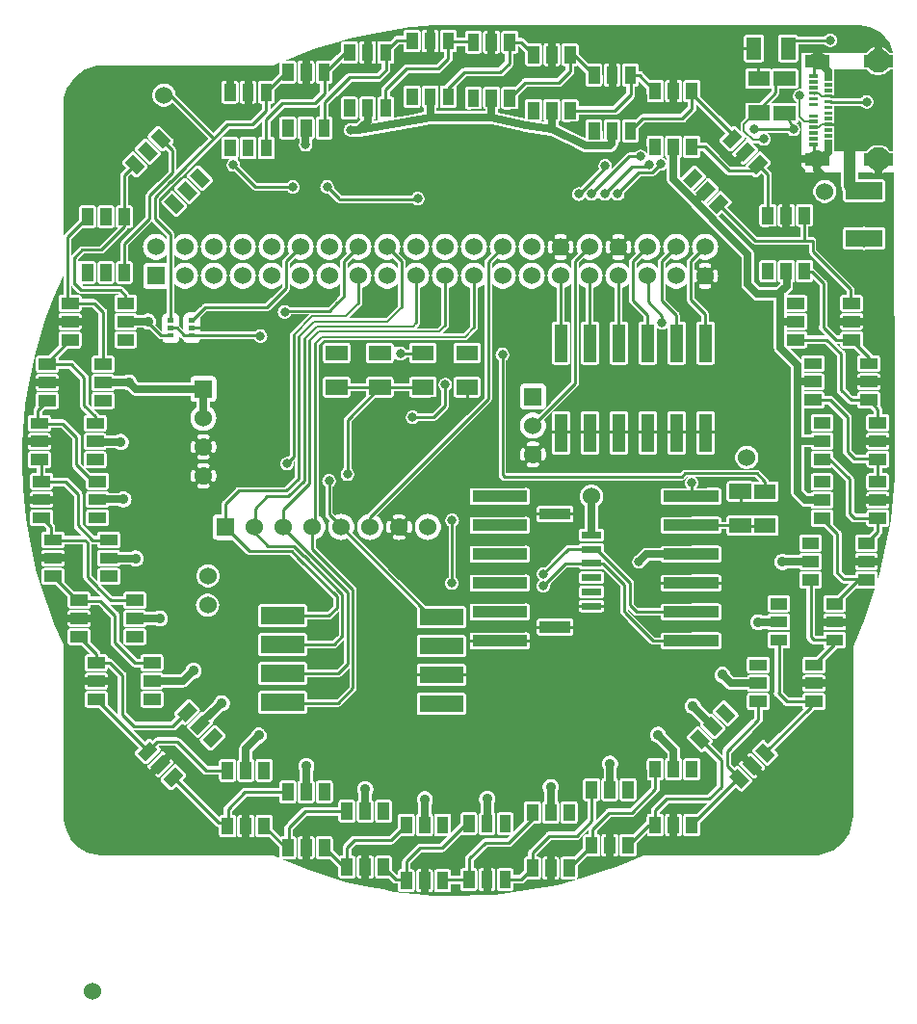
<source format=gbr>
G04 start of page 2 for group 0 idx 0 *
G04 Title: (unknown), top *
G04 Creator: pcb 4.2.0 *
G04 CreationDate: Sun Feb  2 22:12:39 2020 UTC *
G04 For: blinken *
G04 Format: Gerber/RS-274X *
G04 PCB-Dimensions (mm): 90.16 90.16 *
G04 PCB-Coordinate-Origin: lower left *
%MOMM*%
%FSLAX43Y43*%
%LNTOP*%
%ADD31C,0.300*%
%ADD30C,0.965*%
%ADD29C,1.200*%
%ADD28C,1.700*%
%ADD27C,0.889*%
%ADD26C,0.400*%
%ADD25C,0.508*%
%ADD24C,2.392*%
%ADD23C,1.600*%
%ADD22C,2.100*%
%ADD21C,0.800*%
%ADD20C,0.914*%
%ADD19C,3.730*%
%ADD18C,0.700*%
%ADD17C,1.524*%
%ADD16C,1.016*%
%ADD15C,0.200*%
%ADD14C,0.254*%
%ADD13C,0.250*%
%ADD12C,0.635*%
%ADD11C,0.002*%
G54D11*G36*
X78210Y84520D02*Y77320D01*
X77931D01*
X77914Y77347D01*
X77787Y77497D01*
X77637Y77624D01*
X77469Y77727D01*
X77287Y77803D01*
X77096Y77849D01*
X76900Y77864D01*
X76704Y77849D01*
X76513Y77803D01*
X76331Y77727D01*
X76163Y77624D01*
X76013Y77497D01*
X75886Y77347D01*
X75869Y77320D01*
X73040D01*
Y81333D01*
X75379D01*
X75383Y81326D01*
X75444Y81255D01*
X75516Y81193D01*
X75597Y81144D01*
X75684Y81108D01*
X75776Y81086D01*
X75870Y81078D01*
X75964Y81086D01*
X76056Y81108D01*
X76143Y81144D01*
X76224Y81193D01*
X76296Y81255D01*
X76357Y81326D01*
X76406Y81407D01*
X76442Y81494D01*
X76464Y81586D01*
X76470Y81680D01*
X76464Y81774D01*
X76442Y81866D01*
X76406Y81953D01*
X76357Y82034D01*
X76296Y82106D01*
X76224Y82167D01*
X76143Y82216D01*
X76056Y82252D01*
X75964Y82275D01*
X75870Y82282D01*
X75776Y82275D01*
X75684Y82252D01*
X75597Y82216D01*
X75516Y82167D01*
X75444Y82106D01*
X75383Y82034D01*
X75354Y81987D01*
X73040D01*
Y84520D01*
X75871D01*
X75876Y84513D01*
X76003Y84363D01*
X76153Y84236D01*
X76321Y84133D01*
X76503Y84058D01*
X76694Y84012D01*
X76890Y83996D01*
X77086Y84012D01*
X77277Y84058D01*
X77459Y84133D01*
X77627Y84236D01*
X77777Y84363D01*
X77904Y84513D01*
X77909Y84520D01*
X78210D01*
G37*
G36*
X8763Y31608D02*X8940Y31608D01*
X8979Y31618D01*
X9016Y31633D01*
X9050Y31654D01*
X9080Y31680D01*
X9106Y31710D01*
X9127Y31744D01*
X9142Y31781D01*
X9152Y31820D01*
X9154Y31860D01*
X9154Y31994D01*
X9164D01*
X10058Y31100D01*
Y27843D01*
X10057Y27829D01*
X10060Y27789D01*
X9154Y28695D01*
X9152Y29700D01*
X9142Y29739D01*
X9127Y29776D01*
X9106Y29810D01*
X9080Y29840D01*
X9050Y29866D01*
X9016Y29887D01*
X8979Y29902D01*
X8940Y29912D01*
X8900Y29914D01*
X8763Y29914D01*
Y30008D01*
X8940Y30008D01*
X8979Y30018D01*
X9016Y30033D01*
X9050Y30054D01*
X9080Y30080D01*
X9106Y30110D01*
X9127Y30144D01*
X9142Y30181D01*
X9152Y30220D01*
X9154Y30260D01*
X9152Y31300D01*
X9142Y31339D01*
X9127Y31376D01*
X9106Y31410D01*
X9080Y31440D01*
X9050Y31466D01*
X9016Y31487D01*
X8979Y31502D01*
X8940Y31512D01*
X8900Y31514D01*
X8763Y31514D01*
Y31608D01*
G37*
G36*
X74400Y38371D02*X74970Y38942D01*
X74984Y38933D01*
X75021Y38918D01*
X75060Y38908D01*
X75100Y38906D01*
X76613Y38908D01*
X75716Y36256D01*
X74700Y33810D01*
X74686Y18899D01*
X74400Y17439D01*
Y38371D01*
G37*
G36*
X75850Y54707D02*X76240Y54708D01*
X76479Y54468D01*
Y54212D01*
X76060Y54212D01*
X76021Y54202D01*
X75984Y54187D01*
X75950Y54166D01*
X75920Y54140D01*
X75894Y54110D01*
X75873Y54076D01*
X75858Y54039D01*
X75850Y54007D01*
Y54707D01*
G37*
G36*
Y49713D02*X75858Y49681D01*
X75873Y49644D01*
X75894Y49610D01*
X75920Y49580D01*
X75950Y49554D01*
X75984Y49533D01*
X76021Y49518D01*
X76060Y49508D01*
X76100Y49506D01*
X76469Y49507D01*
Y49012D01*
X76060Y49012D01*
X76021Y49002D01*
X75984Y48987D01*
X75950Y48966D01*
X75920Y48940D01*
X75894Y48910D01*
X75873Y48876D01*
X75858Y48839D01*
X75850Y48807D01*
Y49713D01*
G37*
G36*
Y44513D02*X75858Y44481D01*
X75873Y44444D01*
X75894Y44410D01*
X75920Y44380D01*
X75950Y44354D01*
X75984Y44333D01*
X76021Y44318D01*
X76060Y44308D01*
X76100Y44306D01*
X76469Y44307D01*
Y44018D01*
X76064Y43613D01*
X75850Y43613D01*
Y44513D01*
G37*
G36*
Y72859D02*X77288Y72860D01*
X77327Y72869D01*
X77363Y72884D01*
X77398Y72905D01*
X77428Y72931D01*
X77454Y72962D01*
X77475Y72996D01*
X77490Y73033D01*
X77499Y73071D01*
X77502Y73111D01*
X77499Y74651D01*
X77490Y74690D01*
X77475Y74727D01*
X77454Y74761D01*
X77428Y74791D01*
X77398Y74817D01*
X77363Y74838D01*
X77327Y74854D01*
X77288Y74863D01*
X77248Y74865D01*
X75850Y74864D01*
Y75460D01*
X76410D01*
X76513Y75418D01*
X76704Y75372D01*
X76900Y75356D01*
X77096Y75372D01*
X77287Y75418D01*
X77390Y75460D01*
X78282D01*
X78362Y50368D01*
X78315Y48609D01*
X77982Y44861D01*
X77020Y40115D01*
X76853Y39620D01*
X76852Y40200D01*
X76842Y40239D01*
X76827Y40276D01*
X76806Y40310D01*
X76780Y40340D01*
X76750Y40366D01*
X76716Y40387D01*
X76679Y40402D01*
X76640Y40412D01*
X76600Y40414D01*
X75850Y40413D01*
Y40507D01*
X76640Y40508D01*
X76679Y40518D01*
X76716Y40533D01*
X76750Y40554D01*
X76780Y40580D01*
X76806Y40610D01*
X76827Y40644D01*
X76842Y40681D01*
X76852Y40720D01*
X76854Y40760D01*
X76852Y41800D01*
X76842Y41839D01*
X76827Y41876D01*
X76806Y41910D01*
X76780Y41940D01*
X76750Y41966D01*
X76716Y41987D01*
X76679Y42002D01*
X76640Y42012D01*
X76600Y42014D01*
X75850Y42013D01*
Y42107D01*
X76640Y42108D01*
X76679Y42118D01*
X76716Y42133D01*
X76750Y42154D01*
X76780Y42180D01*
X76806Y42210D01*
X76827Y42244D01*
X76842Y42281D01*
X76852Y42320D01*
X76854Y42360D01*
X76852Y43323D01*
X77109Y43580D01*
X77120Y43590D01*
X77159Y43635D01*
X77159Y43635D01*
X77191Y43687D01*
X77213Y43742D01*
X77227Y43800D01*
X77232Y43860D01*
X77231Y43875D01*
Y44308D01*
X77640Y44308D01*
X77679Y44318D01*
X77716Y44333D01*
X77750Y44354D01*
X77780Y44380D01*
X77806Y44410D01*
X77827Y44444D01*
X77842Y44481D01*
X77852Y44520D01*
X77854Y44560D01*
X77852Y45600D01*
X77842Y45639D01*
X77827Y45676D01*
X77806Y45710D01*
X77780Y45740D01*
X77750Y45766D01*
X77716Y45787D01*
X77679Y45802D01*
X77640Y45812D01*
X77600Y45814D01*
X76060Y45812D01*
X76021Y45802D01*
X75984Y45787D01*
X75950Y45766D01*
X75920Y45740D01*
X75894Y45710D01*
X75873Y45676D01*
X75858Y45639D01*
X75850Y45607D01*
Y46113D01*
X75858Y46081D01*
X75873Y46044D01*
X75894Y46010D01*
X75920Y45980D01*
X75950Y45954D01*
X75984Y45933D01*
X76021Y45918D01*
X76060Y45908D01*
X76100Y45906D01*
X77640Y45908D01*
X77679Y45918D01*
X77716Y45933D01*
X77750Y45954D01*
X77780Y45980D01*
X77806Y46010D01*
X77827Y46044D01*
X77842Y46081D01*
X77852Y46120D01*
X77854Y46160D01*
X77852Y47200D01*
X77842Y47239D01*
X77827Y47276D01*
X77806Y47310D01*
X77780Y47340D01*
X77750Y47366D01*
X77716Y47387D01*
X77679Y47402D01*
X77640Y47412D01*
X77600Y47414D01*
X76060Y47412D01*
X76021Y47402D01*
X75984Y47387D01*
X75950Y47366D01*
X75920Y47340D01*
X75894Y47310D01*
X75873Y47276D01*
X75858Y47239D01*
X75850Y47207D01*
Y47713D01*
X75858Y47681D01*
X75873Y47644D01*
X75894Y47610D01*
X75920Y47580D01*
X75950Y47554D01*
X75984Y47533D01*
X76021Y47518D01*
X76060Y47508D01*
X76100Y47506D01*
X77640Y47508D01*
X77679Y47518D01*
X77716Y47533D01*
X77750Y47554D01*
X77780Y47580D01*
X77806Y47610D01*
X77827Y47644D01*
X77842Y47681D01*
X77852Y47720D01*
X77854Y47760D01*
X77852Y48800D01*
X77842Y48839D01*
X77827Y48876D01*
X77806Y48910D01*
X77780Y48940D01*
X77750Y48966D01*
X77716Y48987D01*
X77679Y49002D01*
X77640Y49012D01*
X77600Y49014D01*
X77231Y49014D01*
Y49508D01*
X77640Y49508D01*
X77679Y49518D01*
X77716Y49533D01*
X77750Y49554D01*
X77780Y49580D01*
X77806Y49610D01*
X77827Y49644D01*
X77842Y49681D01*
X77852Y49720D01*
X77854Y49760D01*
X77852Y50800D01*
X77842Y50839D01*
X77827Y50876D01*
X77806Y50910D01*
X77780Y50940D01*
X77750Y50966D01*
X77716Y50987D01*
X77679Y51002D01*
X77640Y51012D01*
X77600Y51014D01*
X76060Y51012D01*
X76021Y51002D01*
X75984Y50987D01*
X75950Y50966D01*
X75920Y50940D01*
X75894Y50910D01*
X75873Y50876D01*
X75858Y50839D01*
X75850Y50807D01*
Y51313D01*
X75858Y51281D01*
X75873Y51244D01*
X75894Y51210D01*
X75920Y51180D01*
X75950Y51154D01*
X75984Y51133D01*
X76021Y51118D01*
X76060Y51108D01*
X76100Y51106D01*
X77640Y51108D01*
X77679Y51118D01*
X77716Y51133D01*
X77750Y51154D01*
X77780Y51180D01*
X77806Y51210D01*
X77827Y51244D01*
X77842Y51281D01*
X77852Y51320D01*
X77854Y51360D01*
X77852Y52400D01*
X77842Y52439D01*
X77827Y52476D01*
X77806Y52510D01*
X77780Y52540D01*
X77750Y52566D01*
X77716Y52587D01*
X77679Y52602D01*
X77640Y52612D01*
X77600Y52614D01*
X76060Y52612D01*
X76021Y52602D01*
X75984Y52587D01*
X75950Y52566D01*
X75920Y52540D01*
X75894Y52510D01*
X75873Y52476D01*
X75858Y52439D01*
X75850Y52407D01*
Y52913D01*
X75858Y52881D01*
X75873Y52844D01*
X75894Y52810D01*
X75920Y52780D01*
X75950Y52754D01*
X75984Y52733D01*
X76021Y52718D01*
X76060Y52708D01*
X76100Y52706D01*
X77640Y52708D01*
X77679Y52718D01*
X77716Y52733D01*
X77750Y52754D01*
X77780Y52780D01*
X77806Y52810D01*
X77827Y52844D01*
X77842Y52881D01*
X77852Y52920D01*
X77854Y52960D01*
X77852Y54000D01*
X77842Y54039D01*
X77827Y54076D01*
X77806Y54110D01*
X77780Y54140D01*
X77750Y54166D01*
X77716Y54187D01*
X77679Y54202D01*
X77640Y54212D01*
X77600Y54214D01*
X77241Y54214D01*
Y54611D01*
X77243Y54626D01*
X77238Y54685D01*
X77224Y54744D01*
X77201Y54799D01*
X77170Y54850D01*
X77131Y54896D01*
X77119Y54905D01*
X77054Y54971D01*
X77052Y56000D01*
X77042Y56039D01*
X77027Y56076D01*
X77006Y56110D01*
X76980Y56140D01*
X76950Y56166D01*
X76916Y56187D01*
X76879Y56202D01*
X76840Y56212D01*
X76800Y56214D01*
X75850Y56213D01*
Y56307D01*
X76840Y56308D01*
X76879Y56318D01*
X76916Y56333D01*
X76950Y56354D01*
X76980Y56380D01*
X77006Y56410D01*
X77027Y56444D01*
X77042Y56481D01*
X77052Y56520D01*
X77054Y56560D01*
X77052Y57600D01*
X77042Y57639D01*
X77027Y57676D01*
X77006Y57710D01*
X76980Y57740D01*
X76950Y57766D01*
X76916Y57787D01*
X76879Y57802D01*
X76840Y57812D01*
X76800Y57814D01*
X75850Y57813D01*
Y57907D01*
X76840Y57908D01*
X76879Y57918D01*
X76916Y57933D01*
X76950Y57954D01*
X76980Y57980D01*
X77006Y58010D01*
X77027Y58044D01*
X77042Y58081D01*
X77052Y58120D01*
X77054Y58160D01*
X77052Y59200D01*
X77042Y59239D01*
X77027Y59276D01*
X77006Y59310D01*
X76980Y59340D01*
X76950Y59366D01*
X76916Y59387D01*
X76879Y59402D01*
X76840Y59412D01*
X76800Y59414D01*
X76412Y59414D01*
X76382Y59462D01*
X76343Y59507D01*
X76332Y59517D01*
X75850Y59999D01*
Y68659D01*
X77288Y68660D01*
X77327Y68669D01*
X77363Y68684D01*
X77398Y68705D01*
X77428Y68731D01*
X77454Y68762D01*
X77475Y68796D01*
X77490Y68833D01*
X77499Y68871D01*
X77502Y68911D01*
X77499Y70451D01*
X77490Y70490D01*
X77475Y70527D01*
X77454Y70561D01*
X77428Y70591D01*
X77398Y70617D01*
X77363Y70638D01*
X77327Y70654D01*
X77288Y70663D01*
X77248Y70665D01*
X75850Y70664D01*
Y72859D01*
G37*
G36*
Y59999D02*X75554Y60295D01*
X75552Y61300D01*
X75542Y61339D01*
X75527Y61376D01*
X75506Y61410D01*
X75480Y61440D01*
X75450Y61466D01*
X75416Y61487D01*
X75379Y61502D01*
X75340Y61512D01*
X75300Y61514D01*
X74400Y61513D01*
Y61607D01*
X75340Y61608D01*
X75379Y61618D01*
X75416Y61633D01*
X75450Y61654D01*
X75480Y61680D01*
X75506Y61710D01*
X75527Y61744D01*
X75542Y61781D01*
X75552Y61820D01*
X75554Y61860D01*
X75552Y62900D01*
X75542Y62939D01*
X75527Y62976D01*
X75506Y63010D01*
X75480Y63040D01*
X75450Y63066D01*
X75416Y63087D01*
X75379Y63102D01*
X75340Y63112D01*
X75300Y63114D01*
X74400Y63113D01*
Y63207D01*
X75340Y63208D01*
X75379Y63218D01*
X75416Y63233D01*
X75450Y63254D01*
X75480Y63280D01*
X75506Y63310D01*
X75527Y63344D01*
X75542Y63381D01*
X75552Y63420D01*
X75554Y63460D01*
X75552Y64500D01*
X75542Y64539D01*
X75527Y64576D01*
X75506Y64610D01*
X75480Y64640D01*
X75450Y64666D01*
X75416Y64687D01*
X75379Y64702D01*
X75340Y64712D01*
X75300Y64714D01*
X74795Y64713D01*
Y65167D01*
X74796Y65180D01*
X74792Y65231D01*
X74792Y65231D01*
X74780Y65281D01*
X74760Y65328D01*
X74734Y65372D01*
X74734Y65372D01*
X74701Y65411D01*
X74691Y65419D01*
X74400Y65710D01*
Y68658D01*
X75436Y68658D01*
X75451Y68655D01*
X75610Y68642D01*
X75770Y68655D01*
X75786Y68659D01*
X75850Y68659D01*
Y59999D01*
G37*
G36*
Y56213D02*X75260Y56212D01*
X75221Y56202D01*
X75184Y56187D01*
X75150Y56166D01*
X75120Y56140D01*
X75094Y56110D01*
X75073Y56076D01*
X75058Y56039D01*
X75048Y56000D01*
X75046Y55960D01*
X75046Y55845D01*
X74656D01*
X74400Y56101D01*
Y60007D01*
X74764Y60008D01*
X75359Y59412D01*
X75260Y59412D01*
X75221Y59402D01*
X75184Y59387D01*
X75150Y59366D01*
X75120Y59340D01*
X75094Y59310D01*
X75073Y59276D01*
X75058Y59239D01*
X75048Y59200D01*
X75046Y59160D01*
X75048Y58120D01*
X75058Y58081D01*
X75073Y58044D01*
X75094Y58010D01*
X75120Y57980D01*
X75150Y57954D01*
X75184Y57933D01*
X75221Y57918D01*
X75260Y57908D01*
X75300Y57906D01*
X75850Y57907D01*
Y57813D01*
X75260Y57812D01*
X75221Y57802D01*
X75184Y57787D01*
X75150Y57766D01*
X75120Y57740D01*
X75094Y57710D01*
X75073Y57676D01*
X75058Y57639D01*
X75048Y57600D01*
X75046Y57560D01*
X75048Y56520D01*
X75058Y56481D01*
X75073Y56444D01*
X75094Y56410D01*
X75120Y56380D01*
X75150Y56354D01*
X75184Y56333D01*
X75221Y56318D01*
X75260Y56308D01*
X75300Y56306D01*
X75850Y56307D01*
Y56213D01*
G37*
G36*
Y50807D02*X75848Y50800D01*
X75846Y50760D01*
X75846Y50688D01*
X74935D01*
X74549Y51075D01*
Y53950D01*
X74550Y53965D01*
X74545Y54025D01*
X74531Y54083D01*
X74509Y54139D01*
X74477Y54190D01*
X74438Y54235D01*
X74427Y54245D01*
X74400Y54272D01*
Y55095D01*
X74438Y55086D01*
X74498Y55082D01*
X74513Y55083D01*
X75048D01*
X75048Y54920D01*
X75058Y54881D01*
X75073Y54844D01*
X75094Y54810D01*
X75120Y54780D01*
X75150Y54754D01*
X75184Y54733D01*
X75221Y54718D01*
X75260Y54708D01*
X75300Y54706D01*
X75850Y54707D01*
Y54007D01*
X75848Y54000D01*
X75846Y53960D01*
X75848Y52920D01*
X75850Y52913D01*
Y52407D01*
X75848Y52400D01*
X75846Y52360D01*
X75848Y51320D01*
X75850Y51313D01*
Y50807D01*
G37*
G36*
Y45607D02*X75848Y45600D01*
X75846Y45560D01*
X75846Y45456D01*
X74935D01*
X74752Y45639D01*
Y48489D01*
X74753Y48504D01*
X74749Y48564D01*
X74735Y48622D01*
X74712Y48678D01*
X74680Y48729D01*
X74641Y48774D01*
X74630Y48784D01*
X74400Y49014D01*
Y50146D01*
X74498Y50049D01*
X74507Y50037D01*
X74553Y49998D01*
X74604Y49967D01*
X74660Y49944D01*
X74718Y49930D01*
X74778Y49925D01*
X74793Y49926D01*
X75848D01*
X75848Y49720D01*
X75850Y49713D01*
Y48807D01*
X75848Y48800D01*
X75846Y48760D01*
X75848Y47720D01*
X75850Y47713D01*
Y47207D01*
X75848Y47200D01*
X75846Y47160D01*
X75848Y46120D01*
X75850Y46113D01*
Y45607D01*
G37*
G36*
Y40413D02*X75060Y40412D01*
X75021Y40402D01*
X74984Y40387D01*
X74950Y40366D01*
X74920Y40340D01*
X74894Y40310D01*
X74873Y40276D01*
X74858Y40239D01*
X74848Y40200D01*
X74846Y40160D01*
X74846Y40097D01*
X74400D01*
Y44914D01*
X74498Y44816D01*
X74507Y44805D01*
X74553Y44766D01*
X74604Y44735D01*
X74660Y44712D01*
X74718Y44698D01*
X74778Y44693D01*
X74793Y44694D01*
X75848D01*
X75848Y44520D01*
X75850Y44513D01*
Y43613D01*
X75060Y43612D01*
X75021Y43602D01*
X74984Y43587D01*
X74950Y43566D01*
X74920Y43540D01*
X74894Y43510D01*
X74873Y43476D01*
X74858Y43439D01*
X74848Y43400D01*
X74846Y43360D01*
X74848Y42320D01*
X74858Y42281D01*
X74873Y42244D01*
X74894Y42210D01*
X74920Y42180D01*
X74950Y42154D01*
X74984Y42133D01*
X75021Y42118D01*
X75060Y42108D01*
X75100Y42106D01*
X75850Y42107D01*
Y42013D01*
X75060Y42012D01*
X75021Y42002D01*
X74984Y41987D01*
X74950Y41966D01*
X74920Y41940D01*
X74894Y41910D01*
X74873Y41876D01*
X74858Y41839D01*
X74848Y41800D01*
X74846Y41760D01*
X74848Y40720D01*
X74858Y40681D01*
X74873Y40644D01*
X74894Y40610D01*
X74920Y40580D01*
X74950Y40554D01*
X74984Y40533D01*
X75021Y40518D01*
X75060Y40508D01*
X75100Y40506D01*
X75850Y40507D01*
Y40413D01*
G37*
G36*
Y74864D02*X75172Y74864D01*
Y75460D01*
X75850D01*
Y74864D01*
G37*
G36*
X74400Y72858D02*X75850Y72859D01*
Y70664D01*
X75785Y70664D01*
X75770Y70668D01*
X75610Y70680D01*
X75451Y70668D01*
X75434Y70664D01*
X74400Y70663D01*
Y72858D01*
G37*
G36*
Y88453D02*X75241D01*
X76116Y88219D01*
X77127Y87701D01*
X77891Y86813D01*
X78213Y85960D01*
X77921D01*
X77904Y85987D01*
X77777Y86137D01*
X77627Y86264D01*
X77459Y86367D01*
X77277Y86443D01*
X77086Y86489D01*
X76890Y86504D01*
X76694Y86489D01*
X76503Y86443D01*
X76321Y86367D01*
X76153Y86264D01*
X76003Y86137D01*
X75876Y85987D01*
X75859Y85960D01*
X74400D01*
Y88453D01*
G37*
G36*
Y56101D02*X74016Y56485D01*
Y59487D01*
X74017Y59502D01*
X74012Y59562D01*
X73998Y59620D01*
X73975Y59676D01*
X73944Y59727D01*
X73905Y59773D01*
X73893Y59782D01*
X73310Y60366D01*
X73548D01*
X73548Y60220D01*
X73558Y60181D01*
X73573Y60144D01*
X73594Y60110D01*
X73620Y60080D01*
X73650Y60054D01*
X73684Y60033D01*
X73721Y60018D01*
X73760Y60008D01*
X73800Y60006D01*
X74400Y60007D01*
Y56101D01*
G37*
G36*
Y54272D02*X72953Y55719D01*
X72943Y55730D01*
X72898Y55769D01*
X72847Y55801D01*
X72791Y55824D01*
X72733Y55838D01*
X72673Y55842D01*
X72658Y55841D01*
X72152D01*
X72152Y56000D01*
X72142Y56039D01*
X72127Y56076D01*
X72106Y56110D01*
X72080Y56140D01*
X72050Y56166D01*
X72016Y56187D01*
X71979Y56202D01*
X71940Y56212D01*
X71900Y56214D01*
X70372Y56212D01*
Y56308D01*
X70400Y56306D01*
X71940Y56308D01*
X71979Y56318D01*
X72016Y56333D01*
X72050Y56354D01*
X72080Y56380D01*
X72106Y56410D01*
X72127Y56444D01*
X72142Y56481D01*
X72152Y56520D01*
X72154Y56560D01*
X72152Y57600D01*
X72142Y57639D01*
X72127Y57676D01*
X72106Y57710D01*
X72080Y57740D01*
X72050Y57766D01*
X72016Y57787D01*
X71979Y57802D01*
X71940Y57812D01*
X71900Y57814D01*
X70372Y57812D01*
Y57908D01*
X70400Y57906D01*
X71940Y57908D01*
X71979Y57918D01*
X72016Y57933D01*
X72050Y57954D01*
X72080Y57980D01*
X72106Y58010D01*
X72127Y58044D01*
X72142Y58081D01*
X72152Y58120D01*
X72154Y58160D01*
X72152Y59200D01*
X72142Y59239D01*
X72127Y59276D01*
X72106Y59310D01*
X72080Y59340D01*
X72050Y59366D01*
X72016Y59387D01*
X71979Y59402D01*
X71940Y59412D01*
X71900Y59414D01*
X70360Y59412D01*
X70321Y59402D01*
X70284Y59387D01*
X70250Y59366D01*
X70220Y59340D01*
X70194Y59310D01*
X70173Y59276D01*
X70158Y59239D01*
X70148Y59200D01*
X70146Y59160D01*
X70146Y59002D01*
X69142Y60006D01*
X70440Y60008D01*
X70479Y60018D01*
X70516Y60033D01*
X70550Y60054D01*
X70580Y60080D01*
X70606Y60110D01*
X70627Y60144D01*
X70642Y60181D01*
X70652Y60220D01*
X70654Y60260D01*
X70654Y60379D01*
X72219D01*
X73254Y59344D01*
Y56342D01*
X73252Y56327D01*
X73257Y56268D01*
X73271Y56209D01*
X73294Y56154D01*
X73325Y56103D01*
X73364Y56057D01*
X73376Y56047D01*
X74218Y55205D01*
X74228Y55193D01*
X74274Y55155D01*
X74325Y55123D01*
X74380Y55100D01*
X74400Y55095D01*
Y54272D01*
G37*
G36*
X73546Y62860D02*X73548Y61820D01*
X73558Y61781D01*
X73573Y61744D01*
X73594Y61710D01*
X73620Y61680D01*
X73650Y61654D01*
X73684Y61633D01*
X73721Y61618D01*
X73760Y61608D01*
X73800Y61606D01*
X74400Y61607D01*
Y61513D01*
X73760Y61512D01*
X73721Y61502D01*
X73684Y61487D01*
X73650Y61466D01*
X73620Y61440D01*
X73594Y61410D01*
X73573Y61376D01*
X73558Y61339D01*
X73548Y61300D01*
X73546Y61260D01*
X73546Y61128D01*
X73310D01*
X72401Y62036D01*
Y65706D01*
X72398Y65757D01*
X72386Y65807D01*
X72367Y65855D01*
X72340Y65898D01*
X72306Y65938D01*
X72267Y65971D01*
X72231Y65993D01*
X71303Y66921D01*
X71295Y66931D01*
X71256Y66964D01*
X71256Y66964D01*
X71212Y66991D01*
X71165Y67010D01*
X71152Y67013D01*
X71152Y67570D01*
X71142Y67609D01*
X71127Y67646D01*
X71106Y67680D01*
X71080Y67710D01*
X71050Y67736D01*
X71016Y67757D01*
X70979Y67772D01*
X70940Y67782D01*
X70900Y67784D01*
X69860Y67782D01*
X69821Y67772D01*
X69784Y67757D01*
X69750Y67736D01*
X69720Y67710D01*
X69694Y67680D01*
X69673Y67646D01*
X69658Y67609D01*
X69648Y67570D01*
X69646Y67530D01*
X69648Y65990D01*
X69658Y65951D01*
X69673Y65914D01*
X69694Y65880D01*
X69720Y65850D01*
X69750Y65824D01*
X69784Y65803D01*
X69821Y65788D01*
X69860Y65778D01*
X69900Y65776D01*
X70940Y65778D01*
X70979Y65788D01*
X71016Y65803D01*
X71050Y65824D01*
X71080Y65850D01*
X71106Y65880D01*
X71127Y65914D01*
X71142Y65951D01*
X71152Y65990D01*
X71154Y66030D01*
X71154Y66151D01*
X71747Y65557D01*
Y62058D01*
X71719Y62013D01*
X71696Y61957D01*
X71682Y61899D01*
X71678Y61839D01*
X71682Y61779D01*
X71696Y61721D01*
X71719Y61666D01*
X71751Y61614D01*
X71790Y61570D01*
X72219Y61141D01*
X70652D01*
X70652Y61300D01*
X70642Y61339D01*
X70627Y61376D01*
X70606Y61410D01*
X70580Y61440D01*
X70550Y61466D01*
X70516Y61487D01*
X70479Y61502D01*
X70440Y61512D01*
X70400Y61514D01*
X68862Y61512D01*
Y61608D01*
X68900Y61606D01*
X70440Y61608D01*
X70479Y61618D01*
X70516Y61633D01*
X70550Y61654D01*
X70580Y61680D01*
X70606Y61710D01*
X70627Y61744D01*
X70642Y61781D01*
X70652Y61820D01*
X70654Y61860D01*
X70652Y62900D01*
X70642Y62939D01*
X70627Y62976D01*
X70606Y63010D01*
X70580Y63040D01*
X70550Y63066D01*
X70516Y63087D01*
X70479Y63102D01*
X70440Y63112D01*
X70400Y63114D01*
X68862Y63112D01*
Y63208D01*
X68900Y63206D01*
X70440Y63208D01*
X70479Y63218D01*
X70516Y63233D01*
X70550Y63254D01*
X70580Y63280D01*
X70606Y63310D01*
X70627Y63344D01*
X70642Y63381D01*
X70652Y63420D01*
X70654Y63460D01*
X70652Y64500D01*
X70642Y64539D01*
X70627Y64576D01*
X70606Y64610D01*
X70580Y64640D01*
X70550Y64666D01*
X70516Y64687D01*
X70479Y64702D01*
X70440Y64712D01*
X70400Y64714D01*
X68862Y64712D01*
Y64713D01*
X69218Y65070D01*
X69235Y65085D01*
X69294Y65153D01*
X69294Y65153D01*
X69341Y65230D01*
X69375Y65313D01*
X69396Y65400D01*
X69403Y65490D01*
X69402Y65513D01*
Y65797D01*
X69416Y65803D01*
X69450Y65824D01*
X69480Y65850D01*
X69506Y65880D01*
X69527Y65914D01*
X69542Y65951D01*
X69552Y65990D01*
X69554Y66030D01*
X69552Y67570D01*
X69542Y67609D01*
X69527Y67646D01*
X69506Y67680D01*
X69480Y67710D01*
X69450Y67736D01*
X69416Y67757D01*
X69379Y67772D01*
X69340Y67782D01*
X69300Y67784D01*
X68260Y67782D01*
X68221Y67772D01*
X68184Y67757D01*
X68150Y67736D01*
X68120Y67710D01*
X68094Y67680D01*
X68073Y67646D01*
X68058Y67609D01*
X68048Y67570D01*
X68046Y67530D01*
X68048Y65990D01*
X68058Y65951D01*
X68073Y65914D01*
X68094Y65880D01*
X68120Y65850D01*
X68150Y65824D01*
X68184Y65803D01*
X68221Y65788D01*
X68258Y65779D01*
Y65727D01*
X67902Y65370D01*
X67885Y65355D01*
X67881Y65352D01*
X67200D01*
Y65777D01*
X67740Y65778D01*
X67779Y65788D01*
X67816Y65803D01*
X67850Y65824D01*
X67880Y65850D01*
X67906Y65880D01*
X67927Y65914D01*
X67942Y65951D01*
X67952Y65990D01*
X67954Y66030D01*
X67952Y67570D01*
X67942Y67609D01*
X67927Y67646D01*
X67906Y67680D01*
X67880Y67710D01*
X67850Y67736D01*
X67816Y67757D01*
X67779Y67772D01*
X67740Y67782D01*
X67700Y67784D01*
X67200Y67783D01*
Y69125D01*
X70377D01*
X70390Y69124D01*
X70403Y69125D01*
X70795D01*
Y68543D01*
X70794Y68530D01*
X70798Y68479D01*
Y68479D01*
X70810Y68429D01*
X70830Y68382D01*
X70840Y68366D01*
X70856Y68338D01*
X70856Y68338D01*
X70889Y68300D01*
X70899Y68291D01*
X74145Y65045D01*
Y64712D01*
X73760Y64712D01*
X73721Y64702D01*
X73684Y64687D01*
X73650Y64666D01*
X73620Y64640D01*
X73594Y64610D01*
X73573Y64576D01*
X73558Y64539D01*
X73548Y64500D01*
X73546Y64460D01*
X73548Y63420D01*
X73558Y63381D01*
X73573Y63344D01*
X73594Y63310D01*
X73620Y63280D01*
X73650Y63254D01*
X73684Y63233D01*
X73721Y63218D01*
X73760Y63208D01*
X73800Y63206D01*
X74400Y63207D01*
Y63113D01*
X73760Y63112D01*
X73721Y63102D01*
X73684Y63087D01*
X73650Y63066D01*
X73620Y63040D01*
X73594Y63010D01*
X73573Y62976D01*
X73558Y62939D01*
X73548Y62900D01*
X73546Y62860D01*
G37*
G36*
X67200Y65352D02*X66507D01*
X66002Y65857D01*
Y68256D01*
X66003Y68279D01*
X65996Y68368D01*
X65996Y68368D01*
X65975Y68456D01*
X65941Y68539D01*
X65941Y68539D01*
Y68539D01*
X65894Y68615D01*
X65894Y68615D01*
X65835Y68684D01*
X65818Y68698D01*
X62878Y71639D01*
X63168Y71930D01*
X65868Y69229D01*
X65876Y69220D01*
X65915Y69186D01*
X65915Y69186D01*
X65915Y69186D01*
X65915Y69186D01*
X65939Y69172D01*
X65959Y69160D01*
X65959Y69160D01*
X65998Y69143D01*
X66006Y69140D01*
X66006Y69140D01*
X66046Y69131D01*
X66056Y69128D01*
X66056D01*
X66056Y69128D01*
X66056Y69128D01*
X66107Y69124D01*
X66120Y69125D01*
X67200D01*
Y67783D01*
X66660Y67782D01*
X66621Y67772D01*
X66584Y67757D01*
X66550Y67736D01*
X66520Y67710D01*
X66494Y67680D01*
X66473Y67646D01*
X66458Y67609D01*
X66448Y67570D01*
X66446Y67530D01*
X66448Y65990D01*
X66458Y65951D01*
X66473Y65914D01*
X66494Y65880D01*
X66520Y65850D01*
X66550Y65824D01*
X66584Y65803D01*
X66621Y65788D01*
X66660Y65778D01*
X66700Y65776D01*
X67200Y65777D01*
Y65352D01*
G37*
G36*
X65808Y48685D02*X66075D01*
X66438Y48322D01*
X65950Y48322D01*
X65911Y48312D01*
X65874Y48297D01*
X65865Y48291D01*
X65836Y48309D01*
X65808Y48321D01*
Y48685D01*
G37*
G36*
Y28206D02*X65969Y28207D01*
Y27534D01*
X65808Y27373D01*
Y28206D01*
G37*
G36*
X71250Y34001D02*X72048D01*
X72048Y33820D01*
X72058Y33781D01*
X72073Y33744D01*
X72094Y33710D01*
X72120Y33680D01*
X72150Y33654D01*
X72184Y33633D01*
X71464Y32913D01*
X71250Y32913D01*
Y34001D01*
G37*
G36*
X73050Y36807D02*X73840Y36808D01*
X73879Y36818D01*
X73916Y36833D01*
X73950Y36854D01*
X73980Y36880D01*
X74006Y36910D01*
X74027Y36944D01*
X74042Y36981D01*
X74052Y37020D01*
X74054Y37060D01*
X74052Y38023D01*
X74400Y38371D01*
Y17439D01*
X74394Y17408D01*
X73682Y16410D01*
X73050Y15958D01*
Y33421D01*
X73236Y33608D01*
X73840Y33608D01*
X73879Y33618D01*
X73916Y33633D01*
X73950Y33654D01*
X73980Y33680D01*
X74006Y33710D01*
X74027Y33744D01*
X74042Y33781D01*
X74052Y33820D01*
X74054Y33860D01*
X74052Y34900D01*
X74042Y34939D01*
X74027Y34976D01*
X74006Y35010D01*
X73980Y35040D01*
X73950Y35066D01*
X73916Y35087D01*
X73879Y35102D01*
X73840Y35112D01*
X73800Y35114D01*
X73050Y35113D01*
Y35207D01*
X73840Y35208D01*
X73879Y35218D01*
X73916Y35233D01*
X73950Y35254D01*
X73980Y35280D01*
X74006Y35310D01*
X74027Y35344D01*
X74042Y35381D01*
X74052Y35420D01*
X74054Y35460D01*
X74052Y36500D01*
X74042Y36539D01*
X74027Y36576D01*
X74006Y36610D01*
X73980Y36640D01*
X73950Y36666D01*
X73916Y36687D01*
X73879Y36702D01*
X73840Y36712D01*
X73800Y36714D01*
X73050Y36713D01*
Y36807D01*
G37*
G36*
Y39990D02*X73583Y39457D01*
X73593Y39445D01*
X73639Y39407D01*
X73690Y39375D01*
X73745Y39352D01*
X73803Y39338D01*
X73863Y39334D01*
X73878Y39335D01*
X74286D01*
X73264Y38313D01*
X73050Y38313D01*
Y39990D01*
G37*
G36*
Y15958D02*X72906Y15855D01*
X71544Y15473D01*
X71250Y15471D01*
Y28207D01*
X72040Y28208D01*
X72079Y28218D01*
X72116Y28233D01*
X72150Y28254D01*
X72180Y28280D01*
X72206Y28310D01*
X72227Y28344D01*
X72242Y28381D01*
X72252Y28420D01*
X72254Y28460D01*
X72252Y29500D01*
X72242Y29539D01*
X72227Y29576D01*
X72206Y29610D01*
X72180Y29640D01*
X72150Y29666D01*
X72116Y29687D01*
X72079Y29702D01*
X72040Y29712D01*
X72000Y29714D01*
X71250Y29713D01*
Y29807D01*
X72040Y29808D01*
X72079Y29818D01*
X72116Y29833D01*
X72150Y29854D01*
X72180Y29880D01*
X72206Y29910D01*
X72227Y29944D01*
X72242Y29981D01*
X72252Y30020D01*
X72254Y30060D01*
X72252Y31100D01*
X72242Y31139D01*
X72227Y31176D01*
X72206Y31210D01*
X72180Y31240D01*
X72150Y31266D01*
X72116Y31287D01*
X72079Y31302D01*
X72040Y31312D01*
X72000Y31314D01*
X71250Y31313D01*
Y31407D01*
X72040Y31408D01*
X72079Y31418D01*
X72116Y31433D01*
X72150Y31454D01*
X72180Y31480D01*
X72206Y31510D01*
X72227Y31544D01*
X72242Y31581D01*
X72252Y31620D01*
X72254Y31660D01*
X72252Y32623D01*
X73050Y33421D01*
Y15958D01*
G37*
G36*
X71250Y44306D02*X72164Y44308D01*
X72923Y43548D01*
Y40289D01*
X72922Y40275D01*
X72927Y40215D01*
X72941Y40156D01*
X72964Y40101D01*
X72995Y40050D01*
X73034Y40004D01*
X73046Y39995D01*
X73050Y39990D01*
Y38313D01*
X72260Y38312D01*
X72221Y38302D01*
X72184Y38287D01*
X72150Y38266D01*
X72120Y38240D01*
X72094Y38210D01*
X72073Y38176D01*
X72058Y38139D01*
X72048Y38100D01*
X72046Y38060D01*
X72048Y37020D01*
X72058Y36981D01*
X72073Y36944D01*
X72094Y36910D01*
X72120Y36880D01*
X72150Y36854D01*
X72184Y36833D01*
X72221Y36818D01*
X72260Y36808D01*
X72300Y36806D01*
X73050Y36807D01*
Y36713D01*
X72260Y36712D01*
X72221Y36702D01*
X72184Y36687D01*
X72150Y36666D01*
X72120Y36640D01*
X72094Y36610D01*
X72073Y36576D01*
X72058Y36539D01*
X72048Y36500D01*
X72046Y36460D01*
X72048Y35420D01*
X72058Y35381D01*
X72073Y35344D01*
X72094Y35310D01*
X72120Y35280D01*
X72150Y35254D01*
X72184Y35233D01*
X72221Y35218D01*
X72260Y35208D01*
X72300Y35206D01*
X73050Y35207D01*
Y35113D01*
X72260Y35112D01*
X72221Y35102D01*
X72184Y35087D01*
X72150Y35066D01*
X72120Y35040D01*
X72094Y35010D01*
X72073Y34976D01*
X72058Y34939D01*
X72048Y34900D01*
X72046Y34860D01*
X72046Y34763D01*
X71354D01*
X71331Y34786D01*
Y38908D01*
X71740Y38908D01*
X71779Y38918D01*
X71816Y38933D01*
X71850Y38954D01*
X71880Y38980D01*
X71906Y39010D01*
X71927Y39044D01*
X71942Y39081D01*
X71952Y39120D01*
X71954Y39160D01*
X71952Y40200D01*
X71942Y40239D01*
X71927Y40276D01*
X71906Y40310D01*
X71880Y40340D01*
X71850Y40366D01*
X71816Y40387D01*
X71779Y40402D01*
X71740Y40412D01*
X71700Y40414D01*
X71250Y40413D01*
Y40508D01*
X71740Y40508D01*
X71779Y40518D01*
X71816Y40533D01*
X71850Y40554D01*
X71880Y40580D01*
X71906Y40610D01*
X71927Y40644D01*
X71942Y40681D01*
X71952Y40720D01*
X71954Y40760D01*
X71952Y41800D01*
X71942Y41839D01*
X71927Y41876D01*
X71906Y41910D01*
X71880Y41940D01*
X71850Y41966D01*
X71816Y41987D01*
X71779Y42002D01*
X71740Y42012D01*
X71700Y42014D01*
X71250Y42013D01*
Y42108D01*
X71740Y42108D01*
X71779Y42118D01*
X71816Y42133D01*
X71850Y42154D01*
X71880Y42180D01*
X71906Y42210D01*
X71927Y42244D01*
X71942Y42281D01*
X71952Y42320D01*
X71954Y42360D01*
X71952Y43400D01*
X71942Y43439D01*
X71927Y43476D01*
X71906Y43510D01*
X71880Y43540D01*
X71850Y43566D01*
X71816Y43587D01*
X71779Y43602D01*
X71740Y43612D01*
X71700Y43614D01*
X71250Y43613D01*
Y44306D01*
G37*
G36*
Y51106D02*X72740Y51108D01*
X72779Y51118D01*
X72816Y51133D01*
X72850Y51154D01*
X72880Y51180D01*
X72906Y51210D01*
X72927Y51244D01*
X72942Y51281D01*
X72952Y51320D01*
X72954Y51360D01*
X72952Y52400D01*
X72942Y52439D01*
X72927Y52476D01*
X72906Y52510D01*
X72880Y52540D01*
X72850Y52566D01*
X72816Y52587D01*
X72779Y52602D01*
X72740Y52612D01*
X72700Y52614D01*
X71250Y52612D01*
Y52706D01*
X72740Y52708D01*
X72779Y52718D01*
X72816Y52733D01*
X72850Y52754D01*
X72880Y52780D01*
X72906Y52810D01*
X72927Y52844D01*
X72942Y52881D01*
X72952Y52920D01*
X72954Y52960D01*
X72952Y54000D01*
X72942Y54039D01*
X72927Y54076D01*
X72906Y54110D01*
X72880Y54140D01*
X72850Y54166D01*
X72816Y54187D01*
X72779Y54202D01*
X72740Y54212D01*
X72700Y54214D01*
X71250Y54212D01*
Y54707D01*
X71940Y54708D01*
X71979Y54718D01*
X72016Y54733D01*
X72050Y54754D01*
X72080Y54780D01*
X72106Y54810D01*
X72127Y54844D01*
X72142Y54881D01*
X72152Y54920D01*
X72154Y54960D01*
X72154Y55079D01*
X72515D01*
X73787Y53807D01*
Y50932D01*
X73786Y50917D01*
X73791Y50857D01*
X73805Y50799D01*
X73827Y50744D01*
X73859Y50692D01*
X73898Y50647D01*
X73909Y50637D01*
X74400Y50146D01*
Y49014D01*
X72952Y50462D01*
X72952Y50800D01*
X72942Y50839D01*
X72927Y50876D01*
X72906Y50910D01*
X72880Y50940D01*
X72850Y50966D01*
X72816Y50987D01*
X72779Y51002D01*
X72740Y51012D01*
X72700Y51014D01*
X71250Y51012D01*
Y51106D01*
G37*
G36*
Y45906D02*X72740Y45908D01*
X72779Y45918D01*
X72816Y45933D01*
X72850Y45954D01*
X72880Y45980D01*
X72906Y46010D01*
X72927Y46044D01*
X72942Y46081D01*
X72952Y46120D01*
X72954Y46160D01*
X72952Y47200D01*
X72942Y47239D01*
X72927Y47276D01*
X72906Y47310D01*
X72880Y47340D01*
X72850Y47366D01*
X72816Y47387D01*
X72779Y47402D01*
X72740Y47412D01*
X72700Y47414D01*
X71250Y47412D01*
Y47506D01*
X72740Y47508D01*
X72779Y47518D01*
X72816Y47533D01*
X72850Y47554D01*
X72880Y47580D01*
X72906Y47610D01*
X72927Y47644D01*
X72942Y47681D01*
X72952Y47720D01*
X72954Y47760D01*
X72952Y48800D01*
X72942Y48839D01*
X72927Y48876D01*
X72906Y48910D01*
X72880Y48940D01*
X72850Y48966D01*
X72816Y48987D01*
X72779Y49002D01*
X72740Y49012D01*
X72700Y49014D01*
X71250Y49012D01*
Y49506D01*
X72740Y49508D01*
X72779Y49518D01*
X72807Y49529D01*
X73990Y48346D01*
Y45496D01*
X73989Y45482D01*
X73994Y45422D01*
X74008Y45363D01*
X74031Y45308D01*
X74062Y45257D01*
X74101Y45211D01*
X74112Y45202D01*
X74400Y44914D01*
Y40097D01*
X74021D01*
X73685Y40432D01*
Y43691D01*
X73687Y43706D01*
X73682Y43765D01*
X73668Y43824D01*
X73645Y43879D01*
X73614Y43930D01*
X73575Y43976D01*
X73563Y43986D01*
X72954Y44595D01*
X72952Y45600D01*
X72942Y45639D01*
X72927Y45676D01*
X72906Y45710D01*
X72880Y45740D01*
X72850Y45766D01*
X72816Y45787D01*
X72779Y45802D01*
X72740Y45812D01*
X72700Y45814D01*
X71250Y45812D01*
Y45906D01*
G37*
G36*
Y15471D02*X65808Y15445D01*
Y21956D01*
X65812Y21974D01*
X65815Y22014D01*
X65812Y22054D01*
X65808Y22071D01*
Y22259D01*
X65835Y22232D01*
X65869Y22211D01*
X65906Y22196D01*
X65945Y22186D01*
X65985Y22183D01*
X66025Y22186D01*
X66064Y22196D01*
X66101Y22211D01*
X66135Y22232D01*
X66164Y22258D01*
X66898Y22995D01*
X66919Y23029D01*
X66934Y23066D01*
X66944Y23105D01*
X66947Y23145D01*
X66944Y23185D01*
X66934Y23224D01*
X66919Y23261D01*
X66898Y23295D01*
X66872Y23325D01*
X65808Y24385D01*
Y24573D01*
X65813Y24551D01*
X65829Y24514D01*
X65849Y24480D01*
X65876Y24450D01*
X66967Y23363D01*
X67001Y23342D01*
X67038Y23327D01*
X67077Y23318D01*
X67116Y23315D01*
X67156Y23318D01*
X67195Y23327D01*
X67232Y23342D01*
X67266Y23363D01*
X67296Y23390D01*
X68030Y24127D01*
X68050Y24161D01*
X68066Y24198D01*
X68075Y24237D01*
X68078Y24277D01*
X68075Y24316D01*
X68066Y24355D01*
X68050Y24392D01*
X68030Y24426D01*
X68003Y24456D01*
X67742Y24717D01*
X71232Y28207D01*
X71250Y28207D01*
Y15471D01*
G37*
G36*
Y52612D02*X71160Y52612D01*
X71121Y52602D01*
X71084Y52587D01*
X71050Y52566D01*
X71020Y52540D01*
X70994Y52510D01*
X70973Y52476D01*
X70958Y52439D01*
X70956Y52432D01*
X70382D01*
Y53138D01*
X70383Y53160D01*
X70376Y53250D01*
X70372Y53269D01*
Y54708D01*
X70400Y54706D01*
X71250Y54707D01*
Y54212D01*
X71160Y54212D01*
X71121Y54202D01*
X71084Y54187D01*
X71050Y54166D01*
X71020Y54140D01*
X70994Y54110D01*
X70973Y54076D01*
X70958Y54039D01*
X70948Y54000D01*
X70946Y53960D01*
X70948Y52920D01*
X70958Y52881D01*
X70973Y52844D01*
X70994Y52810D01*
X71020Y52780D01*
X71050Y52754D01*
X71084Y52733D01*
X71121Y52718D01*
X71160Y52708D01*
X71200Y52706D01*
X71250Y52706D01*
Y52612D01*
G37*
G36*
Y47412D02*X71160Y47412D01*
X71121Y47402D01*
X71084Y47387D01*
X71050Y47366D01*
X71020Y47340D01*
X70994Y47310D01*
X70973Y47276D01*
X70958Y47239D01*
X70957Y47237D01*
X70752D01*
X70382Y47607D01*
Y51289D01*
X70956D01*
X70958Y51281D01*
X70973Y51244D01*
X70994Y51210D01*
X71020Y51180D01*
X71050Y51154D01*
X71084Y51133D01*
X71121Y51118D01*
X71160Y51108D01*
X71200Y51106D01*
X71250Y51106D01*
Y51012D01*
X71160Y51012D01*
X71121Y51002D01*
X71084Y50987D01*
X71050Y50966D01*
X71020Y50940D01*
X70994Y50910D01*
X70973Y50876D01*
X70958Y50839D01*
X70948Y50800D01*
X70946Y50760D01*
X70948Y49720D01*
X70958Y49681D01*
X70973Y49644D01*
X70994Y49610D01*
X71020Y49580D01*
X71050Y49554D01*
X71084Y49533D01*
X71121Y49518D01*
X71160Y49508D01*
X71200Y49506D01*
X71250Y49506D01*
Y49012D01*
X71160Y49012D01*
X71121Y49002D01*
X71084Y48987D01*
X71050Y48966D01*
X71020Y48940D01*
X70994Y48910D01*
X70973Y48876D01*
X70958Y48839D01*
X70948Y48800D01*
X70946Y48760D01*
X70948Y47720D01*
X70958Y47681D01*
X70973Y47644D01*
X70994Y47610D01*
X71020Y47580D01*
X71050Y47554D01*
X71084Y47533D01*
X71121Y47518D01*
X71160Y47508D01*
X71200Y47506D01*
X71250Y47506D01*
Y47412D01*
G37*
G36*
X68150Y29117D02*X68554Y28713D01*
X68564Y28701D01*
X68609Y28662D01*
X68660Y28631D01*
X68716Y28608D01*
X68774Y28594D01*
X68834Y28589D01*
X68849Y28590D01*
X70248D01*
X70248Y28420D01*
X70258Y28381D01*
X70273Y28344D01*
X70280Y28333D01*
X68150Y26203D01*
Y29117D01*
G37*
G36*
Y40607D02*X68155Y40604D01*
X68258Y40561D01*
X68367Y40535D01*
X68478Y40526D01*
X68590Y40535D01*
X68699Y40561D01*
X68802Y40604D01*
X68898Y40663D01*
X68904Y40668D01*
X69963D01*
X69973Y40644D01*
X69994Y40610D01*
X70020Y40580D01*
X70050Y40554D01*
X70084Y40533D01*
X70121Y40518D01*
X70160Y40508D01*
X70200Y40506D01*
X71250Y40508D01*
Y40413D01*
X70160Y40412D01*
X70121Y40402D01*
X70084Y40387D01*
X70050Y40366D01*
X70020Y40340D01*
X69994Y40310D01*
X69973Y40276D01*
X69958Y40239D01*
X69948Y40200D01*
X69946Y40160D01*
X69948Y39120D01*
X69958Y39081D01*
X69973Y39044D01*
X69994Y39010D01*
X70020Y38980D01*
X70050Y38954D01*
X70084Y38933D01*
X70121Y38918D01*
X70160Y38908D01*
X70200Y38906D01*
X70569Y38907D01*
Y34643D01*
X70568Y34628D01*
X70573Y34568D01*
X70587Y34510D01*
X70609Y34454D01*
X70641Y34403D01*
X70680Y34358D01*
X70691Y34348D01*
X70916Y34123D01*
X70926Y34111D01*
X70972Y34073D01*
X71023Y34041D01*
X71078Y34018D01*
X71136Y34004D01*
X71196Y34000D01*
X71211Y34001D01*
X71250D01*
Y32913D01*
X70460Y32912D01*
X70421Y32902D01*
X70384Y32887D01*
X70350Y32866D01*
X70320Y32840D01*
X70294Y32810D01*
X70273Y32776D01*
X70258Y32739D01*
X70248Y32700D01*
X70246Y32660D01*
X70248Y31620D01*
X70258Y31581D01*
X70273Y31544D01*
X70294Y31510D01*
X70320Y31480D01*
X70350Y31454D01*
X70384Y31433D01*
X70421Y31418D01*
X70460Y31408D01*
X70500Y31406D01*
X71250Y31407D01*
Y31313D01*
X70460Y31312D01*
X70421Y31302D01*
X70384Y31287D01*
X70350Y31266D01*
X70320Y31240D01*
X70294Y31210D01*
X70273Y31176D01*
X70258Y31139D01*
X70248Y31100D01*
X70246Y31060D01*
X70248Y30020D01*
X70258Y29981D01*
X70273Y29944D01*
X70294Y29910D01*
X70320Y29880D01*
X70350Y29854D01*
X70384Y29833D01*
X70421Y29818D01*
X70460Y29808D01*
X70500Y29806D01*
X71250Y29807D01*
Y29713D01*
X70460Y29712D01*
X70421Y29702D01*
X70384Y29687D01*
X70350Y29666D01*
X70320Y29640D01*
X70294Y29610D01*
X70273Y29576D01*
X70258Y29539D01*
X70248Y29500D01*
X70246Y29460D01*
X70246Y29352D01*
X68992D01*
X68531Y29813D01*
Y33608D01*
X68940Y33608D01*
X68979Y33618D01*
X69016Y33633D01*
X69050Y33654D01*
X69080Y33680D01*
X69106Y33710D01*
X69127Y33744D01*
X69142Y33781D01*
X69152Y33820D01*
X69154Y33860D01*
X69152Y34900D01*
X69142Y34939D01*
X69127Y34976D01*
X69106Y35010D01*
X69080Y35040D01*
X69050Y35066D01*
X69016Y35087D01*
X68979Y35102D01*
X68940Y35112D01*
X68900Y35114D01*
X68150Y35113D01*
Y35207D01*
X68940Y35208D01*
X68979Y35218D01*
X69016Y35233D01*
X69050Y35254D01*
X69080Y35280D01*
X69106Y35310D01*
X69127Y35344D01*
X69142Y35381D01*
X69152Y35420D01*
X69154Y35460D01*
X69152Y36500D01*
X69142Y36539D01*
X69127Y36576D01*
X69106Y36610D01*
X69080Y36640D01*
X69050Y36666D01*
X69016Y36687D01*
X68979Y36702D01*
X68940Y36712D01*
X68900Y36714D01*
X68150Y36713D01*
Y36807D01*
X68940Y36808D01*
X68979Y36818D01*
X69016Y36833D01*
X69050Y36854D01*
X69080Y36880D01*
X69106Y36910D01*
X69127Y36944D01*
X69142Y36981D01*
X69152Y37020D01*
X69154Y37060D01*
X69152Y38100D01*
X69142Y38139D01*
X69127Y38176D01*
X69106Y38210D01*
X69080Y38240D01*
X69050Y38266D01*
X69016Y38287D01*
X68979Y38302D01*
X68940Y38312D01*
X68900Y38314D01*
X68150Y38313D01*
Y40607D01*
G37*
G36*
Y59382D02*X69228Y58303D01*
Y57082D01*
X69227Y57060D01*
X69228Y57038D01*
Y53193D01*
X69227Y53170D01*
X69228Y53148D01*
Y52850D01*
X69234Y52760D01*
X69238Y52741D01*
Y51842D01*
X69237Y51820D01*
X69238Y51798D01*
Y47393D01*
X69237Y47370D01*
X69244Y47280D01*
Y47280D01*
X69265Y47193D01*
X69299Y47110D01*
X69317Y47081D01*
X69346Y47033D01*
X69346Y47033D01*
X69405Y46965D01*
X69422Y46950D01*
X70095Y46277D01*
X70110Y46260D01*
X70178Y46201D01*
X70178Y46201D01*
X70226Y46172D01*
X70255Y46154D01*
X70338Y46120D01*
X70425Y46099D01*
X70425D01*
X70515Y46092D01*
X70537Y46094D01*
X70955D01*
X70958Y46081D01*
X70973Y46044D01*
X70994Y46010D01*
X71020Y45980D01*
X71050Y45954D01*
X71084Y45933D01*
X71121Y45918D01*
X71160Y45908D01*
X71200Y45906D01*
X71250Y45906D01*
Y45812D01*
X71160Y45812D01*
X71121Y45802D01*
X71084Y45787D01*
X71050Y45766D01*
X71020Y45740D01*
X70994Y45710D01*
X70973Y45676D01*
X70958Y45639D01*
X70948Y45600D01*
X70946Y45560D01*
X70948Y44520D01*
X70958Y44481D01*
X70973Y44444D01*
X70994Y44410D01*
X71020Y44380D01*
X71050Y44354D01*
X71084Y44333D01*
X71121Y44318D01*
X71160Y44308D01*
X71200Y44306D01*
X71250Y44306D01*
Y43613D01*
X70160Y43612D01*
X70121Y43602D01*
X70084Y43587D01*
X70050Y43566D01*
X70020Y43540D01*
X69994Y43510D01*
X69973Y43476D01*
X69958Y43439D01*
X69948Y43400D01*
X69946Y43360D01*
X69948Y42320D01*
X69958Y42281D01*
X69973Y42244D01*
X69994Y42210D01*
X70020Y42180D01*
X70050Y42154D01*
X70084Y42133D01*
X70121Y42118D01*
X70160Y42108D01*
X70200Y42106D01*
X71250Y42108D01*
Y42013D01*
X70160Y42012D01*
X70121Y42002D01*
X70084Y41987D01*
X70050Y41966D01*
X70020Y41940D01*
X69994Y41910D01*
X69973Y41876D01*
X69958Y41839D01*
X69951Y41811D01*
X68904D01*
X68898Y41817D01*
X68802Y41875D01*
X68699Y41918D01*
X68590Y41944D01*
X68478Y41953D01*
X68367Y41944D01*
X68258Y41918D01*
X68155Y41875D01*
X68150Y41873D01*
Y59382D01*
G37*
G36*
Y35113D02*X67360Y35112D01*
X67321Y35102D01*
X67284Y35087D01*
X67250Y35066D01*
X67220Y35040D01*
X67194Y35010D01*
X67173Y34976D01*
X67158Y34939D01*
X67148Y34900D01*
X67146Y34860D01*
X67148Y33820D01*
X67158Y33781D01*
X67173Y33744D01*
X67194Y33710D01*
X67220Y33680D01*
X67250Y33654D01*
X67284Y33633D01*
X67321Y33618D01*
X67360Y33608D01*
X67400Y33606D01*
X67769Y33607D01*
Y29901D01*
X67757Y29882D01*
X67734Y29826D01*
X67720Y29768D01*
X67715Y29708D01*
X67720Y29648D01*
X67734Y29590D01*
X67757Y29535D01*
X67788Y29483D01*
X67788Y29483D01*
X67827Y29438D01*
X67839Y29428D01*
X68150Y29117D01*
Y26203D01*
X67202Y25254D01*
X66912Y25543D01*
X66878Y25564D01*
X66841Y25579D01*
X66802Y25589D01*
X66763Y25592D01*
X66723Y25589D01*
X66684Y25579D01*
X66647Y25564D01*
X66613Y25543D01*
X66583Y25517D01*
X65849Y24780D01*
X65829Y24745D01*
X65813Y24708D01*
X65808Y24687D01*
Y26296D01*
X66609Y27096D01*
X66620Y27106D01*
X66659Y27152D01*
X66659Y27152D01*
X66691Y27203D01*
X66691Y27203D01*
X66691Y27203D01*
X66698Y27222D01*
X66713Y27258D01*
X66713Y27258D01*
X66714Y27262D01*
X66727Y27317D01*
X66727Y27317D01*
X66727Y27317D01*
X66732Y27376D01*
X66731Y27391D01*
Y28208D01*
X67140Y28208D01*
X67179Y28218D01*
X67216Y28233D01*
X67250Y28254D01*
X67280Y28280D01*
X67306Y28310D01*
X67327Y28344D01*
X67342Y28381D01*
X67352Y28420D01*
X67354Y28460D01*
X67352Y29500D01*
X67342Y29539D01*
X67327Y29576D01*
X67306Y29610D01*
X67280Y29640D01*
X67250Y29666D01*
X67216Y29687D01*
X67179Y29702D01*
X67140Y29712D01*
X67100Y29714D01*
X65808Y29712D01*
Y29806D01*
X67140Y29808D01*
X67179Y29818D01*
X67216Y29833D01*
X67250Y29854D01*
X67280Y29880D01*
X67306Y29910D01*
X67327Y29944D01*
X67342Y29981D01*
X67352Y30020D01*
X67354Y30060D01*
X67352Y31100D01*
X67342Y31139D01*
X67327Y31176D01*
X67306Y31210D01*
X67280Y31240D01*
X67250Y31266D01*
X67216Y31287D01*
X67179Y31302D01*
X67140Y31312D01*
X67100Y31314D01*
X65808Y31312D01*
Y31406D01*
X67140Y31408D01*
X67179Y31418D01*
X67216Y31433D01*
X67250Y31454D01*
X67280Y31480D01*
X67306Y31510D01*
X67327Y31544D01*
X67342Y31581D01*
X67352Y31620D01*
X67354Y31660D01*
X67352Y32700D01*
X67342Y32739D01*
X67327Y32776D01*
X67306Y32810D01*
X67280Y32840D01*
X67250Y32866D01*
X67216Y32887D01*
X67179Y32902D01*
X67140Y32912D01*
X67100Y32914D01*
X65808Y32912D01*
Y35464D01*
X65840Y35427D01*
X65925Y35354D01*
X66021Y35295D01*
X66124Y35253D01*
X66233Y35226D01*
X66345Y35218D01*
X66456Y35226D01*
X66565Y35253D01*
X66669Y35295D01*
X66764Y35354D01*
X66771Y35360D01*
X67167D01*
X67173Y35344D01*
X67194Y35310D01*
X67220Y35280D01*
X67250Y35254D01*
X67284Y35233D01*
X67321Y35218D01*
X67360Y35208D01*
X67400Y35206D01*
X68150Y35207D01*
Y35113D01*
G37*
G36*
X65808Y64434D02*X65850Y64392D01*
X65865Y64375D01*
X65933Y64316D01*
X65933Y64316D01*
X65981Y64287D01*
X66010Y64269D01*
X66093Y64235D01*
X66180Y64214D01*
X66180D01*
X66270Y64207D01*
X66292Y64209D01*
X67718D01*
Y62370D01*
X67717Y62346D01*
X67718Y62326D01*
Y60073D01*
X67717Y60050D01*
X67724Y59960D01*
Y59960D01*
X67745Y59873D01*
X67779Y59790D01*
X67797Y59761D01*
X67826Y59713D01*
X67826Y59713D01*
X67885Y59645D01*
X67902Y59630D01*
X68150Y59382D01*
Y41873D01*
X68059Y41817D01*
X67974Y41744D01*
X67901Y41659D01*
X67843Y41564D01*
X67800Y41460D01*
X67774Y41351D01*
X67765Y41240D01*
X67774Y41128D01*
X67800Y41019D01*
X67843Y40916D01*
X67901Y40820D01*
X67974Y40735D01*
X68059Y40663D01*
X68150Y40607D01*
Y38313D01*
X67360Y38312D01*
X67321Y38302D01*
X67284Y38287D01*
X67250Y38266D01*
X67220Y38240D01*
X67194Y38210D01*
X67173Y38176D01*
X67158Y38139D01*
X67148Y38100D01*
X67146Y38060D01*
X67148Y37020D01*
X67158Y36981D01*
X67173Y36944D01*
X67194Y36910D01*
X67220Y36880D01*
X67250Y36854D01*
X67284Y36833D01*
X67321Y36818D01*
X67360Y36808D01*
X67400Y36806D01*
X68150Y36807D01*
Y36713D01*
X67360Y36712D01*
X67321Y36702D01*
X67284Y36687D01*
X67250Y36666D01*
X67220Y36640D01*
X67194Y36610D01*
X67173Y36576D01*
X67158Y36539D01*
X67149Y36503D01*
X66771D01*
X66764Y36508D01*
X66669Y36567D01*
X66565Y36610D01*
X66456Y36636D01*
X66345Y36644D01*
X66233Y36636D01*
X66124Y36610D01*
X66021Y36567D01*
X65925Y36508D01*
X65840Y36436D01*
X65808Y36398D01*
Y43544D01*
X65836Y43555D01*
X65846Y43561D01*
X65874Y43543D01*
X65911Y43528D01*
X65950Y43519D01*
X65990Y43516D01*
X67930Y43519D01*
X67969Y43528D01*
X68006Y43543D01*
X68040Y43564D01*
X68070Y43590D01*
X68096Y43620D01*
X68117Y43655D01*
X68132Y43692D01*
X68142Y43730D01*
X68144Y43770D01*
X68142Y45110D01*
X68132Y45149D01*
X68117Y45186D01*
X68096Y45220D01*
X68070Y45250D01*
X68040Y45276D01*
X68006Y45297D01*
X67969Y45313D01*
X67930Y45322D01*
X67890Y45324D01*
X65950Y45322D01*
X65911Y45313D01*
X65874Y45297D01*
X65865Y45292D01*
X65836Y45309D01*
X65808Y45321D01*
Y46543D01*
X65836Y46555D01*
X65846Y46561D01*
X65874Y46543D01*
X65911Y46528D01*
X65950Y46518D01*
X65990Y46516D01*
X67930Y46518D01*
X67969Y46528D01*
X68006Y46543D01*
X68040Y46564D01*
X68070Y46590D01*
X68096Y46620D01*
X68117Y46654D01*
X68132Y46691D01*
X68142Y46730D01*
X68144Y46770D01*
X68142Y48110D01*
X68132Y48149D01*
X68117Y48186D01*
X68096Y48220D01*
X68070Y48250D01*
X68040Y48276D01*
X68006Y48297D01*
X67969Y48312D01*
X67930Y48322D01*
X67890Y48324D01*
X67265Y48323D01*
X67264Y48331D01*
X67252Y48381D01*
X67232Y48429D01*
X67205Y48473D01*
X67171Y48511D01*
X66991Y48691D01*
X66965Y48714D01*
X66965Y48715D01*
X66449Y49231D01*
X66441Y49241D01*
X66402Y49274D01*
X66402Y49274D01*
X66358Y49301D01*
X66311Y49320D01*
X66261Y49332D01*
X66261Y49332D01*
X66210Y49336D01*
X66197Y49335D01*
X65808D01*
Y49505D01*
X65939Y49586D01*
X66061Y49689D01*
X66164Y49811D01*
X66248Y49947D01*
X66309Y50095D01*
X66347Y50251D01*
X66356Y50410D01*
X66347Y50570D01*
X66309Y50725D01*
X66248Y50873D01*
X66164Y51009D01*
X66061Y51131D01*
X65939Y51235D01*
X65808Y51315D01*
Y64434D01*
G37*
G36*
Y45321D02*X65799Y45325D01*
X65761Y45334D01*
X65721Y45336D01*
X63781Y45334D01*
X63742Y45325D01*
X63705Y45309D01*
X63671Y45288D01*
X63641Y45262D01*
X63615Y45232D01*
X63594Y45198D01*
X63578Y45161D01*
X63569Y45122D01*
X63567Y45082D01*
X63567Y44759D01*
X63099D01*
X63099Y44978D01*
X63090Y45017D01*
X63074Y45054D01*
X63053Y45088D01*
X63027Y45119D01*
X62997Y45145D01*
X62964Y45165D01*
Y46252D01*
X62997Y46272D01*
X63027Y46298D01*
X63053Y46329D01*
X63074Y46363D01*
X63090Y46400D01*
X63099Y46439D01*
X63101Y46479D01*
X63099Y47518D01*
X63090Y47557D01*
X63074Y47594D01*
X63053Y47628D01*
X63027Y47659D01*
X62997Y47685D01*
X62964Y47705D01*
Y48685D01*
X65808D01*
Y48321D01*
X65799Y48324D01*
X65761Y48334D01*
X65721Y48336D01*
X63781Y48334D01*
X63742Y48324D01*
X63705Y48309D01*
X63671Y48288D01*
X63641Y48262D01*
X63615Y48232D01*
X63594Y48198D01*
X63578Y48161D01*
X63569Y48122D01*
X63567Y48082D01*
X63569Y46742D01*
X63578Y46703D01*
X63594Y46666D01*
X63615Y46632D01*
X63641Y46602D01*
X63671Y46576D01*
X63705Y46555D01*
X63742Y46540D01*
X63781Y46530D01*
X63821Y46528D01*
X65761Y46530D01*
X65799Y46540D01*
X65808Y46543D01*
Y45321D01*
G37*
G36*
Y31312D02*X65560Y31312D01*
X65521Y31302D01*
X65484Y31287D01*
X65450Y31266D01*
X65420Y31240D01*
X65394Y31210D01*
X65373Y31176D01*
X65358Y31139D01*
X65353Y31118D01*
X64194D01*
X63900Y31411D01*
X63900Y31420D01*
X63874Y31529D01*
X63831Y31632D01*
X63772Y31728D01*
X63700Y31813D01*
X63615Y31885D01*
X63519Y31944D01*
X63416Y31987D01*
X63307Y32013D01*
X63195Y32022D01*
X63084Y32013D01*
X62975Y31987D01*
X62964Y31982D01*
Y33552D01*
X62997Y33572D01*
X63027Y33598D01*
X63053Y33629D01*
X63074Y33663D01*
X63090Y33700D01*
X63099Y33739D01*
X63101Y33779D01*
X63099Y34818D01*
X63090Y34857D01*
X63074Y34894D01*
X63053Y34928D01*
X63027Y34959D01*
X62997Y34985D01*
X62964Y35005D01*
Y36092D01*
X62997Y36112D01*
X63027Y36138D01*
X63053Y36169D01*
X63074Y36203D01*
X63090Y36240D01*
X63099Y36279D01*
X63101Y36319D01*
X63099Y37358D01*
X63090Y37397D01*
X63074Y37434D01*
X63053Y37468D01*
X63027Y37499D01*
X62997Y37525D01*
X62964Y37545D01*
Y38632D01*
X62997Y38652D01*
X63027Y38678D01*
X63053Y38709D01*
X63074Y38743D01*
X63090Y38780D01*
X63099Y38819D01*
X63101Y38859D01*
X63099Y39898D01*
X63090Y39937D01*
X63074Y39974D01*
X63053Y40008D01*
X63027Y40039D01*
X62997Y40065D01*
X62964Y40085D01*
Y41172D01*
X62997Y41192D01*
X63027Y41218D01*
X63053Y41249D01*
X63074Y41283D01*
X63090Y41320D01*
X63099Y41359D01*
X63101Y41399D01*
X63099Y42438D01*
X63090Y42477D01*
X63074Y42514D01*
X63053Y42548D01*
X63027Y42579D01*
X62997Y42605D01*
X62964Y42625D01*
Y43712D01*
X62997Y43732D01*
X63027Y43758D01*
X63053Y43789D01*
X63074Y43823D01*
X63090Y43860D01*
X63099Y43899D01*
X63101Y43939D01*
X63101Y44105D01*
X63568D01*
X63569Y43742D01*
X63578Y43704D01*
X63594Y43667D01*
X63615Y43632D01*
X63641Y43602D01*
X63671Y43576D01*
X63705Y43555D01*
X63742Y43540D01*
X63781Y43531D01*
X63821Y43528D01*
X65761Y43531D01*
X65799Y43540D01*
X65808Y43544D01*
Y36398D01*
X65768Y36350D01*
X65709Y36255D01*
X65666Y36152D01*
X65640Y36043D01*
X65631Y35931D01*
X65640Y35820D01*
X65666Y35711D01*
X65709Y35607D01*
X65768Y35512D01*
X65808Y35464D01*
Y32912D01*
X65560Y32912D01*
X65521Y32902D01*
X65484Y32887D01*
X65450Y32866D01*
X65420Y32840D01*
X65394Y32810D01*
X65373Y32776D01*
X65358Y32739D01*
X65348Y32700D01*
X65346Y32660D01*
X65348Y31620D01*
X65358Y31581D01*
X65373Y31544D01*
X65394Y31510D01*
X65420Y31480D01*
X65450Y31454D01*
X65484Y31433D01*
X65521Y31418D01*
X65560Y31408D01*
X65600Y31406D01*
X65808Y31406D01*
Y31312D01*
G37*
G36*
Y29712D02*X65560Y29712D01*
X65521Y29702D01*
X65484Y29687D01*
X65450Y29666D01*
X65420Y29640D01*
X65394Y29610D01*
X65373Y29576D01*
X65358Y29539D01*
X65348Y29500D01*
X65346Y29460D01*
X65348Y28420D01*
X65358Y28381D01*
X65373Y28344D01*
X65394Y28310D01*
X65420Y28280D01*
X65450Y28254D01*
X65484Y28233D01*
X65521Y28218D01*
X65560Y28208D01*
X65600Y28206D01*
X65808Y28206D01*
Y27373D01*
X63317Y24883D01*
X63306Y24873D01*
X63267Y24827D01*
X63236Y24776D01*
X63213Y24721D01*
X63200Y24669D01*
X63199Y24662D01*
Y24662D01*
X63199Y24662D01*
X63199Y24662D01*
X63194Y24603D01*
X63195Y24588D01*
Y24211D01*
X62964Y24442D01*
Y25988D01*
X63433Y26460D01*
X63454Y26494D01*
X63470Y26531D01*
X63479Y26570D01*
X63482Y26610D01*
X63479Y26650D01*
X63470Y26689D01*
X63454Y26725D01*
X63433Y26760D01*
X63407Y26789D01*
X62964Y27231D01*
Y27364D01*
X63502Y26828D01*
X63536Y26807D01*
X63573Y26792D01*
X63612Y26782D01*
X63652Y26779D01*
X63691Y26782D01*
X63730Y26792D01*
X63767Y26807D01*
X63801Y26828D01*
X63831Y26855D01*
X64565Y27592D01*
X64586Y27626D01*
X64601Y27663D01*
X64610Y27701D01*
X64613Y27741D01*
X64610Y27781D01*
X64601Y27820D01*
X64586Y27857D01*
X64565Y27891D01*
X64538Y27921D01*
X63447Y29008D01*
X63413Y29029D01*
X63376Y29044D01*
X63338Y29054D01*
X63298Y29057D01*
X63258Y29054D01*
X63219Y29044D01*
X63182Y29029D01*
X63148Y29008D01*
X63118Y28981D01*
X62964Y28826D01*
Y30634D01*
X62975Y30630D01*
X63084Y30604D01*
X63092Y30603D01*
X63537Y30158D01*
X63552Y30141D01*
X63620Y30083D01*
X63620Y30083D01*
X63668Y30053D01*
X63697Y30036D01*
X63780Y30001D01*
X63868Y29980D01*
X63868D01*
X63957Y29973D01*
X63980Y29975D01*
X65360D01*
X65373Y29944D01*
X65394Y29910D01*
X65420Y29880D01*
X65450Y29854D01*
X65484Y29833D01*
X65521Y29818D01*
X65560Y29808D01*
X65600Y29806D01*
X65808Y29806D01*
Y29712D01*
G37*
G36*
Y22071D02*X65803Y22093D01*
X65788Y22130D01*
X65767Y22164D01*
X65740Y22193D01*
X64650Y23280D01*
X64616Y23301D01*
X64579Y23317D01*
X64540Y23326D01*
X64500Y23329D01*
X64460Y23326D01*
X64421Y23317D01*
X64384Y23301D01*
X64350Y23280D01*
X64320Y23254D01*
X64236Y23170D01*
X63957Y23449D01*
Y24445D01*
X65808Y26296D01*
Y24687D01*
X65804Y24670D01*
X65801Y24630D01*
X65804Y24590D01*
X65808Y24573D01*
Y24385D01*
X65781Y24412D01*
X65747Y24433D01*
X65710Y24448D01*
X65671Y24457D01*
X65631Y24460D01*
X65591Y24457D01*
X65553Y24448D01*
X65516Y24433D01*
X65482Y24412D01*
X65452Y24385D01*
X64718Y23648D01*
X64697Y23614D01*
X64682Y23577D01*
X64673Y23538D01*
X64669Y23499D01*
X64673Y23459D01*
X64682Y23420D01*
X64697Y23383D01*
X64718Y23349D01*
X64745Y23319D01*
X65808Y22259D01*
Y22071D01*
G37*
G36*
Y15445D02*X62964Y15431D01*
Y20035D01*
X64366Y21437D01*
X64704Y21100D01*
X64738Y21080D01*
X64775Y21064D01*
X64814Y21055D01*
X64854Y21052D01*
X64894Y21055D01*
X64932Y21064D01*
X64969Y21080D01*
X65003Y21100D01*
X65033Y21127D01*
X65767Y21864D01*
X65788Y21898D01*
X65803Y21935D01*
X65808Y21956D01*
Y15445D01*
G37*
G36*
X62964Y69937D02*X64859Y68042D01*
Y65643D01*
X64857Y65620D01*
X64864Y65530D01*
Y65530D01*
X64885Y65443D01*
X64919Y65360D01*
X64937Y65331D01*
X64966Y65283D01*
X64966Y65283D01*
X65025Y65215D01*
X65042Y65200D01*
X65808Y64434D01*
Y51315D01*
X65803Y51318D01*
X65655Y51379D01*
X65499Y51417D01*
X65340Y51429D01*
X65181Y51417D01*
X65025Y51379D01*
X64877Y51318D01*
X64741Y51235D01*
X64619Y51131D01*
X64516Y51009D01*
X64432Y50873D01*
X64371Y50725D01*
X64333Y50570D01*
X64321Y50410D01*
X64333Y50251D01*
X64371Y50095D01*
X64432Y49947D01*
X64516Y49811D01*
X64619Y49689D01*
X64741Y49586D01*
X64877Y49502D01*
X65025Y49441D01*
X65181Y49404D01*
X65340Y49391D01*
X65499Y49404D01*
X65655Y49441D01*
X65803Y49502D01*
X65808Y49505D01*
Y49335D01*
X62964D01*
Y69937D01*
G37*
G36*
X72188Y75460D02*X73648D01*
Y74300D01*
X73655Y74181D01*
X73683Y74064D01*
X73729Y73953D01*
X73792Y73851D01*
X73795Y73847D01*
X73796Y73071D01*
X73805Y73033D01*
X73821Y72996D01*
X73842Y72962D01*
X73868Y72931D01*
X73898Y72905D01*
X73932Y72884D01*
X73969Y72869D01*
X74008Y72860D01*
X74048Y72857D01*
X74400Y72858D01*
Y70663D01*
X74008Y70663D01*
X73969Y70654D01*
X73932Y70638D01*
X73898Y70617D01*
X73868Y70591D01*
X73842Y70561D01*
X73821Y70527D01*
X73805Y70490D01*
X73796Y70451D01*
X73794Y70411D01*
X73796Y68871D01*
X73805Y68833D01*
X73821Y68796D01*
X73842Y68762D01*
X73868Y68731D01*
X73898Y68705D01*
X73932Y68684D01*
X73969Y68669D01*
X74008Y68660D01*
X74048Y68657D01*
X74400Y68658D01*
Y65710D01*
X72188Y67921D01*
Y72771D01*
X72190Y72771D01*
X72349Y72784D01*
X72505Y72821D01*
X72653Y72882D01*
X72789Y72966D01*
X72911Y73069D01*
X73014Y73191D01*
X73098Y73327D01*
X73159Y73475D01*
X73197Y73631D01*
X73206Y73790D01*
X73197Y73950D01*
X73159Y74105D01*
X73098Y74253D01*
X73014Y74389D01*
X72911Y74511D01*
X72789Y74615D01*
X72653Y74698D01*
X72505Y74759D01*
X72349Y74797D01*
X72190Y74809D01*
X72188Y74809D01*
Y75460D01*
G37*
G36*
X68800Y78915D02*X68925D01*
X68943Y78886D01*
X69004Y78815D01*
X69076Y78753D01*
X69157Y78704D01*
X69244Y78668D01*
X69336Y78646D01*
X69430Y78638D01*
X69524Y78646D01*
X69616Y78668D01*
X69703Y78704D01*
X69784Y78753D01*
X69856Y78815D01*
X69917Y78886D01*
X69966Y78967D01*
X70002Y79054D01*
X70024Y79146D01*
X70030Y79240D01*
X70024Y79334D01*
X70002Y79426D01*
X69966Y79513D01*
X69917Y79594D01*
X69856Y79666D01*
X69784Y79727D01*
X69703Y79776D01*
X69669Y79791D01*
X69699Y79798D01*
X69736Y79813D01*
X69770Y79834D01*
X69800Y79860D01*
X69826Y79890D01*
X69847Y79925D01*
X69862Y79962D01*
X69872Y80000D01*
X69874Y80040D01*
X69874Y80062D01*
X70100Y79836D01*
Y76060D01*
X70500Y75660D01*
Y75460D01*
X72188D01*
Y74809D01*
X72031Y74797D01*
X71875Y74759D01*
X71727Y74698D01*
X71591Y74615D01*
X71469Y74511D01*
X71366Y74389D01*
X71282Y74253D01*
X71221Y74105D01*
X71183Y73950D01*
X71171Y73790D01*
X71183Y73631D01*
X71221Y73475D01*
X71282Y73327D01*
X71366Y73191D01*
X71469Y73069D01*
X71591Y72966D01*
X71727Y72882D01*
X71875Y72821D01*
X72031Y72784D01*
X72188Y72771D01*
Y67921D01*
X71445Y68665D01*
Y69437D01*
X71446Y69450D01*
X71444Y69471D01*
X71442Y69511D01*
X71430Y69561D01*
X71410Y69608D01*
X71384Y69652D01*
X71351Y69691D01*
X71312Y69724D01*
X71268Y69751D01*
X71221Y69770D01*
X71171Y69782D01*
X71120Y69786D01*
X71069Y69782D01*
X71040Y69775D01*
X70725D01*
Y70678D01*
X70940Y70678D01*
X70979Y70688D01*
X71016Y70703D01*
X71050Y70724D01*
X71080Y70750D01*
X71106Y70780D01*
X71127Y70814D01*
X71142Y70851D01*
X71152Y70890D01*
X71154Y70930D01*
X71152Y72470D01*
X71142Y72509D01*
X71127Y72546D01*
X71106Y72580D01*
X71080Y72610D01*
X71050Y72636D01*
X71016Y72657D01*
X70979Y72672D01*
X70940Y72682D01*
X70900Y72684D01*
X69860Y72682D01*
X69821Y72672D01*
X69784Y72657D01*
X69750Y72636D01*
X69720Y72610D01*
X69694Y72580D01*
X69673Y72546D01*
X69658Y72509D01*
X69648Y72470D01*
X69646Y72430D01*
X69648Y70890D01*
X69658Y70851D01*
X69673Y70814D01*
X69694Y70780D01*
X69720Y70750D01*
X69750Y70724D01*
X69784Y70703D01*
X69821Y70688D01*
X69860Y70678D01*
X69900Y70676D01*
X70075Y70676D01*
Y69775D01*
X68800D01*
Y70677D01*
X69340Y70678D01*
X69379Y70688D01*
X69416Y70703D01*
X69450Y70724D01*
X69480Y70750D01*
X69506Y70780D01*
X69527Y70814D01*
X69542Y70851D01*
X69552Y70890D01*
X69554Y70930D01*
X69552Y72470D01*
X69542Y72509D01*
X69527Y72546D01*
X69506Y72580D01*
X69480Y72610D01*
X69450Y72636D01*
X69416Y72657D01*
X69379Y72672D01*
X69340Y72682D01*
X69300Y72684D01*
X68800Y72683D01*
Y78915D01*
G37*
G36*
X62964Y78115D02*X62977Y78093D01*
X63004Y78063D01*
X63741Y77330D01*
X63775Y77309D01*
X63812Y77293D01*
X63850Y77284D01*
X63890Y77281D01*
X63930Y77284D01*
X63969Y77293D01*
X64006Y77309D01*
X64040Y77330D01*
X64070Y77356D01*
X65157Y78447D01*
X65178Y78481D01*
X65193Y78518D01*
X65202Y78557D01*
X65204Y78581D01*
X65360Y78426D01*
X65335Y78424D01*
X65296Y78414D01*
X65259Y78399D01*
X65225Y78378D01*
X65196Y78352D01*
X64108Y77261D01*
X64087Y77227D01*
X64072Y77190D01*
X64063Y77151D01*
X64060Y77112D01*
X64063Y77072D01*
X64072Y77033D01*
X64087Y76996D01*
X64108Y76962D01*
X64135Y76932D01*
X64872Y76198D01*
X64906Y76177D01*
X64943Y76162D01*
X64982Y76153D01*
X65021Y76150D01*
X65061Y76153D01*
X65100Y76162D01*
X65137Y76177D01*
X65171Y76198D01*
X65201Y76225D01*
X66288Y77315D01*
X66309Y77349D01*
X66325Y77386D01*
X66334Y77425D01*
X66337Y77465D01*
X66334Y77505D01*
X66325Y77544D01*
X66309Y77581D01*
X66288Y77615D01*
X66262Y77645D01*
X65885Y78020D01*
X65890Y78019D01*
X65902Y78020D01*
X66366D01*
X66404Y77975D01*
X66476Y77913D01*
X66557Y77864D01*
X66644Y77828D01*
X66736Y77806D01*
X66830Y77798D01*
X66924Y77806D01*
X67016Y77828D01*
X67103Y77864D01*
X67184Y77913D01*
X67256Y77975D01*
X67317Y78046D01*
X67366Y78127D01*
X67402Y78214D01*
X67424Y78306D01*
X67430Y78400D01*
X67424Y78494D01*
X67402Y78586D01*
X67366Y78673D01*
X67317Y78754D01*
X67256Y78826D01*
X67184Y78887D01*
X67138Y78915D01*
X68800D01*
Y72683D01*
X68260Y72682D01*
X68221Y72672D01*
X68184Y72657D01*
X68150Y72636D01*
X68120Y72610D01*
X68094Y72580D01*
X68073Y72546D01*
X68058Y72509D01*
X68048Y72470D01*
X68046Y72430D01*
X68048Y70890D01*
X68058Y70851D01*
X68073Y70814D01*
X68094Y70780D01*
X68120Y70750D01*
X68150Y70724D01*
X68184Y70703D01*
X68221Y70688D01*
X68260Y70678D01*
X68300Y70676D01*
X68800Y70677D01*
Y69775D01*
X66241D01*
X63627Y72390D01*
X63955Y72719D01*
X63976Y72753D01*
X63991Y72790D01*
X64000Y72829D01*
X64004Y72869D01*
X64000Y72909D01*
X63991Y72948D01*
X63976Y72984D01*
X63955Y73019D01*
X63928Y73048D01*
X63191Y73782D01*
X63157Y73803D01*
X63120Y73818D01*
X63081Y73828D01*
X63042Y73831D01*
X63002Y73828D01*
X62964Y73818D01*
Y75858D01*
X63474Y75347D01*
X63484Y75336D01*
X63529Y75297D01*
X63580Y75265D01*
X63636Y75242D01*
X63694Y75228D01*
X63754Y75224D01*
X63769Y75225D01*
X65824D01*
X65839Y75224D01*
X65845Y75224D01*
X66003Y75067D01*
X66037Y75046D01*
X66074Y75031D01*
X66113Y75021D01*
X66153Y75018D01*
X66193Y75021D01*
X66232Y75031D01*
X66269Y75046D01*
X66303Y75067D01*
X66333Y75093D01*
X66633Y75394D01*
X66855Y75172D01*
Y72682D01*
X66660Y72682D01*
X66621Y72672D01*
X66584Y72657D01*
X66550Y72636D01*
X66520Y72610D01*
X66494Y72580D01*
X66473Y72546D01*
X66458Y72509D01*
X66448Y72470D01*
X66446Y72430D01*
X66448Y70890D01*
X66458Y70851D01*
X66473Y70814D01*
X66494Y70780D01*
X66520Y70750D01*
X66550Y70724D01*
X66584Y70703D01*
X66621Y70688D01*
X66660Y70678D01*
X66700Y70676D01*
X67740Y70678D01*
X67779Y70688D01*
X67816Y70703D01*
X67850Y70724D01*
X67880Y70750D01*
X67906Y70780D01*
X67927Y70814D01*
X67942Y70851D01*
X67952Y70890D01*
X67954Y70930D01*
X67952Y72470D01*
X67942Y72509D01*
X67927Y72546D01*
X67906Y72580D01*
X67880Y72610D01*
X67850Y72636D01*
X67816Y72657D01*
X67779Y72672D01*
X67740Y72682D01*
X67700Y72684D01*
X67505Y72684D01*
Y75294D01*
X67506Y75307D01*
X67502Y75357D01*
X67502Y75357D01*
X67502Y75358D01*
Y75358D01*
X67494Y75389D01*
X67490Y75407D01*
X67490Y75407D01*
X67490Y75407D01*
X67470Y75455D01*
X67444Y75498D01*
X67444Y75498D01*
X67411Y75537D01*
X67401Y75545D01*
X67091Y75855D01*
X67420Y76184D01*
X67441Y76218D01*
X67456Y76255D01*
X67465Y76294D01*
X67468Y76334D01*
X67465Y76374D01*
X67456Y76413D01*
X67441Y76450D01*
X67420Y76484D01*
X67393Y76513D01*
X66656Y77247D01*
X66622Y77268D01*
X66585Y77283D01*
X66546Y77292D01*
X66506Y77296D01*
X66466Y77292D01*
X66428Y77283D01*
X66391Y77268D01*
X66357Y77247D01*
X66327Y77220D01*
X65240Y76130D01*
X65219Y76096D01*
X65203Y76059D01*
X65194Y76020D01*
X65192Y75987D01*
X63912D01*
X62964Y76935D01*
Y78115D01*
G37*
G36*
Y79404D02*X63475Y78892D01*
X62977Y78392D01*
X62964Y78371D01*
Y79404D01*
G37*
G36*
X65970Y82792D02*X67387Y82794D01*
X67426Y82803D01*
X67463Y82818D01*
X67497Y82839D01*
X67527Y82865D01*
X67531Y82870D01*
X67540Y82860D01*
X67543Y82857D01*
Y82616D01*
X66526Y81599D01*
X65970Y81598D01*
Y82792D01*
G37*
G36*
X70668Y88453D02*X74400D01*
Y85960D01*
X70668D01*
Y86753D01*
X72173D01*
X72183Y86736D01*
X72244Y86665D01*
X72316Y86603D01*
X72397Y86554D01*
X72484Y86518D01*
X72576Y86496D01*
X72670Y86488D01*
X72764Y86496D01*
X72856Y86518D01*
X72943Y86554D01*
X73024Y86603D01*
X73096Y86665D01*
X73157Y86736D01*
X73206Y86817D01*
X73242Y86904D01*
X73264Y86996D01*
X73270Y87090D01*
X73264Y87184D01*
X73242Y87276D01*
X73206Y87363D01*
X73157Y87444D01*
X73096Y87516D01*
X73024Y87577D01*
X72943Y87626D01*
X72856Y87662D01*
X72764Y87685D01*
X72670Y87692D01*
X72576Y87685D01*
X72484Y87662D01*
X72397Y87626D01*
X72316Y87577D01*
X72244Y87516D01*
X72183Y87444D01*
X72161Y87407D01*
X70668D01*
Y88453D01*
G37*
G36*
X65970D02*X70668D01*
Y87407D01*
X69850D01*
X69847Y87416D01*
X69826Y87450D01*
X69800Y87480D01*
X69770Y87506D01*
X69736Y87527D01*
X69699Y87542D01*
X69660Y87552D01*
X69620Y87554D01*
X68280Y87552D01*
X68241Y87542D01*
X68204Y87527D01*
X68170Y87506D01*
X68140Y87480D01*
X68114Y87450D01*
X68093Y87416D01*
X68078Y87379D01*
X68068Y87340D01*
X68066Y87300D01*
X68068Y85360D01*
X68078Y85321D01*
X68093Y85284D01*
X68114Y85250D01*
X68140Y85220D01*
X68170Y85194D01*
X68204Y85173D01*
X68241Y85158D01*
X68280Y85148D01*
X68320Y85146D01*
X69660Y85148D01*
X69699Y85158D01*
X69736Y85173D01*
X69770Y85194D01*
X69800Y85220D01*
X69826Y85250D01*
X69847Y85284D01*
X69862Y85321D01*
X69872Y85360D01*
X69874Y85400D01*
X69872Y86753D01*
X70668D01*
Y85960D01*
X70100D01*
Y82793D01*
X70094Y82795D01*
X70000Y82802D01*
X69906Y82795D01*
X69814Y82772D01*
X69727Y82736D01*
X69646Y82687D01*
X69574Y82626D01*
X69513Y82554D01*
X69464Y82473D01*
X69428Y82386D01*
X69406Y82294D01*
X69398Y82200D01*
X69406Y82106D01*
X69428Y82014D01*
X69464Y81927D01*
X69513Y81846D01*
X69574Y81775D01*
X69646Y81713D01*
X69700Y81680D01*
Y81582D01*
X69699Y81583D01*
X69660Y81592D01*
X69620Y81594D01*
X67680Y81592D01*
X67641Y81583D01*
X67604Y81567D01*
X67570Y81546D01*
X67540Y81520D01*
X67536Y81516D01*
X67527Y81526D01*
X67497Y81552D01*
X67463Y81573D01*
X67436Y81584D01*
X68092Y82240D01*
X68102Y82248D01*
X68135Y82287D01*
X68135Y82287D01*
X68162Y82331D01*
X68182Y82379D01*
X68194Y82429D01*
X68198Y82480D01*
X68197Y82493D01*
Y82787D01*
X69660Y82788D01*
X69699Y82798D01*
X69736Y82813D01*
X69770Y82834D01*
X69800Y82860D01*
X69826Y82890D01*
X69847Y82924D01*
X69862Y82961D01*
X69872Y83000D01*
X69874Y83040D01*
X69872Y84380D01*
X69862Y84419D01*
X69847Y84456D01*
X69826Y84490D01*
X69800Y84520D01*
X69770Y84546D01*
X69736Y84567D01*
X69699Y84582D01*
X69660Y84592D01*
X69620Y84594D01*
X67680Y84592D01*
X67641Y84582D01*
X67604Y84567D01*
X67570Y84546D01*
X67540Y84520D01*
X67536Y84515D01*
X67527Y84526D01*
X67497Y84551D01*
X67463Y84572D01*
X67426Y84588D01*
X67387Y84597D01*
X67347Y84599D01*
X65970Y84598D01*
Y85147D01*
X66660Y85148D01*
X66699Y85158D01*
X66736Y85173D01*
X66770Y85194D01*
X66800Y85220D01*
X66826Y85250D01*
X66847Y85284D01*
X66862Y85321D01*
X66872Y85360D01*
X66874Y85400D01*
X66872Y87340D01*
X66862Y87379D01*
X66847Y87416D01*
X66826Y87450D01*
X66800Y87480D01*
X66770Y87506D01*
X66736Y87527D01*
X66699Y87542D01*
X66660Y87552D01*
X66620Y87554D01*
X65970Y87553D01*
Y88453D01*
G37*
G36*
X62964D02*X65970D01*
Y87553D01*
X65280Y87552D01*
X65241Y87542D01*
X65204Y87527D01*
X65170Y87506D01*
X65140Y87480D01*
X65114Y87450D01*
X65093Y87416D01*
X65078Y87379D01*
X65068Y87340D01*
X65066Y87300D01*
X65068Y85360D01*
X65078Y85321D01*
X65093Y85284D01*
X65114Y85250D01*
X65140Y85220D01*
X65170Y85194D01*
X65204Y85173D01*
X65241Y85158D01*
X65280Y85148D01*
X65320Y85146D01*
X65970Y85147D01*
Y84598D01*
X65407Y84597D01*
X65369Y84588D01*
X65332Y84572D01*
X65297Y84551D01*
X65267Y84526D01*
X65241Y84495D01*
X65220Y84461D01*
X65205Y84424D01*
X65196Y84385D01*
X65193Y84345D01*
X65196Y83006D01*
X65205Y82967D01*
X65220Y82930D01*
X65241Y82896D01*
X65267Y82865D01*
X65297Y82839D01*
X65332Y82818D01*
X65369Y82803D01*
X65407Y82794D01*
X65447Y82791D01*
X65970Y82792D01*
Y81598D01*
X65407Y81597D01*
X65369Y81588D01*
X65332Y81573D01*
X65297Y81552D01*
X65267Y81526D01*
X65241Y81495D01*
X65220Y81461D01*
X65205Y81424D01*
X65196Y81385D01*
X65193Y81346D01*
X65195Y80218D01*
X64886Y79909D01*
X64877Y79901D01*
X64847Y79865D01*
X64822Y79825D01*
X64804Y79781D01*
X64793Y79735D01*
X64789Y79688D01*
X64790Y79677D01*
Y79132D01*
X64789Y79120D01*
X64789Y79115D01*
X64393Y79510D01*
X64359Y79531D01*
X64322Y79546D01*
X64283Y79555D01*
X64244Y79558D01*
X64204Y79555D01*
X64165Y79546D01*
X64128Y79531D01*
X64094Y79510D01*
X64064Y79483D01*
X64013Y79432D01*
X62964Y80482D01*
Y88453D01*
G37*
G36*
Y35005D02*X62963Y35006D01*
X62926Y35021D01*
X62887Y35030D01*
X62847Y35033D01*
X57997Y35030D01*
X57958Y35021D01*
X57922Y35006D01*
X57887Y34985D01*
X57857Y34959D01*
X57831Y34928D01*
X57810Y34894D01*
X57795Y34857D01*
X57786Y34818D01*
X57783Y34779D01*
X57784Y34607D01*
X57255D01*
X54905Y36958D01*
Y37103D01*
X55390Y36618D01*
X55398Y36608D01*
X55437Y36575D01*
X55481Y36548D01*
X55529Y36528D01*
X55579Y36516D01*
X55579D01*
X55630Y36512D01*
X55643Y36513D01*
X57785D01*
X57786Y36279D01*
X57795Y36240D01*
X57810Y36203D01*
X57831Y36169D01*
X57857Y36138D01*
X57887Y36112D01*
X57922Y36092D01*
X57958Y36076D01*
X57997Y36067D01*
X58037Y36065D01*
X62887Y36067D01*
X62926Y36076D01*
X62963Y36092D01*
X62964Y36092D01*
Y35005D01*
G37*
G36*
Y47705D02*X62963Y47706D01*
X62926Y47721D01*
X62887Y47730D01*
X62847Y47733D01*
X60865Y47732D01*
X60916Y47775D01*
X60977Y47846D01*
X61026Y47927D01*
X61062Y48014D01*
X61084Y48106D01*
X61090Y48200D01*
X61084Y48294D01*
X61062Y48386D01*
X61026Y48473D01*
X60977Y48554D01*
X60916Y48626D01*
X60846Y48685D01*
X62964D01*
Y47705D01*
G37*
G36*
X50700Y46772D02*X50721Y46685D01*
X50782Y46537D01*
X50866Y46401D01*
X50969Y46279D01*
X51091Y46176D01*
X51112Y46163D01*
Y44145D01*
X50793Y44144D01*
X50754Y44135D01*
X50718Y44120D01*
X50700Y44109D01*
Y46772D01*
G37*
G36*
Y16953D02*X51384Y17638D01*
Y17312D01*
X51160Y17312D01*
X51121Y17302D01*
X51084Y17287D01*
X51050Y17266D01*
X51020Y17240D01*
X50994Y17210D01*
X50973Y17176D01*
X50958Y17139D01*
X50948Y17100D01*
X50946Y17060D01*
X50947Y16096D01*
X50700Y15849D01*
Y16953D01*
G37*
G36*
X58900Y20005D02*X61856D01*
X60965Y19114D01*
X59960Y19112D01*
X59921Y19102D01*
X59884Y19087D01*
X59850Y19066D01*
X59820Y19040D01*
X59794Y19010D01*
X59773Y18976D01*
X59758Y18939D01*
X59748Y18900D01*
X59746Y18860D01*
X59748Y17320D01*
X59758Y17281D01*
X59773Y17244D01*
X59794Y17210D01*
X59820Y17180D01*
X59850Y17154D01*
X59884Y17133D01*
X59921Y17118D01*
X59960Y17108D01*
X60000Y17106D01*
X61040Y17108D01*
X61079Y17118D01*
X61116Y17133D01*
X61150Y17154D01*
X61180Y17180D01*
X61206Y17210D01*
X61227Y17244D01*
X61242Y17281D01*
X61252Y17320D01*
X61254Y17360D01*
X61253Y18324D01*
X62964Y20035D01*
Y15431D01*
X58900Y15412D01*
Y17107D01*
X59440Y17108D01*
X59479Y17118D01*
X59516Y17133D01*
X59550Y17154D01*
X59580Y17180D01*
X59606Y17210D01*
X59627Y17244D01*
X59642Y17281D01*
X59652Y17320D01*
X59654Y17360D01*
X59652Y18900D01*
X59642Y18939D01*
X59627Y18976D01*
X59606Y19010D01*
X59580Y19040D01*
X59550Y19066D01*
X59516Y19087D01*
X59479Y19102D01*
X59440Y19112D01*
X59400Y19114D01*
X58900Y19113D01*
Y20005D01*
G37*
G36*
X54900Y15307D02*X55440Y15308D01*
X55479Y15318D01*
X55516Y15333D01*
X55550Y15354D01*
X55580Y15380D01*
X55606Y15410D01*
X55627Y15444D01*
X55642Y15481D01*
X55652Y15520D01*
X55654Y15560D01*
X55653Y16524D01*
X56548Y17419D01*
X56548Y17320D01*
X56558Y17281D01*
X56573Y17244D01*
X56594Y17210D01*
X56620Y17180D01*
X56650Y17154D01*
X56684Y17133D01*
X56721Y17118D01*
X56760Y17108D01*
X56800Y17106D01*
X57840Y17108D01*
X57879Y17118D01*
X57916Y17133D01*
X57950Y17154D01*
X57980Y17180D01*
X58006Y17210D01*
X58027Y17244D01*
X58042Y17281D01*
X58052Y17320D01*
X58054Y17360D01*
X58052Y18900D01*
X58042Y18939D01*
X58027Y18976D01*
X58006Y19010D01*
X57980Y19040D01*
X57950Y19066D01*
X57916Y19087D01*
X57879Y19102D01*
X57840Y19112D01*
X57800Y19114D01*
X57683Y19114D01*
Y19263D01*
X58425Y20005D01*
X58900D01*
Y19113D01*
X58360Y19112D01*
X58321Y19102D01*
X58284Y19087D01*
X58250Y19066D01*
X58220Y19040D01*
X58194Y19010D01*
X58173Y18976D01*
X58158Y18939D01*
X58148Y18900D01*
X58146Y18860D01*
X58148Y17320D01*
X58158Y17281D01*
X58173Y17244D01*
X58194Y17210D01*
X58220Y17180D01*
X58250Y17154D01*
X58284Y17133D01*
X58321Y17118D01*
X58360Y17108D01*
X58400Y17106D01*
X58900Y17107D01*
Y15412D01*
X56258Y15399D01*
X54900Y14848D01*
Y15307D01*
G37*
G36*
X60500Y25302D02*X61239Y24565D01*
X61273Y24544D01*
X61310Y24529D01*
X61349Y24520D01*
X61389Y24517D01*
X61429Y24520D01*
X61467Y24529D01*
X61504Y24544D01*
X61538Y24565D01*
X61568Y24592D01*
X61652Y24676D01*
X62687Y23641D01*
Y21636D01*
X61818Y20767D01*
X60500D01*
Y22007D01*
X61040Y22008D01*
X61079Y22018D01*
X61116Y22033D01*
X61150Y22054D01*
X61180Y22080D01*
X61206Y22110D01*
X61227Y22144D01*
X61242Y22181D01*
X61252Y22220D01*
X61254Y22260D01*
X61252Y23800D01*
X61242Y23839D01*
X61227Y23876D01*
X61206Y23910D01*
X61180Y23940D01*
X61150Y23966D01*
X61116Y23987D01*
X61079Y24002D01*
X61040Y24012D01*
X61000Y24014D01*
X60500Y24013D01*
Y25302D01*
G37*
G36*
Y27854D02*X61242Y27095D01*
X61232Y27079D01*
X61217Y27042D01*
X61208Y27003D01*
X61205Y26963D01*
X61208Y26924D01*
X61217Y26885D01*
X61232Y26848D01*
X61253Y26814D01*
X61280Y26784D01*
X62370Y25697D01*
X62404Y25676D01*
X62441Y25660D01*
X62480Y25651D01*
X62520Y25648D01*
X62560Y25651D01*
X62599Y25660D01*
X62636Y25676D01*
X62670Y25697D01*
X62700Y25723D01*
X62964Y25988D01*
Y24442D01*
X62190Y25216D01*
X62302Y25329D01*
X62323Y25363D01*
X62338Y25400D01*
X62347Y25439D01*
X62351Y25478D01*
X62347Y25518D01*
X62338Y25557D01*
X62323Y25594D01*
X62302Y25628D01*
X62275Y25658D01*
X61185Y26745D01*
X61151Y26766D01*
X61114Y26781D01*
X61075Y26791D01*
X61035Y26794D01*
X60995Y26791D01*
X60956Y26781D01*
X60920Y26766D01*
X60885Y26745D01*
X60856Y26719D01*
X60500Y26362D01*
Y27854D01*
G37*
G36*
Y33526D02*X62887Y33527D01*
X62926Y33536D01*
X62963Y33552D01*
X62964Y33552D01*
Y31982D01*
X62871Y31944D01*
X62776Y31885D01*
X62691Y31813D01*
X62618Y31728D01*
X62560Y31632D01*
X62517Y31529D01*
X62491Y31420D01*
X62482Y31308D01*
X62491Y31197D01*
X62517Y31088D01*
X62560Y30984D01*
X62618Y30889D01*
X62691Y30804D01*
X62776Y30731D01*
X62871Y30673D01*
X62964Y30634D01*
Y28826D01*
X62385Y28244D01*
X62364Y28210D01*
X62348Y28173D01*
X62339Y28135D01*
X62336Y28095D01*
X62339Y28055D01*
X62348Y28016D01*
X62364Y27979D01*
X62385Y27945D01*
X62411Y27915D01*
X62964Y27364D01*
Y27231D01*
X62316Y27877D01*
X62282Y27898D01*
X62245Y27913D01*
X62206Y27922D01*
X62166Y27925D01*
X62127Y27922D01*
X62088Y27913D01*
X62055Y27899D01*
X61310Y28661D01*
X61309Y28677D01*
X61283Y28786D01*
X61240Y28889D01*
X61182Y28984D01*
X61109Y29070D01*
X61024Y29142D01*
X60928Y29201D01*
X60825Y29244D01*
X60716Y29270D01*
X60604Y29278D01*
X60500Y29270D01*
Y33526D01*
G37*
G36*
X58331Y24005D02*X58321Y24002D01*
X58284Y23987D01*
X58250Y23966D01*
X58236Y23954D01*
Y24537D01*
X58331Y24442D01*
Y24005D01*
G37*
G36*
X58236Y33525D02*X60500Y33526D01*
Y29270D01*
X60493Y29270D01*
X60384Y29244D01*
X60281Y29201D01*
X60185Y29142D01*
X60100Y29070D01*
X60027Y28984D01*
X59969Y28889D01*
X59926Y28786D01*
X59900Y28677D01*
X59891Y28565D01*
X59900Y28454D01*
X59926Y28345D01*
X59969Y28241D01*
X60027Y28146D01*
X60100Y28061D01*
X60185Y27988D01*
X60281Y27929D01*
X60384Y27887D01*
X60493Y27860D01*
X60494Y27860D01*
X60500Y27854D01*
Y26362D01*
X60122Y25982D01*
X60101Y25948D01*
X60086Y25911D01*
X60076Y25872D01*
X60073Y25832D01*
X60076Y25792D01*
X60086Y25753D01*
X60101Y25716D01*
X60122Y25682D01*
X60148Y25652D01*
X60500Y25302D01*
Y24013D01*
X59960Y24012D01*
X59921Y24002D01*
X59884Y23987D01*
X59850Y23966D01*
X59820Y23940D01*
X59794Y23910D01*
X59773Y23876D01*
X59758Y23839D01*
X59748Y23800D01*
X59746Y23760D01*
X59748Y22220D01*
X59758Y22181D01*
X59773Y22144D01*
X59794Y22110D01*
X59820Y22080D01*
X59850Y22054D01*
X59884Y22033D01*
X59921Y22018D01*
X59960Y22008D01*
X60000Y22006D01*
X60500Y22007D01*
Y20767D01*
X58283D01*
X58268Y20768D01*
X58236Y20766D01*
Y22066D01*
X58250Y22054D01*
X58284Y22033D01*
X58321Y22018D01*
X58360Y22008D01*
X58400Y22006D01*
X59440Y22008D01*
X59479Y22018D01*
X59516Y22033D01*
X59550Y22054D01*
X59580Y22080D01*
X59606Y22110D01*
X59627Y22144D01*
X59642Y22181D01*
X59652Y22220D01*
X59654Y22260D01*
X59652Y23800D01*
X59642Y23839D01*
X59627Y23876D01*
X59606Y23910D01*
X59580Y23940D01*
X59550Y23966D01*
X59516Y23987D01*
X59479Y24002D01*
X59474Y24004D01*
Y24657D01*
X59476Y24679D01*
X59469Y24769D01*
X59448Y24856D01*
X59438Y24880D01*
X59413Y24939D01*
X59384Y24987D01*
X59366Y25016D01*
X59366Y25016D01*
X59308Y25084D01*
X59291Y25099D01*
X58236Y26154D01*
X58236Y26159D01*
Y33525D01*
G37*
G36*
X54900Y36038D02*X56880Y34058D01*
X56888Y34048D01*
X56927Y34015D01*
X56971Y33988D01*
X57019Y33968D01*
X57069Y33956D01*
X57069D01*
X57120Y33952D01*
X57133Y33953D01*
X57785D01*
X57786Y33739D01*
X57795Y33700D01*
X57810Y33663D01*
X57831Y33629D01*
X57857Y33598D01*
X57887Y33572D01*
X57922Y33552D01*
X57958Y33536D01*
X57997Y33527D01*
X58037Y33525D01*
X58236Y33525D01*
Y26159D01*
X58236Y26162D01*
X58209Y26271D01*
X58167Y26374D01*
X58108Y26470D01*
X58035Y26555D01*
X57950Y26628D01*
X57855Y26686D01*
X57751Y26729D01*
X57643Y26755D01*
X57531Y26764D01*
X57419Y26755D01*
X57311Y26729D01*
X57207Y26686D01*
X57112Y26628D01*
X57027Y26555D01*
X56954Y26470D01*
X56895Y26374D01*
X56853Y26271D01*
X56826Y26162D01*
X56818Y26050D01*
X56826Y25939D01*
X56853Y25830D01*
X56895Y25727D01*
X56954Y25631D01*
X57027Y25546D01*
X57112Y25473D01*
X57207Y25415D01*
X57311Y25372D01*
X57419Y25346D01*
X57428Y25345D01*
X58236Y24537D01*
Y23954D01*
X58220Y23940D01*
X58194Y23910D01*
X58173Y23876D01*
X58158Y23839D01*
X58148Y23800D01*
X58146Y23760D01*
X58148Y22220D01*
X58158Y22181D01*
X58173Y22144D01*
X58194Y22110D01*
X58220Y22080D01*
X58236Y22066D01*
Y20766D01*
X58208Y20764D01*
X58150Y20750D01*
X58094Y20727D01*
X58043Y20695D01*
X58043Y20695D01*
X57997Y20657D01*
X57988Y20645D01*
X57044Y19701D01*
X57032Y19691D01*
X56993Y19646D01*
X56962Y19595D01*
X56939Y19539D01*
X56925Y19481D01*
X56925Y19481D01*
X56920Y19421D01*
X56921Y19406D01*
Y19112D01*
X56760Y19112D01*
X56721Y19102D01*
X56684Y19087D01*
X56650Y19066D01*
X56620Y19040D01*
X56594Y19010D01*
X56573Y18976D01*
X56558Y18939D01*
X56548Y18900D01*
X56546Y18860D01*
X56547Y18419D01*
X56521Y18413D01*
X56466Y18390D01*
X56466Y18390D01*
X56415Y18359D01*
X56415Y18359D01*
X56369Y18320D01*
X56360Y18308D01*
X55365Y17314D01*
X54900Y17313D01*
Y18812D01*
X55205D01*
X55220Y18810D01*
X55279Y18815D01*
X55279Y18815D01*
X55338Y18829D01*
X55393Y18852D01*
X55444Y18883D01*
X55490Y18922D01*
X55500Y18934D01*
X57559Y20993D01*
X57570Y21003D01*
X57609Y21048D01*
X57609Y21048D01*
X57641Y21099D01*
X57663Y21155D01*
X57677Y21213D01*
X57682Y21273D01*
X57681Y21288D01*
Y22008D01*
X57840Y22008D01*
X57879Y22018D01*
X57916Y22033D01*
X57950Y22054D01*
X57980Y22080D01*
X58006Y22110D01*
X58027Y22144D01*
X58042Y22181D01*
X58052Y22220D01*
X58054Y22260D01*
X58052Y23800D01*
X58042Y23839D01*
X58027Y23876D01*
X58006Y23910D01*
X57980Y23940D01*
X57950Y23966D01*
X57916Y23987D01*
X57879Y24002D01*
X57840Y24012D01*
X57800Y24014D01*
X56760Y24012D01*
X56721Y24002D01*
X56684Y23987D01*
X56650Y23966D01*
X56620Y23940D01*
X56594Y23910D01*
X56573Y23876D01*
X56558Y23839D01*
X56548Y23800D01*
X56546Y23760D01*
X56548Y22220D01*
X56558Y22181D01*
X56573Y22144D01*
X56594Y22110D01*
X56620Y22080D01*
X56650Y22054D01*
X56684Y22033D01*
X56721Y22018D01*
X56760Y22008D01*
X56800Y22006D01*
X56919Y22006D01*
Y21431D01*
X55062Y19574D01*
X54900D01*
Y20207D01*
X55440Y20208D01*
X55479Y20218D01*
X55516Y20233D01*
X55550Y20254D01*
X55580Y20280D01*
X55606Y20310D01*
X55627Y20344D01*
X55642Y20381D01*
X55652Y20420D01*
X55654Y20460D01*
X55652Y22000D01*
X55642Y22039D01*
X55627Y22076D01*
X55606Y22110D01*
X55580Y22140D01*
X55550Y22166D01*
X55516Y22187D01*
X55479Y22202D01*
X55440Y22212D01*
X55400Y22214D01*
X54900Y22213D01*
Y36038D01*
G37*
G36*
Y17313D02*X54360Y17312D01*
X54321Y17302D01*
X54284Y17287D01*
X54250Y17266D01*
X54220Y17240D01*
X54194Y17210D01*
X54173Y17176D01*
X54158Y17139D01*
X54148Y17100D01*
X54146Y17060D01*
X54148Y15520D01*
X54158Y15481D01*
X54173Y15444D01*
X54194Y15410D01*
X54220Y15380D01*
X54250Y15354D01*
X54284Y15333D01*
X54321Y15318D01*
X54360Y15308D01*
X54400Y15306D01*
X54900Y15307D01*
Y14848D01*
X54014Y14488D01*
X53300Y14256D01*
Y15307D01*
X53840Y15308D01*
X53879Y15318D01*
X53916Y15333D01*
X53950Y15354D01*
X53980Y15380D01*
X54006Y15410D01*
X54027Y15444D01*
X54042Y15481D01*
X54052Y15520D01*
X54054Y15560D01*
X54052Y17100D01*
X54042Y17139D01*
X54027Y17176D01*
X54006Y17210D01*
X53980Y17240D01*
X53950Y17266D01*
X53916Y17287D01*
X53879Y17302D01*
X53840Y17312D01*
X53800Y17314D01*
X53300Y17313D01*
Y18741D01*
X53371Y18812D01*
X54900D01*
Y17313D01*
G37*
G36*
X53300Y40030D02*X54255Y39075D01*
Y36820D01*
X54258Y36769D01*
X54270Y36719D01*
X54290Y36672D01*
X54316Y36628D01*
X54349Y36590D01*
X54353Y36586D01*
X54369Y36569D01*
X54900Y36038D01*
Y22213D01*
X54360Y22212D01*
X54321Y22202D01*
X54284Y22187D01*
X54250Y22166D01*
X54220Y22140D01*
X54194Y22110D01*
X54173Y22076D01*
X54158Y22039D01*
X54148Y22000D01*
X54146Y21960D01*
X54148Y20420D01*
X54158Y20381D01*
X54173Y20344D01*
X54194Y20310D01*
X54220Y20280D01*
X54250Y20254D01*
X54284Y20233D01*
X54321Y20218D01*
X54360Y20208D01*
X54400Y20206D01*
X54900Y20207D01*
Y19574D01*
X53300D01*
Y20207D01*
X53840Y20208D01*
X53879Y20218D01*
X53916Y20233D01*
X53950Y20254D01*
X53980Y20280D01*
X54006Y20310D01*
X54027Y20344D01*
X54042Y20381D01*
X54052Y20420D01*
X54054Y20460D01*
X54052Y22000D01*
X54042Y22039D01*
X54027Y22076D01*
X54006Y22110D01*
X53980Y22140D01*
X53950Y22166D01*
X53916Y22187D01*
X53886Y22199D01*
Y23085D01*
X53892Y23091D01*
X53950Y23187D01*
X53993Y23290D01*
X54019Y23399D01*
X54026Y23510D01*
X54019Y23622D01*
X53993Y23731D01*
X53950Y23834D01*
X53892Y23930D01*
X53819Y24015D01*
X53734Y24088D01*
X53638Y24146D01*
X53535Y24189D01*
X53426Y24215D01*
X53315Y24224D01*
X53300Y24223D01*
Y40030D01*
G37*
G36*
Y14256D02*X50700Y13410D01*
Y14771D01*
X51235Y15306D01*
X52240Y15308D01*
X52279Y15318D01*
X52316Y15333D01*
X52350Y15354D01*
X52380Y15380D01*
X52406Y15410D01*
X52427Y15444D01*
X52442Y15481D01*
X52452Y15520D01*
X52454Y15560D01*
X52452Y17100D01*
X52442Y17139D01*
X52427Y17176D01*
X52406Y17210D01*
X52380Y17240D01*
X52350Y17266D01*
X52316Y17287D01*
X52279Y17302D01*
X52240Y17312D01*
X52200Y17314D01*
X52146Y17314D01*
Y17587D01*
X53300Y18741D01*
Y17313D01*
X52760Y17312D01*
X52721Y17302D01*
X52684Y17287D01*
X52650Y17266D01*
X52620Y17240D01*
X52594Y17210D01*
X52573Y17176D01*
X52558Y17139D01*
X52548Y17100D01*
X52546Y17060D01*
X52548Y15520D01*
X52558Y15481D01*
X52573Y15444D01*
X52594Y15410D01*
X52620Y15380D01*
X52650Y15354D01*
X52684Y15333D01*
X52721Y15318D01*
X52760Y15308D01*
X52800Y15306D01*
X53300Y15307D01*
Y14256D01*
G37*
G36*
X50700Y40576D02*X50718Y40566D01*
X50754Y40550D01*
X50793Y40541D01*
X50833Y40539D01*
X52573Y40541D01*
X52612Y40550D01*
X52649Y40566D01*
X52683Y40587D01*
X52713Y40613D01*
X52715Y40615D01*
X53300Y40030D01*
Y24223D01*
X53203Y24215D01*
X53094Y24189D01*
X52991Y24146D01*
X52895Y24088D01*
X52810Y24015D01*
X52737Y23930D01*
X52679Y23834D01*
X52636Y23731D01*
X52610Y23622D01*
X52601Y23510D01*
X52610Y23399D01*
X52636Y23290D01*
X52679Y23187D01*
X52737Y23091D01*
X52743Y23085D01*
Y22208D01*
X52721Y22202D01*
X52684Y22187D01*
X52650Y22166D01*
X52620Y22140D01*
X52594Y22110D01*
X52573Y22076D01*
X52558Y22039D01*
X52548Y22000D01*
X52546Y21960D01*
X52548Y20420D01*
X52558Y20381D01*
X52573Y20344D01*
X52594Y20310D01*
X52620Y20280D01*
X52650Y20254D01*
X52684Y20233D01*
X52721Y20218D01*
X52760Y20208D01*
X52800Y20206D01*
X53300Y20207D01*
Y19574D01*
X53228D01*
X53213Y19575D01*
X53153Y19570D01*
X53095Y19556D01*
X53039Y19533D01*
X52988Y19502D01*
X52988Y19502D01*
X52943Y19463D01*
X52933Y19451D01*
X52081Y18599D01*
Y20208D01*
X52240Y20208D01*
X52279Y20218D01*
X52316Y20233D01*
X52350Y20254D01*
X52380Y20280D01*
X52406Y20310D01*
X52427Y20344D01*
X52442Y20381D01*
X52452Y20420D01*
X52454Y20460D01*
X52452Y22000D01*
X52442Y22039D01*
X52427Y22076D01*
X52406Y22110D01*
X52380Y22140D01*
X52350Y22166D01*
X52316Y22187D01*
X52279Y22202D01*
X52240Y22212D01*
X52200Y22214D01*
X51160Y22212D01*
X51121Y22202D01*
X51084Y22187D01*
X51050Y22166D01*
X51020Y22140D01*
X50994Y22110D01*
X50973Y22076D01*
X50958Y22039D01*
X50948Y22000D01*
X50946Y21960D01*
X50948Y20420D01*
X50958Y20381D01*
X50973Y20344D01*
X50994Y20310D01*
X51020Y20280D01*
X51050Y20254D01*
X51084Y20233D01*
X51121Y20218D01*
X51160Y20208D01*
X51200Y20206D01*
X51319Y20206D01*
Y18650D01*
X50700Y18031D01*
Y36826D01*
X50718Y36816D01*
X50754Y36800D01*
X50793Y36791D01*
X50833Y36789D01*
X52573Y36791D01*
X52612Y36800D01*
X52649Y36816D01*
X52683Y36837D01*
X52713Y36863D01*
X52739Y36893D01*
X52760Y36927D01*
X52776Y36964D01*
X52785Y37003D01*
X52787Y37043D01*
X52785Y37683D01*
X52776Y37721D01*
X52760Y37758D01*
X52739Y37792D01*
X52713Y37823D01*
X52683Y37849D01*
X52649Y37870D01*
X52612Y37885D01*
X52573Y37894D01*
X52533Y37897D01*
X50793Y37894D01*
X50754Y37885D01*
X50718Y37870D01*
X50700Y37859D01*
Y38076D01*
X50718Y38066D01*
X50754Y38050D01*
X50793Y38041D01*
X50833Y38039D01*
X52573Y38041D01*
X52612Y38050D01*
X52649Y38066D01*
X52683Y38087D01*
X52713Y38113D01*
X52739Y38143D01*
X52760Y38177D01*
X52776Y38214D01*
X52785Y38253D01*
X52787Y38293D01*
X52785Y38933D01*
X52776Y38971D01*
X52760Y39008D01*
X52739Y39042D01*
X52713Y39073D01*
X52683Y39099D01*
X52649Y39120D01*
X52612Y39135D01*
X52573Y39144D01*
X52533Y39147D01*
X50793Y39144D01*
X50754Y39135D01*
X50718Y39120D01*
X50700Y39109D01*
Y39326D01*
X50718Y39316D01*
X50754Y39300D01*
X50793Y39291D01*
X50833Y39289D01*
X52573Y39291D01*
X52612Y39300D01*
X52649Y39316D01*
X52683Y39337D01*
X52713Y39363D01*
X52739Y39393D01*
X52760Y39427D01*
X52776Y39464D01*
X52785Y39503D01*
X52787Y39543D01*
X52785Y40183D01*
X52776Y40221D01*
X52760Y40258D01*
X52739Y40292D01*
X52713Y40323D01*
X52683Y40349D01*
X52649Y40370D01*
X52612Y40385D01*
X52573Y40394D01*
X52533Y40397D01*
X50793Y40394D01*
X50754Y40385D01*
X50718Y40370D01*
X50700Y40359D01*
Y40576D01*
G37*
G36*
Y48385D02*X59597D01*
X59610Y48384D01*
X59661Y48388D01*
X59661Y48388D01*
X59711Y48400D01*
X59758Y48420D01*
X59802Y48446D01*
X59841Y48480D01*
X59849Y48489D01*
X60045Y48685D01*
X60134D01*
X60064Y48626D01*
X60003Y48554D01*
X59954Y48473D01*
X59918Y48386D01*
X59896Y48294D01*
X59888Y48200D01*
X59896Y48106D01*
X59918Y48014D01*
X59954Y47927D01*
X60003Y47846D01*
X60064Y47775D01*
X60115Y47731D01*
X57997Y47730D01*
X57958Y47721D01*
X57922Y47706D01*
X57887Y47685D01*
X57857Y47659D01*
X57831Y47628D01*
X57810Y47594D01*
X57795Y47557D01*
X57786Y47518D01*
X57783Y47479D01*
X57786Y46439D01*
X57795Y46400D01*
X57810Y46363D01*
X57831Y46329D01*
X57857Y46298D01*
X57887Y46272D01*
X57922Y46252D01*
X57958Y46236D01*
X57997Y46227D01*
X58037Y46225D01*
X62887Y46227D01*
X62926Y46236D01*
X62963Y46252D01*
X62964Y46252D01*
Y45165D01*
X62963Y45166D01*
X62926Y45181D01*
X62887Y45190D01*
X62847Y45193D01*
X57997Y45190D01*
X57958Y45181D01*
X57922Y45166D01*
X57887Y45145D01*
X57857Y45119D01*
X57831Y45088D01*
X57810Y45054D01*
X57795Y45017D01*
X57786Y44978D01*
X57783Y44939D01*
X57786Y43899D01*
X57795Y43860D01*
X57810Y43823D01*
X57831Y43789D01*
X57857Y43758D01*
X57887Y43732D01*
X57922Y43712D01*
X57958Y43696D01*
X57997Y43687D01*
X58037Y43685D01*
X62887Y43687D01*
X62926Y43696D01*
X62963Y43712D01*
X62964Y43712D01*
Y42625D01*
X62963Y42626D01*
X62926Y42641D01*
X62887Y42650D01*
X62847Y42653D01*
X57997Y42650D01*
X57958Y42641D01*
X57922Y42626D01*
X57887Y42605D01*
X57857Y42579D01*
X57831Y42548D01*
X57810Y42514D01*
X57795Y42477D01*
X57793Y42470D01*
X56521D01*
X56498Y42472D01*
X56409Y42465D01*
X56321Y42444D01*
X56238Y42409D01*
X56162Y42362D01*
X56161Y42362D01*
X56093Y42304D01*
X56079Y42287D01*
X55589Y41797D01*
X55587Y41796D01*
X55506Y41747D01*
X55434Y41686D01*
X55373Y41614D01*
X55324Y41533D01*
X55288Y41446D01*
X55266Y41354D01*
X55258Y41260D01*
X55266Y41166D01*
X55288Y41074D01*
X55324Y40987D01*
X55373Y40906D01*
X55434Y40835D01*
X55506Y40773D01*
X55587Y40724D01*
X55674Y40688D01*
X55766Y40666D01*
X55860Y40658D01*
X55954Y40666D01*
X56046Y40688D01*
X56133Y40724D01*
X56214Y40773D01*
X56286Y40835D01*
X56347Y40906D01*
X56396Y40987D01*
X56397Y40989D01*
X56735Y41327D01*
X57793D01*
X57795Y41320D01*
X57810Y41283D01*
X57831Y41249D01*
X57857Y41218D01*
X57887Y41192D01*
X57922Y41172D01*
X57958Y41156D01*
X57997Y41147D01*
X58037Y41145D01*
X62887Y41147D01*
X62926Y41156D01*
X62963Y41172D01*
X62964Y41172D01*
Y40085D01*
X62963Y40086D01*
X62926Y40101D01*
X62887Y40110D01*
X62847Y40113D01*
X57997Y40110D01*
X57958Y40101D01*
X57922Y40086D01*
X57887Y40065D01*
X57857Y40039D01*
X57831Y40008D01*
X57810Y39974D01*
X57795Y39937D01*
X57786Y39898D01*
X57783Y39859D01*
X57786Y38819D01*
X57795Y38780D01*
X57810Y38743D01*
X57831Y38709D01*
X57857Y38678D01*
X57887Y38652D01*
X57922Y38632D01*
X57958Y38616D01*
X57997Y38607D01*
X58037Y38605D01*
X62887Y38607D01*
X62926Y38616D01*
X62963Y38632D01*
X62964Y38632D01*
Y37545D01*
X62963Y37546D01*
X62926Y37561D01*
X62887Y37570D01*
X62847Y37573D01*
X57997Y37570D01*
X57958Y37561D01*
X57922Y37546D01*
X57887Y37525D01*
X57857Y37499D01*
X57831Y37468D01*
X57810Y37434D01*
X57795Y37397D01*
X57786Y37358D01*
X57783Y37319D01*
X57784Y37167D01*
X55765D01*
X55377Y37556D01*
Y39417D01*
X55378Y39430D01*
X55374Y39481D01*
X55362Y39531D01*
X55342Y39579D01*
X55315Y39623D01*
X55282Y39662D01*
X55272Y39670D01*
X52787Y42156D01*
X52785Y42683D01*
X52776Y42721D01*
X52760Y42758D01*
X52739Y42792D01*
X52713Y42823D01*
X52683Y42849D01*
X52649Y42870D01*
X52612Y42885D01*
X52573Y42894D01*
X52533Y42897D01*
X50793Y42894D01*
X50754Y42885D01*
X50718Y42870D01*
X50700Y42859D01*
Y43076D01*
X50718Y43066D01*
X50754Y43050D01*
X50793Y43041D01*
X50833Y43039D01*
X51539Y43040D01*
X51594Y43026D01*
X51683Y43019D01*
X51773Y43026D01*
X51829Y43040D01*
X52573Y43041D01*
X52612Y43050D01*
X52649Y43066D01*
X52683Y43087D01*
X52713Y43113D01*
X52739Y43143D01*
X52760Y43177D01*
X52776Y43214D01*
X52785Y43253D01*
X52787Y43293D01*
X52785Y43933D01*
X52776Y43971D01*
X52760Y44008D01*
X52739Y44042D01*
X52713Y44073D01*
X52683Y44099D01*
X52649Y44120D01*
X52612Y44135D01*
X52573Y44144D01*
X52533Y44147D01*
X52255Y44146D01*
Y46155D01*
X52289Y46176D01*
X52411Y46279D01*
X52514Y46401D01*
X52598Y46537D01*
X52659Y46685D01*
X52697Y46841D01*
X52706Y47000D01*
X52697Y47160D01*
X52659Y47315D01*
X52598Y47463D01*
X52514Y47599D01*
X52411Y47721D01*
X52289Y47825D01*
X52153Y47908D01*
X52005Y47969D01*
X51849Y48007D01*
X51690Y48019D01*
X51531Y48007D01*
X51375Y47969D01*
X51227Y47908D01*
X51091Y47825D01*
X50969Y47721D01*
X50866Y47599D01*
X50782Y47463D01*
X50721Y47315D01*
X50700Y47229D01*
Y48385D01*
G37*
G36*
X62588Y70313D02*X62964Y69937D01*
Y49335D01*
X62588D01*
Y65825D01*
X62599Y65827D01*
X62627Y65836D01*
X62654Y65850D01*
X62678Y65868D01*
X62699Y65889D01*
X62716Y65913D01*
X62729Y65940D01*
X62767Y66044D01*
X62793Y66151D01*
X62809Y66260D01*
X62814Y66370D01*
X62809Y66480D01*
X62793Y66589D01*
X62767Y66696D01*
X62730Y66800D01*
X62717Y66827D01*
X62700Y66852D01*
X62678Y66873D01*
X62654Y66891D01*
X62627Y66905D01*
X62599Y66915D01*
X62588Y66916D01*
Y68225D01*
X62598Y68236D01*
X62692Y68390D01*
X62760Y68556D01*
X62802Y68731D01*
X62813Y68910D01*
X62802Y69089D01*
X62760Y69264D01*
X62692Y69431D01*
X62598Y69584D01*
X62588Y69596D01*
Y70313D01*
G37*
G36*
Y49335D02*X61706D01*
Y50664D01*
X62321Y50665D01*
X62360Y50675D01*
X62396Y50690D01*
X62431Y50711D01*
X62461Y50737D01*
X62487Y50767D01*
X62508Y50801D01*
X62523Y50838D01*
X62532Y50877D01*
X62535Y50917D01*
X62532Y54257D01*
X62523Y54296D01*
X62508Y54333D01*
X62487Y54367D01*
X62461Y54397D01*
X62431Y54423D01*
X62396Y54444D01*
X62360Y54459D01*
X62321Y54469D01*
X62281Y54471D01*
X61706Y54470D01*
Y58564D01*
X62321Y58565D01*
X62360Y58575D01*
X62396Y58590D01*
X62431Y58611D01*
X62461Y58637D01*
X62487Y58667D01*
X62508Y58701D01*
X62523Y58738D01*
X62532Y58777D01*
X62535Y58817D01*
X62532Y62157D01*
X62523Y62196D01*
X62508Y62233D01*
X62487Y62267D01*
X62461Y62297D01*
X62431Y62323D01*
X62396Y62344D01*
X62360Y62359D01*
X62321Y62369D01*
X62281Y62371D01*
X61987Y62371D01*
Y63007D01*
X61988Y63020D01*
X61984Y63071D01*
X61972Y63121D01*
X61952Y63169D01*
X61925Y63213D01*
X61892Y63252D01*
X61882Y63260D01*
X61706Y63437D01*
Y65228D01*
X61780Y65231D01*
X61889Y65247D01*
X61996Y65273D01*
X62100Y65310D01*
X62127Y65323D01*
X62152Y65341D01*
X62173Y65362D01*
X62191Y65386D01*
X62205Y65413D01*
X62214Y65441D01*
X62219Y65471D01*
X62220Y65501D01*
X62215Y65531D01*
X62206Y65560D01*
X62192Y65587D01*
X62175Y65611D01*
X62154Y65633D01*
X62130Y65650D01*
X62103Y65664D01*
X62074Y65674D01*
X62045Y65679D01*
X62014Y65679D01*
X61985Y65674D01*
X61956Y65665D01*
X61887Y65640D01*
X61816Y65622D01*
X61743Y65612D01*
X61706Y65610D01*
Y67130D01*
X61743Y67129D01*
X61816Y67118D01*
X61887Y67100D01*
X61956Y67076D01*
X61985Y67067D01*
X62014Y67062D01*
X62044Y67062D01*
X62074Y67067D01*
X62102Y67077D01*
X62129Y67091D01*
X62153Y67108D01*
X62174Y67130D01*
X62192Y67154D01*
X62205Y67181D01*
X62214Y67209D01*
X62219Y67239D01*
X62218Y67269D01*
X62214Y67299D01*
X62204Y67327D01*
X62190Y67354D01*
X62172Y67378D01*
X62151Y67399D01*
X62127Y67416D01*
X62100Y67429D01*
X61996Y67467D01*
X61889Y67493D01*
X61780Y67509D01*
X61706Y67513D01*
Y67766D01*
X61849Y67778D01*
X62024Y67820D01*
X62191Y67889D01*
X62344Y67983D01*
X62481Y68099D01*
X62588Y68225D01*
Y66916D01*
X62569Y66919D01*
X62539Y66920D01*
X62509Y66915D01*
X62480Y66906D01*
X62454Y66893D01*
X62429Y66875D01*
X62408Y66854D01*
X62390Y66830D01*
X62376Y66803D01*
X62366Y66774D01*
X62361Y66745D01*
X62361Y66715D01*
X62366Y66685D01*
X62375Y66656D01*
X62400Y66587D01*
X62418Y66516D01*
X62428Y66443D01*
X62432Y66370D01*
X62428Y66297D01*
X62418Y66224D01*
X62400Y66153D01*
X62376Y66084D01*
X62367Y66055D01*
X62362Y66026D01*
X62362Y65996D01*
X62367Y65966D01*
X62377Y65938D01*
X62390Y65911D01*
X62408Y65887D01*
X62430Y65866D01*
X62454Y65848D01*
X62481Y65835D01*
X62509Y65826D01*
X62539Y65821D01*
X62569Y65822D01*
X62588Y65825D01*
Y49335D01*
G37*
G36*
X61706Y71203D02*X61899Y71003D01*
X61922Y70982D01*
X61950Y70950D01*
X62588Y70313D01*
Y69596D01*
X62481Y69721D01*
X62344Y69838D01*
X62191Y69932D01*
X62024Y70001D01*
X61849Y70043D01*
X61706Y70054D01*
Y71203D01*
G37*
G36*
Y63437D02*X60717Y64426D01*
Y65834D01*
X60741Y65826D01*
X60771Y65821D01*
X60801Y65821D01*
X60831Y65825D01*
X60860Y65834D01*
X60886Y65848D01*
X60911Y65865D01*
X60932Y65886D01*
X60950Y65911D01*
X60964Y65937D01*
X60974Y65966D01*
X60979Y65996D01*
X60979Y66026D01*
X60974Y66055D01*
X60965Y66084D01*
X60940Y66153D01*
X60922Y66224D01*
X60912Y66297D01*
X60908Y66370D01*
X60912Y66443D01*
X60922Y66516D01*
X60940Y66587D01*
X60964Y66657D01*
X60973Y66685D01*
X60978Y66715D01*
X60978Y66745D01*
X60973Y66774D01*
X60963Y66803D01*
X60950Y66829D01*
X60932Y66853D01*
X60910Y66874D01*
X60886Y66892D01*
X60859Y66905D01*
X60831Y66914D01*
X60801Y66919D01*
X60771Y66919D01*
X60741Y66914D01*
X60717Y66906D01*
Y67495D01*
X61126Y67903D01*
X61149Y67889D01*
X61316Y67820D01*
X61491Y67778D01*
X61670Y67764D01*
X61706Y67766D01*
Y67513D01*
X61670Y67514D01*
X61560Y67509D01*
X61451Y67493D01*
X61344Y67467D01*
X61240Y67430D01*
X61213Y67417D01*
X61188Y67400D01*
X61167Y67378D01*
X61149Y67354D01*
X61135Y67327D01*
X61126Y67299D01*
X61121Y67269D01*
X61120Y67239D01*
X61125Y67209D01*
X61134Y67181D01*
X61148Y67154D01*
X61165Y67129D01*
X61186Y67108D01*
X61210Y67090D01*
X61237Y67076D01*
X61266Y67066D01*
X61295Y67061D01*
X61326Y67061D01*
X61355Y67066D01*
X61384Y67075D01*
X61453Y67100D01*
X61524Y67118D01*
X61597Y67129D01*
X61670Y67132D01*
X61706Y67130D01*
Y65610D01*
X61670Y65608D01*
X61597Y65612D01*
X61524Y65622D01*
X61453Y65640D01*
X61384Y65664D01*
X61355Y65674D01*
X61326Y65678D01*
X61296Y65678D01*
X61266Y65673D01*
X61238Y65663D01*
X61211Y65650D01*
X61187Y65632D01*
X61166Y65611D01*
X61148Y65586D01*
X61135Y65559D01*
X61126Y65531D01*
X61121Y65501D01*
X61122Y65471D01*
X61126Y65442D01*
X61136Y65413D01*
X61150Y65386D01*
X61168Y65362D01*
X61189Y65341D01*
X61213Y65324D01*
X61240Y65311D01*
X61344Y65273D01*
X61451Y65247D01*
X61560Y65231D01*
X61670Y65226D01*
X61706Y65228D01*
Y63437D01*
G37*
G36*
X59166Y58564D02*X59781Y58565D01*
X59820Y58575D01*
X59856Y58590D01*
X59891Y58611D01*
X59921Y58637D01*
X59947Y58667D01*
X59968Y58701D01*
X59983Y58738D01*
X59992Y58777D01*
X59995Y58817D01*
X59992Y62157D01*
X59983Y62196D01*
X59968Y62233D01*
X59947Y62267D01*
X59921Y62297D01*
X59891Y62323D01*
X59856Y62344D01*
X59820Y62359D01*
X59781Y62369D01*
X59741Y62371D01*
X59437Y62370D01*
Y62907D01*
X59438Y62920D01*
X59434Y62971D01*
X59422Y63021D01*
X59402Y63069D01*
X59375Y63113D01*
X59342Y63152D01*
X59332Y63160D01*
X59166Y63327D01*
Y65226D01*
X59309Y65238D01*
X59484Y65280D01*
X59651Y65349D01*
X59804Y65443D01*
X59941Y65559D01*
X60058Y65696D01*
X60063Y65705D01*
Y64303D01*
X60062Y64290D01*
X60066Y64239D01*
Y64239D01*
X60078Y64189D01*
X60098Y64141D01*
X60125Y64097D01*
X60158Y64058D01*
X60168Y64050D01*
X61333Y62885D01*
Y62369D01*
X61091Y62369D01*
X61052Y62359D01*
X61015Y62344D01*
X60981Y62323D01*
X60951Y62297D01*
X60925Y62267D01*
X60904Y62233D01*
X60888Y62196D01*
X60879Y62157D01*
X60877Y62117D01*
X60879Y58777D01*
X60888Y58738D01*
X60904Y58701D01*
X60925Y58667D01*
X60951Y58637D01*
X60981Y58611D01*
X61015Y58590D01*
X61052Y58575D01*
X61091Y58565D01*
X61131Y58563D01*
X61706Y58564D01*
Y54470D01*
X61091Y54469D01*
X61052Y54459D01*
X61015Y54444D01*
X60981Y54423D01*
X60951Y54397D01*
X60925Y54367D01*
X60904Y54333D01*
X60888Y54296D01*
X60879Y54257D01*
X60877Y54217D01*
X60879Y50877D01*
X60888Y50838D01*
X60904Y50801D01*
X60925Y50767D01*
X60951Y50737D01*
X60981Y50711D01*
X61015Y50690D01*
X61052Y50675D01*
X61091Y50665D01*
X61131Y50663D01*
X61706Y50664D01*
Y49335D01*
X59923D01*
X59910Y49336D01*
X59859Y49332D01*
X59809Y49320D01*
X59762Y49301D01*
X59718Y49274D01*
X59718Y49274D01*
X59679Y49241D01*
X59671Y49231D01*
X59475Y49035D01*
X59166D01*
Y50664D01*
X59781Y50665D01*
X59820Y50675D01*
X59856Y50690D01*
X59891Y50711D01*
X59921Y50737D01*
X59947Y50767D01*
X59968Y50801D01*
X59983Y50838D01*
X59992Y50877D01*
X59995Y50917D01*
X59992Y54257D01*
X59983Y54296D01*
X59968Y54333D01*
X59947Y54367D01*
X59921Y54397D01*
X59891Y54423D01*
X59856Y54444D01*
X59820Y54459D01*
X59781Y54469D01*
X59741Y54471D01*
X59166Y54470D01*
Y58564D01*
G37*
G36*
Y73786D02*X60410Y72542D01*
X60425Y72525D01*
X60442Y72510D01*
X60481Y72471D01*
X60492Y72461D01*
X60499Y72453D01*
X61706Y71203D01*
Y70054D01*
X61670Y70057D01*
X61491Y70043D01*
X61316Y70001D01*
X61149Y69932D01*
X60996Y69838D01*
X60859Y69721D01*
X60742Y69584D01*
X60648Y69431D01*
X60580Y69264D01*
X60538Y69089D01*
X60523Y68910D01*
X60538Y68731D01*
X60580Y68556D01*
X60648Y68390D01*
X60663Y68366D01*
X60168Y67870D01*
X60158Y67862D01*
X60125Y67823D01*
X60098Y67779D01*
X60078Y67731D01*
X60066Y67681D01*
X60066Y67681D01*
X60062Y67630D01*
X60063Y67617D01*
Y67035D01*
X60058Y67044D01*
X59941Y67181D01*
X59804Y67298D01*
X59651Y67392D01*
X59484Y67461D01*
X59309Y67503D01*
X59166Y67514D01*
Y67766D01*
X59309Y67778D01*
X59484Y67820D01*
X59651Y67889D01*
X59804Y67983D01*
X59941Y68099D01*
X60058Y68236D01*
X60152Y68390D01*
X60220Y68556D01*
X60262Y68731D01*
X60273Y68910D01*
X60262Y69089D01*
X60220Y69264D01*
X60152Y69431D01*
X60058Y69584D01*
X59941Y69721D01*
X59804Y69838D01*
X59651Y69932D01*
X59484Y70001D01*
X59309Y70043D01*
X59166Y70054D01*
Y73786D01*
G37*
G36*
Y63327D02*X58187Y64306D01*
Y65721D01*
X58202Y65696D01*
X58319Y65559D01*
X58456Y65443D01*
X58609Y65349D01*
X58776Y65280D01*
X58951Y65238D01*
X59130Y65224D01*
X59166Y65226D01*
Y63327D01*
G37*
G36*
Y67514D02*X59130Y67517D01*
X58951Y67503D01*
X58776Y67461D01*
X58609Y67392D01*
X58456Y67298D01*
X58319Y67181D01*
X58202Y67044D01*
X58187Y67019D01*
Y67505D01*
X58586Y67903D01*
X58609Y67889D01*
X58776Y67820D01*
X58951Y67778D01*
X59130Y67764D01*
X59166Y67766D01*
Y67514D01*
G37*
G36*
X56626Y58564D02*X57241Y58565D01*
X57280Y58575D01*
X57316Y58590D01*
X57351Y58611D01*
X57381Y58637D01*
X57407Y58667D01*
X57428Y58701D01*
X57443Y58738D01*
X57452Y58777D01*
X57455Y58817D01*
X57453Y61840D01*
X57474Y61815D01*
X57546Y61753D01*
X57627Y61704D01*
X57714Y61668D01*
X57806Y61646D01*
X57900Y61638D01*
X57994Y61646D01*
X58086Y61668D01*
X58173Y61704D01*
X58254Y61753D01*
X58326Y61815D01*
X58337Y61828D01*
X58339Y58777D01*
X58348Y58738D01*
X58364Y58701D01*
X58385Y58667D01*
X58411Y58637D01*
X58441Y58611D01*
X58475Y58590D01*
X58512Y58575D01*
X58551Y58565D01*
X58591Y58563D01*
X59166Y58564D01*
Y54470D01*
X58551Y54469D01*
X58512Y54459D01*
X58475Y54444D01*
X58441Y54423D01*
X58411Y54397D01*
X58385Y54367D01*
X58364Y54333D01*
X58348Y54296D01*
X58339Y54257D01*
X58337Y54217D01*
X58339Y50877D01*
X58348Y50838D01*
X58364Y50801D01*
X58385Y50767D01*
X58411Y50737D01*
X58441Y50711D01*
X58475Y50690D01*
X58512Y50675D01*
X58551Y50665D01*
X58591Y50663D01*
X59166Y50664D01*
Y49035D01*
X56626D01*
Y50664D01*
X57241Y50665D01*
X57280Y50675D01*
X57316Y50690D01*
X57351Y50711D01*
X57381Y50737D01*
X57407Y50767D01*
X57428Y50801D01*
X57443Y50838D01*
X57452Y50877D01*
X57455Y50917D01*
X57452Y54257D01*
X57443Y54296D01*
X57428Y54333D01*
X57407Y54367D01*
X57381Y54397D01*
X57351Y54423D01*
X57316Y54444D01*
X57280Y54459D01*
X57241Y54469D01*
X57201Y54471D01*
X56626Y54470D01*
Y58564D01*
G37*
G36*
Y75105D02*X57017D01*
X57030Y75104D01*
X57081Y75108D01*
X57081Y75108D01*
X57131Y75120D01*
X57178Y75140D01*
X57222Y75166D01*
X57261Y75200D01*
X57269Y75209D01*
X57673Y75614D01*
X57706Y75606D01*
X57800Y75598D01*
X57894Y75606D01*
X57986Y75628D01*
X58073Y75664D01*
X58154Y75713D01*
X58226Y75775D01*
X58287Y75846D01*
X58318Y75898D01*
Y74893D01*
X58317Y74870D01*
X58324Y74780D01*
Y74780D01*
X58345Y74693D01*
X58379Y74610D01*
X58397Y74581D01*
X58426Y74533D01*
X58426Y74533D01*
X58485Y74465D01*
X58502Y74450D01*
X59166Y73786D01*
Y70054D01*
X59130Y70057D01*
X58951Y70043D01*
X58776Y70001D01*
X58609Y69932D01*
X58456Y69838D01*
X58319Y69721D01*
X58202Y69584D01*
X58108Y69431D01*
X58040Y69264D01*
X57998Y69089D01*
X57983Y68910D01*
X57998Y68731D01*
X58040Y68556D01*
X58108Y68390D01*
X58123Y68366D01*
X57638Y67880D01*
X57628Y67872D01*
X57595Y67833D01*
X57568Y67789D01*
X57548Y67741D01*
X57536Y67691D01*
X57536Y67691D01*
X57532Y67640D01*
X57533Y67627D01*
Y67019D01*
X57518Y67044D01*
X57401Y67181D01*
X57264Y67298D01*
X57111Y67392D01*
X56944Y67461D01*
X56769Y67503D01*
X56626Y67514D01*
Y67766D01*
X56769Y67778D01*
X56944Y67820D01*
X57111Y67889D01*
X57264Y67983D01*
X57401Y68099D01*
X57518Y68236D01*
X57612Y68390D01*
X57680Y68556D01*
X57722Y68731D01*
X57733Y68910D01*
X57722Y69089D01*
X57680Y69264D01*
X57612Y69431D01*
X57518Y69584D01*
X57401Y69721D01*
X57264Y69838D01*
X57111Y69932D01*
X56944Y70001D01*
X56769Y70043D01*
X56626Y70054D01*
Y75105D01*
G37*
G36*
Y67514D02*X56590Y67517D01*
X56411Y67503D01*
X56236Y67461D01*
X56069Y67392D01*
X55916Y67298D01*
X55779Y67181D01*
X55662Y67044D01*
X55657Y67035D01*
Y67515D01*
X56046Y67903D01*
X56069Y67889D01*
X56236Y67820D01*
X56411Y67778D01*
X56590Y67764D01*
X56626Y67766D01*
Y67514D01*
G37*
G36*
X54086Y58564D02*X54701Y58565D01*
X54740Y58575D01*
X54776Y58590D01*
X54811Y58611D01*
X54841Y58637D01*
X54867Y58667D01*
X54888Y58701D01*
X54903Y58738D01*
X54912Y58777D01*
X54915Y58817D01*
X54912Y62157D01*
X54903Y62196D01*
X54888Y62233D01*
X54867Y62267D01*
X54841Y62297D01*
X54811Y62323D01*
X54776Y62344D01*
X54740Y62359D01*
X54701Y62369D01*
X54661Y62371D01*
X54377Y62371D01*
Y65273D01*
X54404Y65280D01*
X54571Y65349D01*
X54724Y65443D01*
X54861Y65559D01*
X54978Y65696D01*
X55003Y65738D01*
Y64183D01*
X55002Y64170D01*
X55006Y64119D01*
Y64119D01*
X55018Y64069D01*
X55038Y64021D01*
X55065Y63977D01*
X55098Y63938D01*
X55108Y63930D01*
X56263Y62775D01*
Y62369D01*
X56011Y62369D01*
X55972Y62359D01*
X55935Y62344D01*
X55901Y62323D01*
X55871Y62297D01*
X55845Y62267D01*
X55824Y62233D01*
X55808Y62196D01*
X55799Y62157D01*
X55797Y62117D01*
X55799Y58777D01*
X55808Y58738D01*
X55824Y58701D01*
X55845Y58667D01*
X55871Y58637D01*
X55901Y58611D01*
X55935Y58590D01*
X55972Y58575D01*
X56011Y58565D01*
X56051Y58563D01*
X56626Y58564D01*
Y54470D01*
X56011Y54469D01*
X55972Y54459D01*
X55935Y54444D01*
X55901Y54423D01*
X55871Y54397D01*
X55845Y54367D01*
X55824Y54333D01*
X55808Y54296D01*
X55799Y54257D01*
X55797Y54217D01*
X55799Y50877D01*
X55808Y50838D01*
X55824Y50801D01*
X55845Y50767D01*
X55871Y50737D01*
X55901Y50711D01*
X55935Y50690D01*
X55972Y50675D01*
X56011Y50665D01*
X56051Y50663D01*
X56626Y50664D01*
Y49035D01*
X54086D01*
Y50664D01*
X54701Y50665D01*
X54740Y50675D01*
X54776Y50690D01*
X54811Y50711D01*
X54841Y50737D01*
X54867Y50767D01*
X54888Y50801D01*
X54903Y50838D01*
X54912Y50877D01*
X54915Y50917D01*
X54912Y54257D01*
X54903Y54296D01*
X54888Y54333D01*
X54867Y54367D01*
X54841Y54397D01*
X54811Y54423D01*
X54776Y54444D01*
X54740Y54459D01*
X54701Y54469D01*
X54661Y54471D01*
X54086Y54470D01*
Y58564D01*
G37*
G36*
X54968Y74108D02*X55965Y75105D01*
X56626D01*
Y70054D01*
X56590Y70057D01*
X56411Y70043D01*
X56236Y70001D01*
X56069Y69932D01*
X55916Y69838D01*
X55779Y69721D01*
X55662Y69584D01*
X55568Y69431D01*
X55500Y69264D01*
X55458Y69089D01*
X55443Y68910D01*
X55458Y68731D01*
X55500Y68556D01*
X55568Y68390D01*
X55583Y68366D01*
X55108Y67890D01*
X55098Y67882D01*
X55065Y67843D01*
X55038Y67799D01*
X55018Y67751D01*
X55006Y67701D01*
X55006Y67701D01*
X55002Y67650D01*
X55003Y67637D01*
Y67002D01*
X54978Y67044D01*
X54968Y67056D01*
Y68365D01*
X54979Y68367D01*
X55007Y68376D01*
X55034Y68390D01*
X55058Y68408D01*
X55079Y68429D01*
X55096Y68453D01*
X55109Y68480D01*
X55147Y68584D01*
X55173Y68691D01*
X55189Y68800D01*
X55194Y68910D01*
X55189Y69020D01*
X55173Y69129D01*
X55147Y69236D01*
X55110Y69340D01*
X55097Y69367D01*
X55080Y69392D01*
X55058Y69413D01*
X55034Y69431D01*
X55007Y69445D01*
X54979Y69455D01*
X54968Y69456D01*
Y74108D01*
G37*
G36*
X54086Y72978D02*X54166Y72998D01*
X54253Y73034D01*
X54334Y73083D01*
X54406Y73145D01*
X54467Y73216D01*
X54516Y73297D01*
X54552Y73384D01*
X54574Y73476D01*
X54580Y73570D01*
X54574Y73664D01*
X54565Y73705D01*
X54968Y74108D01*
Y69456D01*
X54949Y69459D01*
X54919Y69460D01*
X54889Y69455D01*
X54860Y69446D01*
X54834Y69433D01*
X54809Y69415D01*
X54788Y69394D01*
X54770Y69370D01*
X54756Y69343D01*
X54746Y69314D01*
X54741Y69285D01*
X54741Y69255D01*
X54746Y69225D01*
X54755Y69196D01*
X54780Y69127D01*
X54798Y69056D01*
X54808Y68983D01*
X54812Y68910D01*
X54808Y68837D01*
X54798Y68764D01*
X54780Y68693D01*
X54756Y68624D01*
X54747Y68595D01*
X54742Y68566D01*
X54742Y68536D01*
X54747Y68506D01*
X54757Y68478D01*
X54770Y68451D01*
X54788Y68427D01*
X54810Y68406D01*
X54834Y68388D01*
X54861Y68375D01*
X54889Y68366D01*
X54919Y68361D01*
X54949Y68362D01*
X54968Y68365D01*
Y67056D01*
X54861Y67181D01*
X54724Y67298D01*
X54571Y67392D01*
X54404Y67461D01*
X54229Y67503D01*
X54086Y67514D01*
Y67768D01*
X54160Y67771D01*
X54269Y67787D01*
X54376Y67813D01*
X54480Y67850D01*
X54507Y67863D01*
X54532Y67881D01*
X54553Y67902D01*
X54571Y67926D01*
X54585Y67953D01*
X54594Y67981D01*
X54599Y68011D01*
X54600Y68041D01*
X54595Y68071D01*
X54586Y68100D01*
X54572Y68127D01*
X54555Y68151D01*
X54534Y68173D01*
X54510Y68190D01*
X54483Y68204D01*
X54454Y68214D01*
X54425Y68219D01*
X54394Y68219D01*
X54365Y68214D01*
X54336Y68205D01*
X54267Y68180D01*
X54196Y68162D01*
X54123Y68152D01*
X54086Y68150D01*
Y69670D01*
X54123Y69669D01*
X54196Y69658D01*
X54267Y69640D01*
X54336Y69616D01*
X54365Y69607D01*
X54394Y69602D01*
X54424Y69602D01*
X54454Y69607D01*
X54482Y69617D01*
X54509Y69631D01*
X54533Y69648D01*
X54554Y69670D01*
X54572Y69694D01*
X54585Y69721D01*
X54594Y69749D01*
X54599Y69779D01*
X54598Y69809D01*
X54594Y69839D01*
X54584Y69867D01*
X54570Y69894D01*
X54552Y69918D01*
X54531Y69939D01*
X54507Y69956D01*
X54480Y69969D01*
X54376Y70007D01*
X54269Y70033D01*
X54160Y70049D01*
X54086Y70053D01*
Y72978D01*
G37*
G36*
X53132Y65685D02*X53239Y65559D01*
X53376Y65443D01*
X53529Y65349D01*
X53696Y65280D01*
X53723Y65273D01*
Y62369D01*
X53471Y62369D01*
X53432Y62359D01*
X53395Y62344D01*
X53361Y62323D01*
X53331Y62297D01*
X53305Y62267D01*
X53284Y62233D01*
X53268Y62196D01*
X53259Y62157D01*
X53257Y62117D01*
X53259Y58777D01*
X53268Y58738D01*
X53284Y58701D01*
X53305Y58667D01*
X53331Y58637D01*
X53361Y58611D01*
X53395Y58590D01*
X53432Y58575D01*
X53471Y58565D01*
X53511Y58563D01*
X54086Y58564D01*
Y54470D01*
X53471Y54469D01*
X53432Y54459D01*
X53395Y54444D01*
X53361Y54423D01*
X53331Y54397D01*
X53305Y54367D01*
X53284Y54333D01*
X53268Y54296D01*
X53259Y54257D01*
X53257Y54217D01*
X53259Y50877D01*
X53268Y50838D01*
X53284Y50801D01*
X53305Y50767D01*
X53331Y50737D01*
X53361Y50711D01*
X53395Y50690D01*
X53432Y50675D01*
X53471Y50665D01*
X53511Y50663D01*
X54086Y50664D01*
Y49035D01*
X53132D01*
Y65685D01*
G37*
G36*
Y73046D02*X53194Y73083D01*
X53266Y73145D01*
X53327Y73216D01*
X53376Y73297D01*
X53410Y73378D01*
X53444Y73297D01*
X53493Y73216D01*
X53554Y73145D01*
X53626Y73083D01*
X53707Y73034D01*
X53794Y72998D01*
X53886Y72976D01*
X53980Y72968D01*
X54074Y72976D01*
X54086Y72978D01*
Y70053D01*
X54050Y70054D01*
X53940Y70049D01*
X53831Y70033D01*
X53724Y70007D01*
X53620Y69970D01*
X53593Y69957D01*
X53568Y69940D01*
X53547Y69918D01*
X53529Y69894D01*
X53515Y69867D01*
X53506Y69839D01*
X53501Y69809D01*
X53500Y69779D01*
X53505Y69749D01*
X53514Y69721D01*
X53528Y69694D01*
X53545Y69669D01*
X53566Y69648D01*
X53590Y69630D01*
X53617Y69616D01*
X53646Y69606D01*
X53675Y69601D01*
X53706Y69601D01*
X53735Y69606D01*
X53764Y69615D01*
X53833Y69640D01*
X53904Y69658D01*
X53977Y69669D01*
X54050Y69672D01*
X54086Y69670D01*
Y68150D01*
X54050Y68148D01*
X53977Y68152D01*
X53904Y68162D01*
X53833Y68180D01*
X53764Y68204D01*
X53735Y68214D01*
X53706Y68218D01*
X53676Y68218D01*
X53646Y68213D01*
X53618Y68203D01*
X53591Y68190D01*
X53567Y68172D01*
X53546Y68151D01*
X53528Y68126D01*
X53515Y68099D01*
X53506Y68071D01*
X53501Y68041D01*
X53502Y68011D01*
X53506Y67982D01*
X53516Y67953D01*
X53530Y67926D01*
X53548Y67902D01*
X53569Y67881D01*
X53593Y67864D01*
X53620Y67851D01*
X53724Y67813D01*
X53831Y67787D01*
X53940Y67771D01*
X54050Y67766D01*
X54086Y67768D01*
Y67514D01*
X54050Y67517D01*
X53871Y67503D01*
X53696Y67461D01*
X53529Y67392D01*
X53376Y67298D01*
X53239Y67181D01*
X53132Y67056D01*
Y68364D01*
X53151Y68361D01*
X53181Y68361D01*
X53211Y68365D01*
X53240Y68374D01*
X53266Y68388D01*
X53291Y68405D01*
X53312Y68426D01*
X53330Y68451D01*
X53344Y68477D01*
X53354Y68506D01*
X53359Y68536D01*
X53359Y68566D01*
X53354Y68595D01*
X53345Y68624D01*
X53320Y68693D01*
X53302Y68764D01*
X53292Y68837D01*
X53288Y68910D01*
X53292Y68983D01*
X53302Y69056D01*
X53320Y69127D01*
X53344Y69197D01*
X53353Y69225D01*
X53358Y69255D01*
X53358Y69285D01*
X53353Y69314D01*
X53343Y69343D01*
X53330Y69369D01*
X53312Y69393D01*
X53290Y69414D01*
X53266Y69432D01*
X53239Y69445D01*
X53211Y69454D01*
X53181Y69459D01*
X53151Y69459D01*
X53132Y69455D01*
Y73046D01*
G37*
G36*
X51546Y72990D02*X51606Y72976D01*
X51700Y72968D01*
X51794Y72976D01*
X51886Y72998D01*
X51973Y73034D01*
X52054Y73083D01*
X52126Y73145D01*
X52187Y73216D01*
X52236Y73297D01*
X52270Y73378D01*
X52304Y73297D01*
X52353Y73216D01*
X52414Y73145D01*
X52486Y73083D01*
X52567Y73034D01*
X52654Y72998D01*
X52746Y72976D01*
X52840Y72968D01*
X52934Y72976D01*
X53026Y72998D01*
X53113Y73034D01*
X53132Y73046D01*
Y69455D01*
X53121Y69454D01*
X53093Y69444D01*
X53066Y69430D01*
X53042Y69413D01*
X53021Y69391D01*
X53004Y69367D01*
X52991Y69340D01*
X52953Y69236D01*
X52927Y69129D01*
X52911Y69020D01*
X52906Y68910D01*
X52911Y68800D01*
X52927Y68691D01*
X52953Y68584D01*
X52990Y68480D01*
X53003Y68453D01*
X53020Y68428D01*
X53042Y68407D01*
X53066Y68389D01*
X53093Y68375D01*
X53121Y68366D01*
X53132Y68364D01*
Y67056D01*
X53122Y67044D01*
X53028Y66891D01*
X52960Y66724D01*
X52918Y66549D01*
X52903Y66370D01*
X52918Y66191D01*
X52960Y66016D01*
X53028Y65850D01*
X53122Y65696D01*
X53132Y65685D01*
Y49035D01*
X51546D01*
Y50664D01*
X52161Y50665D01*
X52200Y50675D01*
X52236Y50690D01*
X52271Y50711D01*
X52301Y50737D01*
X52327Y50767D01*
X52348Y50801D01*
X52363Y50838D01*
X52372Y50877D01*
X52375Y50917D01*
X52372Y54257D01*
X52363Y54296D01*
X52348Y54333D01*
X52327Y54367D01*
X52301Y54397D01*
X52271Y54423D01*
X52236Y54444D01*
X52200Y54459D01*
X52161Y54469D01*
X52121Y54471D01*
X51546Y54470D01*
Y58564D01*
X52161Y58565D01*
X52200Y58575D01*
X52236Y58590D01*
X52271Y58611D01*
X52301Y58637D01*
X52327Y58667D01*
X52348Y58701D01*
X52363Y58738D01*
X52372Y58777D01*
X52375Y58817D01*
X52372Y62157D01*
X52363Y62196D01*
X52348Y62233D01*
X52327Y62267D01*
X52301Y62297D01*
X52271Y62323D01*
X52236Y62344D01*
X52200Y62359D01*
X52161Y62369D01*
X52121Y62371D01*
X51837Y62371D01*
Y65273D01*
X51864Y65280D01*
X52031Y65349D01*
X52184Y65443D01*
X52321Y65559D01*
X52438Y65696D01*
X52532Y65850D01*
X52600Y66016D01*
X52642Y66191D01*
X52653Y66370D01*
X52642Y66549D01*
X52600Y66724D01*
X52532Y66891D01*
X52438Y67044D01*
X52321Y67181D01*
X52184Y67298D01*
X52031Y67392D01*
X51864Y67461D01*
X51689Y67503D01*
X51546Y67514D01*
Y67766D01*
X51689Y67778D01*
X51864Y67820D01*
X52031Y67889D01*
X52184Y67983D01*
X52321Y68099D01*
X52438Y68236D01*
X52532Y68390D01*
X52600Y68556D01*
X52642Y68731D01*
X52653Y68910D01*
X52642Y69089D01*
X52600Y69264D01*
X52532Y69431D01*
X52438Y69584D01*
X52321Y69721D01*
X52184Y69838D01*
X52031Y69932D01*
X51864Y70001D01*
X51689Y70043D01*
X51546Y70054D01*
Y72990D01*
G37*
G36*
Y67514D02*X51510Y67517D01*
X51331Y67503D01*
X51156Y67461D01*
X50989Y67392D01*
X50836Y67298D01*
X50700Y67181D01*
Y67638D01*
X50966Y67903D01*
X50989Y67889D01*
X51156Y67820D01*
X51331Y67778D01*
X51510Y67764D01*
X51546Y67766D01*
Y67514D01*
G37*
G36*
Y49035D02*X50700D01*
Y65559D01*
X50836Y65443D01*
X50989Y65349D01*
X51156Y65280D01*
X51183Y65273D01*
Y62369D01*
X50931Y62369D01*
X50892Y62359D01*
X50855Y62344D01*
X50821Y62323D01*
X50791Y62297D01*
X50765Y62267D01*
X50744Y62233D01*
X50728Y62196D01*
X50719Y62157D01*
X50717Y62117D01*
X50719Y58777D01*
X50728Y58738D01*
X50744Y58701D01*
X50765Y58667D01*
X50791Y58637D01*
X50821Y58611D01*
X50855Y58590D01*
X50892Y58575D01*
X50931Y58565D01*
X50971Y58563D01*
X51546Y58564D01*
Y54470D01*
X50931Y54469D01*
X50892Y54459D01*
X50855Y54444D01*
X50821Y54423D01*
X50791Y54397D01*
X50765Y54367D01*
X50744Y54333D01*
X50728Y54296D01*
X50719Y54257D01*
X50717Y54217D01*
X50719Y50877D01*
X50728Y50838D01*
X50744Y50801D01*
X50765Y50767D01*
X50791Y50737D01*
X50821Y50711D01*
X50855Y50690D01*
X50892Y50675D01*
X50931Y50665D01*
X50971Y50663D01*
X51546Y50664D01*
Y49035D01*
G37*
G36*
X50700Y72974D02*X50756Y72988D01*
X50843Y73024D01*
X50924Y73073D01*
X50996Y73135D01*
X51057Y73206D01*
X51106Y73287D01*
X51137Y73361D01*
X51164Y73297D01*
X51213Y73216D01*
X51274Y73145D01*
X51346Y73083D01*
X51427Y73034D01*
X51514Y72998D01*
X51546Y72990D01*
Y70054D01*
X51510Y70057D01*
X51331Y70043D01*
X51156Y70001D01*
X50989Y69932D01*
X50836Y69838D01*
X50700Y69721D01*
Y72974D01*
G37*
G36*
X58900Y79822D02*X59650D01*
X59665Y79821D01*
X59724Y79826D01*
X59724Y79826D01*
X59783Y79840D01*
X59838Y79863D01*
X59889Y79894D01*
X59935Y79933D01*
X59945Y79944D01*
X60762Y80762D01*
X60773Y80771D01*
X60812Y80817D01*
X60812Y80817D01*
X60843Y80868D01*
X60866Y80923D01*
X60880Y80982D01*
X60885Y81042D01*
X60884Y81056D01*
Y81484D01*
X62964Y79404D01*
Y78371D01*
X62956Y78358D01*
X62941Y78321D01*
X62931Y78283D01*
X62928Y78243D01*
X62931Y78203D01*
X62941Y78164D01*
X62956Y78127D01*
X62964Y78115D01*
Y76935D01*
X61930Y77969D01*
X61920Y77980D01*
X61874Y78019D01*
X61823Y78051D01*
X61768Y78074D01*
X61710Y78088D01*
X61650Y78092D01*
X61635Y78091D01*
X61252D01*
X61252Y78500D01*
X61242Y78539D01*
X61227Y78576D01*
X61206Y78610D01*
X61180Y78640D01*
X61150Y78666D01*
X61116Y78687D01*
X61079Y78702D01*
X61040Y78712D01*
X61000Y78714D01*
X59960Y78712D01*
X59921Y78702D01*
X59884Y78687D01*
X59850Y78666D01*
X59820Y78640D01*
X59794Y78610D01*
X59773Y78576D01*
X59758Y78539D01*
X59748Y78500D01*
X59746Y78460D01*
X59748Y76920D01*
X59758Y76881D01*
X59773Y76844D01*
X59794Y76810D01*
X59820Y76780D01*
X59850Y76754D01*
X59884Y76733D01*
X59921Y76718D01*
X59960Y76708D01*
X60000Y76706D01*
X61040Y76708D01*
X61079Y76718D01*
X61116Y76733D01*
X61150Y76754D01*
X61180Y76780D01*
X61206Y76810D01*
X61227Y76844D01*
X61242Y76881D01*
X61252Y76920D01*
X61254Y76960D01*
X61253Y77329D01*
X61492D01*
X62964Y75858D01*
Y73818D01*
X62963Y73818D01*
X62926Y73803D01*
X62892Y73782D01*
X62862Y73756D01*
X61830Y72720D01*
X61764Y72788D01*
X62824Y73850D01*
X62844Y73885D01*
X62860Y73921D01*
X62869Y73960D01*
X62872Y74000D01*
X62869Y74040D01*
X62860Y74079D01*
X62844Y74116D01*
X62824Y74150D01*
X62797Y74180D01*
X62060Y74913D01*
X62026Y74934D01*
X61989Y74950D01*
X61950Y74959D01*
X61910Y74962D01*
X61870Y74959D01*
X61832Y74950D01*
X61795Y74934D01*
X61761Y74913D01*
X61731Y74887D01*
X60708Y73861D01*
X60641Y73927D01*
X61692Y74982D01*
X61713Y75016D01*
X61728Y75053D01*
X61738Y75092D01*
X61741Y75132D01*
X61738Y75172D01*
X61728Y75210D01*
X61713Y75247D01*
X61692Y75281D01*
X61666Y75311D01*
X60929Y76045D01*
X60894Y76066D01*
X60858Y76081D01*
X60819Y76090D01*
X60779Y76093D01*
X60739Y76090D01*
X60700Y76081D01*
X60663Y76066D01*
X60629Y76045D01*
X60599Y76018D01*
X59576Y74992D01*
X59462Y75107D01*
Y76714D01*
X59479Y76718D01*
X59516Y76733D01*
X59550Y76754D01*
X59580Y76780D01*
X59606Y76810D01*
X59627Y76844D01*
X59642Y76881D01*
X59652Y76920D01*
X59654Y76960D01*
X59652Y78500D01*
X59642Y78539D01*
X59627Y78576D01*
X59606Y78610D01*
X59580Y78640D01*
X59550Y78666D01*
X59516Y78687D01*
X59479Y78702D01*
X59440Y78712D01*
X59400Y78714D01*
X58900Y78713D01*
Y79822D01*
G37*
G36*
Y88453D02*X62964D01*
Y80482D01*
X61253Y82192D01*
X61252Y83400D01*
X61242Y83439D01*
X61227Y83476D01*
X61206Y83510D01*
X61180Y83540D01*
X61150Y83566D01*
X61116Y83587D01*
X61079Y83602D01*
X61040Y83612D01*
X61000Y83614D01*
X59960Y83612D01*
X59921Y83602D01*
X59884Y83587D01*
X59850Y83566D01*
X59820Y83540D01*
X59794Y83510D01*
X59773Y83476D01*
X59758Y83439D01*
X59748Y83400D01*
X59746Y83360D01*
X59748Y81820D01*
X59758Y81781D01*
X59773Y81744D01*
X59794Y81710D01*
X59820Y81680D01*
X59850Y81654D01*
X59884Y81633D01*
X59921Y81618D01*
X59960Y81608D01*
X60000Y81606D01*
X60122Y81606D01*
Y81199D01*
X59507Y80584D01*
X58900D01*
Y81607D01*
X59440Y81608D01*
X59479Y81618D01*
X59516Y81633D01*
X59550Y81654D01*
X59580Y81680D01*
X59606Y81710D01*
X59627Y81744D01*
X59642Y81781D01*
X59652Y81820D01*
X59654Y81860D01*
X59652Y83400D01*
X59642Y83439D01*
X59627Y83476D01*
X59606Y83510D01*
X59580Y83540D01*
X59550Y83566D01*
X59516Y83587D01*
X59479Y83602D01*
X59440Y83612D01*
X59400Y83614D01*
X58900Y83613D01*
Y88453D01*
G37*
G36*
X53500Y88442D02*X56214Y88453D01*
X58900D01*
Y83613D01*
X58360Y83612D01*
X58321Y83602D01*
X58284Y83587D01*
X58250Y83566D01*
X58220Y83540D01*
X58194Y83510D01*
X58173Y83476D01*
X58158Y83439D01*
X58148Y83400D01*
X58146Y83360D01*
X58148Y81820D01*
X58158Y81781D01*
X58173Y81744D01*
X58194Y81710D01*
X58220Y81680D01*
X58250Y81654D01*
X58284Y81633D01*
X58321Y81618D01*
X58360Y81608D01*
X58400Y81606D01*
X58900Y81607D01*
Y80584D01*
X56208D01*
X56193Y80585D01*
X56133Y80581D01*
X56075Y80567D01*
X56020Y80544D01*
X55969Y80512D01*
X55969Y80512D01*
X55923Y80474D01*
X55913Y80462D01*
X55565Y80114D01*
X54560Y80112D01*
X54521Y80102D01*
X54484Y80087D01*
X54450Y80066D01*
X54420Y80040D01*
X54394Y80010D01*
X54373Y79976D01*
X54358Y79939D01*
X54348Y79900D01*
X54346Y79860D01*
X54348Y78320D01*
X54358Y78281D01*
X54373Y78244D01*
X54394Y78210D01*
X54420Y78180D01*
X54450Y78154D01*
X54484Y78133D01*
X54521Y78118D01*
X54560Y78108D01*
X54600Y78106D01*
X55640Y78108D01*
X55679Y78118D01*
X55716Y78133D01*
X55750Y78154D01*
X55780Y78180D01*
X55806Y78210D01*
X55827Y78244D01*
X55842Y78281D01*
X55852Y78320D01*
X55854Y78360D01*
X55853Y79324D01*
X56351Y79822D01*
X58900D01*
Y78713D01*
X58360Y78712D01*
X58321Y78702D01*
X58284Y78687D01*
X58250Y78666D01*
X58220Y78640D01*
X58194Y78610D01*
X58173Y78576D01*
X58158Y78539D01*
X58148Y78500D01*
X58146Y78460D01*
X58148Y76920D01*
X58158Y76881D01*
X58173Y76844D01*
X58194Y76810D01*
X58220Y76780D01*
X58250Y76754D01*
X58284Y76733D01*
X58318Y76719D01*
Y76502D01*
X58287Y76554D01*
X58226Y76626D01*
X58154Y76687D01*
X58073Y76736D01*
X57986Y76772D01*
X57975Y76775D01*
X57980Y76780D01*
X58006Y76810D01*
X58027Y76844D01*
X58042Y76881D01*
X58052Y76920D01*
X58054Y76960D01*
X58052Y78500D01*
X58042Y78539D01*
X58027Y78576D01*
X58006Y78610D01*
X57980Y78640D01*
X57950Y78666D01*
X57916Y78687D01*
X57879Y78702D01*
X57840Y78712D01*
X57800Y78714D01*
X56760Y78712D01*
X56721Y78702D01*
X56684Y78687D01*
X56650Y78666D01*
X56620Y78640D01*
X56594Y78610D01*
X56573Y78576D01*
X56558Y78539D01*
X56548Y78500D01*
X56546Y78460D01*
X56548Y77157D01*
X56507Y77224D01*
X56446Y77296D01*
X56374Y77357D01*
X56293Y77406D01*
X56206Y77442D01*
X56114Y77465D01*
X56020Y77472D01*
X55926Y77465D01*
X55834Y77442D01*
X55747Y77406D01*
X55666Y77357D01*
X55594Y77296D01*
X55533Y77224D01*
X55517Y77197D01*
X55013D01*
X55000Y77198D01*
X54949Y77194D01*
X54899Y77182D01*
X54851Y77162D01*
X54807Y77135D01*
X54807Y77135D01*
X54768Y77102D01*
X54760Y77092D01*
X53500Y75833D01*
Y77293D01*
X53540Y77309D01*
X53617Y77356D01*
X53685Y77415D01*
X53700Y77432D01*
X53838Y77570D01*
X53855Y77585D01*
X53914Y77653D01*
X53914Y77653D01*
X53961Y77730D01*
X53995Y77813D01*
X54016Y77900D01*
X54023Y77990D01*
X54022Y78013D01*
Y78108D01*
X54040Y78108D01*
X54079Y78118D01*
X54116Y78133D01*
X54150Y78154D01*
X54180Y78180D01*
X54206Y78210D01*
X54227Y78244D01*
X54242Y78281D01*
X54252Y78320D01*
X54254Y78360D01*
X54252Y79900D01*
X54242Y79939D01*
X54227Y79976D01*
X54206Y80010D01*
X54180Y80040D01*
X54150Y80066D01*
X54116Y80087D01*
X54079Y80102D01*
X54040Y80112D01*
X54000Y80114D01*
X53500Y80113D01*
Y80529D01*
X53727D01*
X53742Y80528D01*
X53802Y80533D01*
X53802Y80533D01*
X53860Y80547D01*
X53916Y80570D01*
X53967Y80601D01*
X54012Y80640D01*
X54022Y80651D01*
X55387Y82017D01*
X55389Y82018D01*
X55401Y82029D01*
X55440Y82074D01*
X55471Y82125D01*
X55494Y82181D01*
X55508Y82239D01*
X55512Y82299D01*
Y83008D01*
X55640Y83008D01*
X55679Y83018D01*
X55716Y83033D01*
X55750Y83054D01*
X55780Y83080D01*
X55806Y83110D01*
X55827Y83144D01*
X55842Y83181D01*
X55852Y83220D01*
X55854Y83260D01*
X55854Y83518D01*
X56547Y82824D01*
X56548Y81820D01*
X56558Y81781D01*
X56573Y81744D01*
X56594Y81710D01*
X56620Y81680D01*
X56650Y81654D01*
X56684Y81633D01*
X56721Y81618D01*
X56760Y81608D01*
X56800Y81606D01*
X57840Y81608D01*
X57879Y81618D01*
X57916Y81633D01*
X57950Y81654D01*
X57980Y81680D01*
X58006Y81710D01*
X58027Y81744D01*
X58042Y81781D01*
X58052Y81820D01*
X58054Y81860D01*
X58052Y83400D01*
X58042Y83439D01*
X58027Y83476D01*
X58006Y83510D01*
X57980Y83540D01*
X57950Y83566D01*
X57916Y83587D01*
X57879Y83602D01*
X57840Y83612D01*
X57800Y83614D01*
X56837Y83612D01*
X56180Y84269D01*
X56170Y84280D01*
X56125Y84319D01*
X56074Y84351D01*
X56018Y84374D01*
X55960Y84388D01*
X55900Y84392D01*
X55885Y84391D01*
X55852D01*
X55852Y84800D01*
X55842Y84839D01*
X55827Y84876D01*
X55806Y84910D01*
X55780Y84940D01*
X55750Y84966D01*
X55716Y84987D01*
X55679Y85002D01*
X55640Y85012D01*
X55600Y85014D01*
X54560Y85012D01*
X54521Y85002D01*
X54484Y84987D01*
X54450Y84966D01*
X54420Y84940D01*
X54394Y84910D01*
X54373Y84876D01*
X54358Y84839D01*
X54348Y84800D01*
X54346Y84760D01*
X54348Y83220D01*
X54358Y83181D01*
X54373Y83144D01*
X54394Y83110D01*
X54420Y83080D01*
X54450Y83054D01*
X54484Y83033D01*
X54521Y83018D01*
X54560Y83008D01*
X54600Y83006D01*
X54750Y83006D01*
Y82457D01*
X53584Y81291D01*
X53500D01*
Y83007D01*
X54040Y83008D01*
X54079Y83018D01*
X54116Y83033D01*
X54150Y83054D01*
X54180Y83080D01*
X54206Y83110D01*
X54227Y83144D01*
X54242Y83181D01*
X54252Y83220D01*
X54254Y83260D01*
X54252Y84800D01*
X54242Y84839D01*
X54227Y84876D01*
X54206Y84910D01*
X54180Y84940D01*
X54150Y84966D01*
X54116Y84987D01*
X54079Y85002D01*
X54040Y85012D01*
X54000Y85014D01*
X53500Y85013D01*
Y88442D01*
G37*
G36*
Y80113D02*X52960Y80112D01*
X52921Y80102D01*
X52884Y80087D01*
X52850Y80066D01*
X52820Y80040D01*
X52794Y80010D01*
X52773Y79976D01*
X52758Y79939D01*
X52748Y79900D01*
X52746Y79860D01*
X52748Y78392D01*
X52654D01*
X52652Y79900D01*
X52642Y79939D01*
X52627Y79976D01*
X52606Y80010D01*
X52580Y80040D01*
X52550Y80066D01*
X52516Y80087D01*
X52479Y80102D01*
X52440Y80112D01*
X52400Y80114D01*
X51360Y80112D01*
X51321Y80102D01*
X51284Y80087D01*
X51250Y80066D01*
X51220Y80040D01*
X51194Y80010D01*
X51173Y79976D01*
X51158Y79939D01*
X51148Y79900D01*
X51146Y79860D01*
X51148Y78483D01*
X50700Y78698D01*
Y80529D01*
X53500D01*
Y80113D01*
G37*
G36*
Y75833D02*X53413Y75746D01*
X53426Y75767D01*
X53462Y75854D01*
X53484Y75946D01*
X53490Y76040D01*
X53484Y76134D01*
X53462Y76226D01*
X53426Y76313D01*
X53377Y76394D01*
X53316Y76466D01*
X53244Y76527D01*
X53163Y76576D01*
X53076Y76612D01*
X52984Y76635D01*
X52890Y76642D01*
X52796Y76635D01*
X52704Y76612D01*
X52617Y76576D01*
X52536Y76527D01*
X52464Y76466D01*
X52403Y76394D01*
X52354Y76313D01*
X52318Y76226D01*
X52296Y76134D01*
X52288Y76040D01*
X52296Y75946D01*
X52318Y75854D01*
X52346Y75786D01*
X51515Y74955D01*
X51508Y74947D01*
X51500Y74940D01*
X50705Y74145D01*
X50700Y74146D01*
Y77431D01*
X50937Y77317D01*
X50950Y77309D01*
X51033Y77275D01*
X51041Y77273D01*
X51047Y77271D01*
X51084Y77263D01*
X51120Y77254D01*
X51127Y77254D01*
X51135Y77252D01*
X51224Y77247D01*
X51240Y77249D01*
X53258D01*
X53280Y77247D01*
X53370Y77254D01*
X53370Y77254D01*
X53457Y77275D01*
X53500Y77293D01*
Y75833D01*
G37*
G36*
X50700Y88431D02*X53500Y88442D01*
Y85013D01*
X52960Y85012D01*
X52921Y85002D01*
X52884Y84987D01*
X52850Y84966D01*
X52820Y84940D01*
X52794Y84910D01*
X52773Y84876D01*
X52758Y84839D01*
X52748Y84800D01*
X52746Y84760D01*
X52748Y83220D01*
X52758Y83181D01*
X52773Y83144D01*
X52794Y83110D01*
X52820Y83080D01*
X52850Y83054D01*
X52884Y83033D01*
X52921Y83018D01*
X52960Y83008D01*
X53000Y83006D01*
X53500Y83007D01*
Y81291D01*
X50700D01*
Y84671D01*
X51147Y84224D01*
X51148Y83220D01*
X51158Y83181D01*
X51173Y83144D01*
X51194Y83110D01*
X51220Y83080D01*
X51250Y83054D01*
X51284Y83033D01*
X51321Y83018D01*
X51360Y83008D01*
X51400Y83006D01*
X52440Y83008D01*
X52479Y83018D01*
X52516Y83033D01*
X52550Y83054D01*
X52580Y83080D01*
X52606Y83110D01*
X52627Y83144D01*
X52642Y83181D01*
X52652Y83220D01*
X52654Y83260D01*
X52652Y84800D01*
X52642Y84839D01*
X52627Y84876D01*
X52606Y84910D01*
X52580Y84940D01*
X52550Y84966D01*
X52516Y84987D01*
X52479Y85002D01*
X52440Y85012D01*
X52400Y85014D01*
X51437Y85012D01*
X50700Y85749D01*
Y88431D01*
G37*
G36*
Y67181D02*X50699Y67181D01*
X50582Y67044D01*
X50557Y67002D01*
Y67495D01*
X50700Y67638D01*
Y67181D01*
G37*
G36*
X49006Y13396D02*X49020Y13380D01*
X49050Y13354D01*
X49084Y13333D01*
X49121Y13318D01*
X49160Y13308D01*
X49200Y13306D01*
X50240Y13308D01*
X50279Y13318D01*
X50316Y13333D01*
X50350Y13354D01*
X50380Y13380D01*
X50406Y13410D01*
X50427Y13444D01*
X50442Y13481D01*
X50452Y13520D01*
X50454Y13560D01*
X50453Y14524D01*
X50700Y14771D01*
Y13410D01*
X49242Y12935D01*
X49006Y12896D01*
Y13396D01*
G37*
G36*
Y16780D02*X50353D01*
X50368Y16778D01*
X50428Y16783D01*
X50428Y16783D01*
X50486Y16797D01*
X50542Y16820D01*
X50593Y16851D01*
X50638Y16890D01*
X50648Y16902D01*
X50700Y16953D01*
Y15849D01*
X50165Y15314D01*
X49160Y15312D01*
X49121Y15302D01*
X49084Y15287D01*
X49050Y15266D01*
X49020Y15240D01*
X49006Y15224D01*
Y16780D01*
G37*
G36*
Y40223D02*X49550Y40768D01*
X50581D01*
X50582Y40753D01*
X50591Y40714D01*
X50606Y40677D01*
X50627Y40643D01*
X50653Y40613D01*
X50683Y40587D01*
X50700Y40576D01*
Y40359D01*
X50683Y40349D01*
X50653Y40323D01*
X50627Y40292D01*
X50606Y40258D01*
X50591Y40221D01*
X50582Y40183D01*
X50579Y40143D01*
X50582Y39503D01*
X50591Y39464D01*
X50606Y39427D01*
X50627Y39393D01*
X50653Y39363D01*
X50683Y39337D01*
X50700Y39326D01*
Y39109D01*
X50683Y39099D01*
X50653Y39073D01*
X50627Y39042D01*
X50606Y39008D01*
X50591Y38971D01*
X50582Y38933D01*
X50579Y38893D01*
X50582Y38253D01*
X50591Y38214D01*
X50606Y38177D01*
X50627Y38143D01*
X50653Y38113D01*
X50683Y38087D01*
X50700Y38076D01*
Y37859D01*
X50683Y37849D01*
X50653Y37823D01*
X50627Y37792D01*
X50606Y37758D01*
X50591Y37721D01*
X50582Y37683D01*
X50579Y37643D01*
X50582Y37003D01*
X50591Y36964D01*
X50606Y36927D01*
X50627Y36893D01*
X50653Y36863D01*
X50683Y36837D01*
X50700Y36826D01*
Y18031D01*
X50210Y17542D01*
X49006D01*
Y18296D01*
X49020Y18280D01*
X49050Y18254D01*
X49084Y18233D01*
X49121Y18218D01*
X49160Y18208D01*
X49200Y18206D01*
X50240Y18208D01*
X50279Y18218D01*
X50316Y18233D01*
X50350Y18254D01*
X50380Y18280D01*
X50406Y18310D01*
X50427Y18344D01*
X50442Y18381D01*
X50452Y18420D01*
X50454Y18460D01*
X50452Y20000D01*
X50442Y20039D01*
X50427Y20076D01*
X50406Y20110D01*
X50380Y20140D01*
X50350Y20166D01*
X50316Y20187D01*
X50279Y20202D01*
X50240Y20212D01*
X50200Y20214D01*
X49160Y20212D01*
X49121Y20202D01*
X49084Y20187D01*
X49050Y20166D01*
X49020Y20140D01*
X49006Y20124D01*
Y34740D01*
X49873Y34741D01*
X49912Y34750D01*
X49949Y34766D01*
X49983Y34787D01*
X50013Y34813D01*
X50039Y34843D01*
X50060Y34877D01*
X50076Y34914D01*
X50085Y34953D01*
X50087Y34993D01*
X50085Y36033D01*
X50076Y36071D01*
X50060Y36108D01*
X50039Y36142D01*
X50013Y36173D01*
X49983Y36199D01*
X49949Y36220D01*
X49912Y36235D01*
X49873Y36244D01*
X49833Y36247D01*
X49006Y36246D01*
Y40223D01*
G37*
G36*
Y48385D02*X50700D01*
Y47229D01*
X50683Y47160D01*
X50671Y47000D01*
X50683Y46841D01*
X50700Y46772D01*
Y44109D01*
X50683Y44099D01*
X50653Y44073D01*
X50627Y44042D01*
X50606Y44008D01*
X50591Y43971D01*
X50582Y43933D01*
X50579Y43893D01*
X50582Y43253D01*
X50591Y43214D01*
X50606Y43177D01*
X50627Y43143D01*
X50653Y43113D01*
X50683Y43087D01*
X50700Y43076D01*
Y42859D01*
X50683Y42849D01*
X50653Y42823D01*
X50627Y42792D01*
X50606Y42758D01*
X50591Y42721D01*
X50585Y42697D01*
X49663D01*
X49650Y42698D01*
X49599Y42694D01*
X49549Y42682D01*
X49501Y42662D01*
X49457Y42635D01*
X49457Y42635D01*
X49418Y42602D01*
X49410Y42592D01*
X49006Y42188D01*
Y44690D01*
X49873Y44691D01*
X49912Y44700D01*
X49949Y44716D01*
X49983Y44737D01*
X50013Y44763D01*
X50039Y44793D01*
X50060Y44827D01*
X50076Y44864D01*
X50085Y44903D01*
X50087Y44943D01*
X50085Y45983D01*
X50076Y46021D01*
X50060Y46058D01*
X50039Y46092D01*
X50013Y46123D01*
X49983Y46149D01*
X49949Y46170D01*
X49912Y46185D01*
X49873Y46194D01*
X49833Y46197D01*
X49006Y46196D01*
Y48385D01*
G37*
G36*
Y55227D02*X50452Y56673D01*
X50462Y56682D01*
X50495Y56721D01*
X50495Y56721D01*
X50522Y56765D01*
X50542Y56812D01*
X50554Y56862D01*
X50558Y56914D01*
X50557Y56927D01*
Y65738D01*
X50582Y65696D01*
X50699Y65559D01*
X50700Y65559D01*
Y49035D01*
X49006D01*
Y50664D01*
X49621Y50665D01*
X49660Y50675D01*
X49696Y50690D01*
X49731Y50711D01*
X49761Y50737D01*
X49787Y50767D01*
X49808Y50801D01*
X49823Y50838D01*
X49832Y50877D01*
X49835Y50917D01*
X49832Y54257D01*
X49823Y54296D01*
X49808Y54333D01*
X49787Y54367D01*
X49761Y54397D01*
X49731Y54423D01*
X49696Y54444D01*
X49660Y54459D01*
X49621Y54469D01*
X49581Y54471D01*
X49006Y54470D01*
Y55227D01*
G37*
G36*
Y58564D02*X49621Y58565D01*
X49660Y58575D01*
X49696Y58590D01*
X49731Y58611D01*
X49761Y58637D01*
X49787Y58667D01*
X49808Y58701D01*
X49823Y58738D01*
X49832Y58777D01*
X49835Y58817D01*
X49832Y62157D01*
X49823Y62196D01*
X49808Y62233D01*
X49787Y62267D01*
X49761Y62297D01*
X49731Y62323D01*
X49696Y62344D01*
X49660Y62359D01*
X49621Y62369D01*
X49581Y62371D01*
X49297Y62371D01*
Y65273D01*
X49324Y65280D01*
X49491Y65349D01*
X49644Y65443D01*
X49781Y65559D01*
X49898Y65696D01*
X49903Y65705D01*
Y57049D01*
X49006Y56152D01*
Y58564D01*
G37*
G36*
X49888Y77819D02*X50700Y77431D01*
Y74146D01*
X50664Y74155D01*
X50570Y74162D01*
X50476Y74155D01*
X50384Y74132D01*
X50297Y74096D01*
X50216Y74047D01*
X50144Y73986D01*
X50083Y73914D01*
X50034Y73833D01*
X49998Y73746D01*
X49976Y73654D01*
X49968Y73560D01*
X49976Y73466D01*
X49998Y73374D01*
X50034Y73287D01*
X50083Y73206D01*
X50144Y73135D01*
X50216Y73073D01*
X50297Y73024D01*
X50384Y72988D01*
X50476Y72966D01*
X50570Y72958D01*
X50664Y72966D01*
X50700Y72974D01*
Y69721D01*
X50699Y69721D01*
X50582Y69584D01*
X50488Y69431D01*
X50420Y69264D01*
X50378Y69089D01*
X50363Y68910D01*
X50378Y68731D01*
X50420Y68556D01*
X50488Y68390D01*
X50503Y68366D01*
X50008Y67870D01*
X49998Y67862D01*
X49965Y67823D01*
X49938Y67779D01*
X49918Y67731D01*
X49906Y67681D01*
X49906Y67681D01*
X49902Y67630D01*
X49903Y67617D01*
Y67035D01*
X49898Y67044D01*
X49888Y67056D01*
Y68365D01*
X49899Y68367D01*
X49927Y68376D01*
X49954Y68390D01*
X49978Y68408D01*
X49999Y68429D01*
X50016Y68453D01*
X50029Y68480D01*
X50067Y68584D01*
X50093Y68691D01*
X50109Y68800D01*
X50114Y68910D01*
X50109Y69020D01*
X50093Y69129D01*
X50067Y69236D01*
X50030Y69340D01*
X50017Y69367D01*
X50000Y69392D01*
X49978Y69413D01*
X49954Y69431D01*
X49927Y69445D01*
X49899Y69455D01*
X49888Y69456D01*
Y77819D01*
G37*
G36*
X49006Y78241D02*X49888Y77819D01*
Y69456D01*
X49869Y69459D01*
X49839Y69460D01*
X49809Y69455D01*
X49780Y69446D01*
X49754Y69433D01*
X49729Y69415D01*
X49708Y69394D01*
X49690Y69370D01*
X49676Y69343D01*
X49666Y69314D01*
X49661Y69285D01*
X49661Y69255D01*
X49666Y69225D01*
X49675Y69196D01*
X49700Y69127D01*
X49718Y69056D01*
X49728Y68983D01*
X49732Y68910D01*
X49728Y68837D01*
X49718Y68764D01*
X49700Y68693D01*
X49676Y68624D01*
X49667Y68595D01*
X49662Y68566D01*
X49662Y68536D01*
X49667Y68506D01*
X49677Y68478D01*
X49690Y68451D01*
X49708Y68427D01*
X49730Y68406D01*
X49754Y68388D01*
X49781Y68375D01*
X49809Y68366D01*
X49839Y68361D01*
X49869Y68362D01*
X49888Y68365D01*
Y67056D01*
X49781Y67181D01*
X49644Y67298D01*
X49491Y67392D01*
X49324Y67461D01*
X49149Y67503D01*
X49006Y67514D01*
Y67768D01*
X49080Y67771D01*
X49189Y67787D01*
X49296Y67813D01*
X49400Y67850D01*
X49427Y67863D01*
X49452Y67881D01*
X49473Y67902D01*
X49491Y67926D01*
X49505Y67953D01*
X49514Y67981D01*
X49519Y68011D01*
X49520Y68041D01*
X49515Y68071D01*
X49506Y68100D01*
X49492Y68127D01*
X49475Y68151D01*
X49454Y68173D01*
X49430Y68190D01*
X49403Y68204D01*
X49374Y68214D01*
X49345Y68219D01*
X49314Y68219D01*
X49285Y68214D01*
X49256Y68205D01*
X49187Y68180D01*
X49116Y68162D01*
X49043Y68152D01*
X49006Y68150D01*
Y69670D01*
X49043Y69669D01*
X49116Y69658D01*
X49187Y69640D01*
X49256Y69616D01*
X49285Y69607D01*
X49314Y69602D01*
X49344Y69602D01*
X49374Y69607D01*
X49402Y69617D01*
X49429Y69631D01*
X49453Y69648D01*
X49474Y69670D01*
X49492Y69694D01*
X49505Y69721D01*
X49514Y69749D01*
X49519Y69779D01*
X49518Y69809D01*
X49514Y69839D01*
X49504Y69867D01*
X49490Y69894D01*
X49472Y69918D01*
X49451Y69939D01*
X49427Y69956D01*
X49400Y69969D01*
X49296Y70007D01*
X49189Y70033D01*
X49080Y70049D01*
X49006Y70053D01*
Y78241D01*
G37*
G36*
X48100Y16741D02*X48138Y16780D01*
X49006D01*
Y15224D01*
X48994Y15210D01*
X48973Y15176D01*
X48958Y15139D01*
X48948Y15100D01*
X48946Y15060D01*
X48948Y13520D01*
X48958Y13481D01*
X48973Y13444D01*
X48994Y13410D01*
X49006Y13396D01*
Y12896D01*
X48100Y12745D01*
Y13307D01*
X48640Y13308D01*
X48679Y13318D01*
X48716Y13333D01*
X48750Y13354D01*
X48780Y13380D01*
X48806Y13410D01*
X48827Y13444D01*
X48842Y13481D01*
X48852Y13520D01*
X48854Y13560D01*
X48852Y15100D01*
X48842Y15139D01*
X48827Y15176D01*
X48806Y15210D01*
X48780Y15240D01*
X48750Y15266D01*
X48716Y15287D01*
X48679Y15302D01*
X48640Y15312D01*
X48600Y15314D01*
X48100Y15313D01*
Y16741D01*
G37*
G36*
Y34740D02*X49006Y34740D01*
Y20124D01*
X48994Y20110D01*
X48973Y20076D01*
X48958Y20039D01*
X48948Y20000D01*
X48946Y19960D01*
X48948Y18420D01*
X48958Y18381D01*
X48973Y18344D01*
X48994Y18310D01*
X49006Y18296D01*
Y17542D01*
X48100D01*
Y18207D01*
X48640Y18208D01*
X48679Y18218D01*
X48716Y18233D01*
X48750Y18254D01*
X48780Y18280D01*
X48806Y18310D01*
X48827Y18344D01*
X48842Y18381D01*
X48852Y18420D01*
X48854Y18460D01*
X48852Y20000D01*
X48842Y20039D01*
X48827Y20076D01*
X48806Y20110D01*
X48780Y20140D01*
X48750Y20166D01*
X48716Y20187D01*
X48679Y20202D01*
Y21027D01*
X48685Y21034D01*
X48743Y21129D01*
X48786Y21233D01*
X48812Y21342D01*
X48819Y21453D01*
X48812Y21565D01*
X48786Y21674D01*
X48743Y21777D01*
X48685Y21872D01*
X48612Y21958D01*
X48527Y22030D01*
X48431Y22089D01*
X48328Y22132D01*
X48219Y22158D01*
X48108Y22166D01*
X48100Y22166D01*
Y34740D01*
G37*
G36*
Y39318D02*X49006Y40223D01*
Y36246D01*
X48100Y36245D01*
Y39318D01*
G37*
G36*
Y44690D02*X49006Y44690D01*
Y42188D01*
X48100Y41283D01*
Y44690D01*
G37*
G36*
Y48385D02*X49006D01*
Y46196D01*
X48100Y46195D01*
Y48385D01*
G37*
G36*
Y54321D02*X49006Y55227D01*
Y54470D01*
X48391Y54469D01*
X48352Y54459D01*
X48315Y54444D01*
X48281Y54423D01*
X48251Y54397D01*
X48225Y54367D01*
X48204Y54333D01*
X48188Y54296D01*
X48179Y54257D01*
X48177Y54217D01*
X48179Y50877D01*
X48188Y50838D01*
X48204Y50801D01*
X48225Y50767D01*
X48251Y50737D01*
X48281Y50711D01*
X48315Y50690D01*
X48352Y50675D01*
X48391Y50665D01*
X48431Y50663D01*
X49006Y50664D01*
Y49035D01*
X48100D01*
Y54321D01*
G37*
G36*
Y65629D02*X48159Y65559D01*
X48296Y65443D01*
X48449Y65349D01*
X48616Y65280D01*
X48643Y65273D01*
Y62369D01*
X48391Y62369D01*
X48352Y62359D01*
X48315Y62344D01*
X48281Y62323D01*
X48251Y62297D01*
X48225Y62267D01*
X48204Y62233D01*
X48188Y62196D01*
X48179Y62157D01*
X48177Y62117D01*
X48179Y58777D01*
X48188Y58738D01*
X48204Y58701D01*
X48225Y58667D01*
X48251Y58637D01*
X48281Y58611D01*
X48315Y58590D01*
X48352Y58575D01*
X48391Y58565D01*
X48431Y58563D01*
X49006Y58564D01*
Y56152D01*
X48100Y55246D01*
Y65629D01*
G37*
G36*
Y78674D02*X49006Y78241D01*
Y70053D01*
X48970Y70054D01*
X48860Y70049D01*
X48751Y70033D01*
X48644Y70007D01*
X48540Y69970D01*
X48513Y69957D01*
X48488Y69940D01*
X48467Y69918D01*
X48449Y69894D01*
X48435Y69867D01*
X48426Y69839D01*
X48421Y69809D01*
X48420Y69779D01*
X48425Y69749D01*
X48434Y69721D01*
X48448Y69694D01*
X48465Y69669D01*
X48486Y69648D01*
X48510Y69630D01*
X48537Y69616D01*
X48566Y69606D01*
X48595Y69601D01*
X48626Y69601D01*
X48655Y69606D01*
X48684Y69615D01*
X48753Y69640D01*
X48824Y69658D01*
X48897Y69669D01*
X48970Y69672D01*
X49006Y69670D01*
Y68150D01*
X48970Y68148D01*
X48897Y68152D01*
X48824Y68162D01*
X48753Y68180D01*
X48684Y68204D01*
X48655Y68214D01*
X48626Y68218D01*
X48596Y68218D01*
X48566Y68213D01*
X48538Y68203D01*
X48511Y68190D01*
X48487Y68172D01*
X48466Y68151D01*
X48448Y68126D01*
X48435Y68099D01*
X48426Y68071D01*
X48421Y68041D01*
X48422Y68011D01*
X48426Y67982D01*
X48436Y67953D01*
X48450Y67926D01*
X48468Y67902D01*
X48489Y67881D01*
X48513Y67864D01*
X48540Y67851D01*
X48644Y67813D01*
X48751Y67787D01*
X48860Y67771D01*
X48970Y67766D01*
X49006Y67768D01*
Y67514D01*
X48970Y67517D01*
X48791Y67503D01*
X48616Y67461D01*
X48449Y67392D01*
X48296Y67298D01*
X48159Y67181D01*
X48100Y67111D01*
Y68361D01*
X48101Y68361D01*
X48131Y68365D01*
X48160Y68374D01*
X48186Y68388D01*
X48211Y68405D01*
X48232Y68426D01*
X48250Y68451D01*
X48264Y68477D01*
X48274Y68506D01*
X48279Y68536D01*
X48279Y68566D01*
X48274Y68595D01*
X48265Y68624D01*
X48240Y68693D01*
X48222Y68764D01*
X48212Y68837D01*
X48208Y68910D01*
X48212Y68983D01*
X48222Y69056D01*
X48240Y69127D01*
X48264Y69197D01*
X48273Y69225D01*
X48278Y69255D01*
X48278Y69285D01*
X48273Y69314D01*
X48263Y69343D01*
X48250Y69369D01*
X48232Y69393D01*
X48210Y69414D01*
X48186Y69432D01*
X48159Y69445D01*
X48131Y69454D01*
X48101Y69459D01*
X48100Y69459D01*
Y78674D01*
G37*
G36*
X46428Y13307D02*X47040Y13308D01*
X47079Y13318D01*
X47116Y13333D01*
X47150Y13354D01*
X47180Y13380D01*
X47206Y13410D01*
X47227Y13444D01*
X47242Y13481D01*
X47252Y13520D01*
X47254Y13560D01*
X47252Y15100D01*
X47242Y15139D01*
X47227Y15176D01*
X47206Y15210D01*
X47180Y15240D01*
X47150Y15266D01*
X47116Y15287D01*
X47079Y15302D01*
X47040Y15312D01*
X47000Y15314D01*
X46888Y15314D01*
Y15529D01*
X48100Y16741D01*
Y15313D01*
X47560Y15312D01*
X47521Y15302D01*
X47484Y15287D01*
X47450Y15266D01*
X47420Y15240D01*
X47394Y15210D01*
X47373Y15176D01*
X47358Y15139D01*
X47348Y15100D01*
X47346Y15060D01*
X47348Y13520D01*
X47358Y13481D01*
X47373Y13444D01*
X47394Y13410D01*
X47420Y13380D01*
X47450Y13354D01*
X47484Y13333D01*
X47521Y13318D01*
X47560Y13308D01*
X47600Y13306D01*
X48100Y13307D01*
Y12745D01*
X46428Y12466D01*
Y13307D01*
G37*
G36*
Y48385D02*X48100D01*
Y46195D01*
X47093Y46194D01*
X47054Y46185D01*
X47018Y46170D01*
X46983Y46149D01*
X46953Y46123D01*
X46927Y46092D01*
X46906Y46058D01*
X46891Y46021D01*
X46882Y45983D01*
X46879Y45943D01*
X46882Y44903D01*
X46891Y44864D01*
X46906Y44827D01*
X46927Y44793D01*
X46953Y44763D01*
X46983Y44737D01*
X47018Y44716D01*
X47054Y44700D01*
X47093Y44691D01*
X47133Y44689D01*
X48100Y44690D01*
Y41283D01*
X47595Y40777D01*
X47564Y40785D01*
X47470Y40792D01*
X47376Y40785D01*
X47284Y40762D01*
X47197Y40726D01*
X47116Y40677D01*
X47044Y40616D01*
X46983Y40544D01*
X46934Y40463D01*
X46898Y40376D01*
X46876Y40284D01*
X46868Y40190D01*
X46876Y40096D01*
X46898Y40004D01*
X46934Y39917D01*
X46983Y39836D01*
X47044Y39765D01*
X47116Y39703D01*
X47177Y39666D01*
X47096Y39617D01*
X47024Y39556D01*
X46963Y39484D01*
X46914Y39403D01*
X46878Y39316D01*
X46856Y39224D01*
X46848Y39130D01*
X46856Y39036D01*
X46878Y38944D01*
X46914Y38857D01*
X46963Y38776D01*
X47024Y38705D01*
X47096Y38643D01*
X47177Y38594D01*
X47264Y38558D01*
X47356Y38536D01*
X47450Y38528D01*
X47544Y38536D01*
X47636Y38558D01*
X47723Y38594D01*
X47804Y38643D01*
X47876Y38705D01*
X47937Y38776D01*
X47986Y38857D01*
X48022Y38944D01*
X48044Y39036D01*
X48050Y39130D01*
X48044Y39224D01*
X48037Y39255D01*
X48100Y39318D01*
Y36245D01*
X47093Y36244D01*
X47054Y36235D01*
X47018Y36220D01*
X46983Y36199D01*
X46953Y36173D01*
X46927Y36142D01*
X46906Y36108D01*
X46891Y36071D01*
X46882Y36033D01*
X46879Y35993D01*
X46882Y34953D01*
X46891Y34914D01*
X46906Y34877D01*
X46927Y34843D01*
X46953Y34813D01*
X46983Y34787D01*
X47018Y34766D01*
X47054Y34750D01*
X47093Y34741D01*
X47133Y34739D01*
X48100Y34740D01*
Y22166D01*
X47996Y22158D01*
X47887Y22132D01*
X47784Y22089D01*
X47688Y22030D01*
X47603Y21958D01*
X47530Y21872D01*
X47472Y21777D01*
X47429Y21674D01*
X47403Y21565D01*
X47394Y21453D01*
X47403Y21342D01*
X47429Y21233D01*
X47472Y21129D01*
X47530Y21034D01*
X47536Y21027D01*
Y20206D01*
X47521Y20202D01*
X47484Y20187D01*
X47450Y20166D01*
X47420Y20140D01*
X47394Y20110D01*
X47373Y20076D01*
X47358Y20039D01*
X47348Y20000D01*
X47346Y19960D01*
X47348Y18420D01*
X47358Y18381D01*
X47373Y18344D01*
X47394Y18310D01*
X47420Y18280D01*
X47450Y18254D01*
X47484Y18233D01*
X47521Y18218D01*
X47560Y18208D01*
X47600Y18206D01*
X48100Y18207D01*
Y17542D01*
X47996D01*
X47981Y17543D01*
X47921Y17538D01*
X47863Y17524D01*
X47807Y17501D01*
X47756Y17470D01*
X47756Y17470D01*
X47710Y17431D01*
X47701Y17419D01*
X46428Y16147D01*
Y18016D01*
X46620Y18208D01*
X47040Y18208D01*
X47079Y18218D01*
X47116Y18233D01*
X47150Y18254D01*
X47180Y18280D01*
X47206Y18310D01*
X47227Y18344D01*
X47242Y18381D01*
X47252Y18420D01*
X47254Y18460D01*
X47252Y20000D01*
X47242Y20039D01*
X47227Y20076D01*
X47206Y20110D01*
X47180Y20140D01*
X47150Y20166D01*
X47116Y20187D01*
X47079Y20202D01*
X47040Y20212D01*
X47000Y20214D01*
X46428Y20213D01*
Y48385D01*
G37*
G36*
X47456Y52536D02*X47466Y52548D01*
X47560Y52701D01*
X47628Y52867D01*
X47670Y53042D01*
X47681Y53222D01*
X47670Y53401D01*
X47628Y53576D01*
X47560Y53742D01*
X47545Y53766D01*
X48100Y54321D01*
Y49035D01*
X47456D01*
Y50136D01*
X47467Y50138D01*
X47495Y50148D01*
X47522Y50161D01*
X47546Y50179D01*
X47567Y50201D01*
X47584Y50225D01*
X47597Y50252D01*
X47635Y50356D01*
X47661Y50463D01*
X47677Y50572D01*
X47682Y50682D01*
X47677Y50792D01*
X47661Y50901D01*
X47635Y51008D01*
X47598Y51112D01*
X47585Y51139D01*
X47568Y51163D01*
X47546Y51185D01*
X47522Y51203D01*
X47495Y51217D01*
X47467Y51226D01*
X47456Y51228D01*
Y52536D01*
G37*
G36*
X46428Y52084D02*X46538Y52075D01*
X46717Y52089D01*
X46892Y52131D01*
X47059Y52200D01*
X47212Y52294D01*
X47349Y52411D01*
X47456Y52536D01*
Y51228D01*
X47437Y51231D01*
X47407Y51231D01*
X47377Y51227D01*
X47348Y51218D01*
X47322Y51204D01*
X47297Y51187D01*
X47276Y51166D01*
X47258Y51141D01*
X47244Y51115D01*
X47234Y51086D01*
X47229Y51056D01*
X47229Y51026D01*
X47234Y50996D01*
X47243Y50968D01*
X47268Y50899D01*
X47286Y50828D01*
X47296Y50755D01*
X47300Y50682D01*
X47296Y50608D01*
X47286Y50536D01*
X47268Y50464D01*
X47244Y50395D01*
X47235Y50367D01*
X47230Y50337D01*
X47230Y50307D01*
X47235Y50278D01*
X47245Y50249D01*
X47258Y50223D01*
X47276Y50198D01*
X47298Y50177D01*
X47322Y50160D01*
X47349Y50147D01*
X47377Y50138D01*
X47407Y50133D01*
X47437Y50133D01*
X47456Y50136D01*
Y49035D01*
X46428D01*
Y49543D01*
X46538Y49537D01*
X46648Y49543D01*
X46757Y49559D01*
X46864Y49585D01*
X46968Y49621D01*
X46995Y49635D01*
X47020Y49652D01*
X47041Y49673D01*
X47059Y49698D01*
X47073Y49724D01*
X47082Y49753D01*
X47087Y49783D01*
X47088Y49813D01*
X47083Y49843D01*
X47074Y49871D01*
X47060Y49898D01*
X47043Y49923D01*
X47022Y49944D01*
X46998Y49962D01*
X46971Y49976D01*
X46942Y49985D01*
X46913Y49990D01*
X46882Y49991D01*
X46853Y49986D01*
X46824Y49976D01*
X46755Y49951D01*
X46684Y49934D01*
X46611Y49923D01*
X46538Y49920D01*
X46465Y49923D01*
X46428Y49929D01*
Y51435D01*
X46465Y51440D01*
X46538Y51444D01*
X46611Y51440D01*
X46684Y51430D01*
X46755Y51412D01*
X46824Y51388D01*
X46853Y51378D01*
X46882Y51374D01*
X46912Y51374D01*
X46942Y51379D01*
X46970Y51388D01*
X46997Y51402D01*
X47021Y51420D01*
X47042Y51441D01*
X47060Y51466D01*
X47073Y51492D01*
X47082Y51521D01*
X47087Y51551D01*
X47086Y51581D01*
X47082Y51610D01*
X47072Y51639D01*
X47058Y51665D01*
X47040Y51689D01*
X47019Y51711D01*
X46995Y51728D01*
X46968Y51741D01*
X46864Y51779D01*
X46757Y51805D01*
X46648Y51821D01*
X46538Y51826D01*
X46428Y51821D01*
Y52084D01*
G37*
G36*
Y78937D02*X48032Y78707D01*
X48100Y78674D01*
Y69459D01*
X48071Y69459D01*
X48041Y69454D01*
X48013Y69444D01*
X47986Y69430D01*
X47962Y69413D01*
X47941Y69391D01*
X47924Y69367D01*
X47911Y69340D01*
X47873Y69236D01*
X47847Y69129D01*
X47831Y69020D01*
X47826Y68910D01*
X47831Y68800D01*
X47847Y68691D01*
X47873Y68584D01*
X47910Y68480D01*
X47923Y68453D01*
X47940Y68428D01*
X47962Y68407D01*
X47986Y68389D01*
X48013Y68375D01*
X48041Y68366D01*
X48071Y68361D01*
X48100Y68361D01*
Y67111D01*
X48042Y67044D01*
X47948Y66891D01*
X47880Y66724D01*
X47838Y66549D01*
X47823Y66370D01*
X47838Y66191D01*
X47880Y66016D01*
X47948Y65850D01*
X48042Y65696D01*
X48100Y65629D01*
Y55246D01*
X47082Y54229D01*
X47059Y54243D01*
X46892Y54312D01*
X46717Y54354D01*
X46538Y54368D01*
X46428Y54360D01*
Y54620D01*
X47360Y54622D01*
X47418Y54636D01*
X47474Y54659D01*
X47525Y54691D01*
X47570Y54729D01*
X47609Y54775D01*
X47641Y54826D01*
X47663Y54882D01*
X47677Y54940D01*
X47681Y55000D01*
X47677Y56583D01*
X47663Y56642D01*
X47641Y56697D01*
X47609Y56748D01*
X47570Y56794D01*
X47525Y56833D01*
X47474Y56864D01*
X47418Y56887D01*
X47360Y56901D01*
X47300Y56905D01*
X46428Y56903D01*
Y65224D01*
X46430Y65224D01*
X46609Y65238D01*
X46784Y65280D01*
X46951Y65349D01*
X47104Y65443D01*
X47241Y65559D01*
X47358Y65696D01*
X47452Y65850D01*
X47520Y66016D01*
X47562Y66191D01*
X47573Y66370D01*
X47562Y66549D01*
X47520Y66724D01*
X47452Y66891D01*
X47358Y67044D01*
X47241Y67181D01*
X47104Y67298D01*
X46951Y67392D01*
X46784Y67461D01*
X46609Y67503D01*
X46430Y67517D01*
X46428Y67516D01*
Y67764D01*
X46430Y67764D01*
X46609Y67778D01*
X46784Y67820D01*
X46951Y67889D01*
X47104Y67983D01*
X47241Y68099D01*
X47358Y68236D01*
X47452Y68390D01*
X47520Y68556D01*
X47562Y68731D01*
X47573Y68910D01*
X47562Y69089D01*
X47520Y69264D01*
X47452Y69431D01*
X47358Y69584D01*
X47241Y69721D01*
X47104Y69838D01*
X46951Y69932D01*
X46784Y70001D01*
X46609Y70043D01*
X46430Y70057D01*
X46428Y70056D01*
Y78937D01*
G37*
G36*
Y16147D02*X46249Y15967D01*
X46237Y15958D01*
X46198Y15912D01*
X46167Y15861D01*
X46144Y15805D01*
X46130Y15747D01*
X46130Y15747D01*
X46125Y15687D01*
X46126Y15672D01*
Y15312D01*
X45960Y15312D01*
X45921Y15302D01*
X45884Y15287D01*
X45850Y15266D01*
X45820Y15240D01*
X45794Y15210D01*
X45773Y15176D01*
X45758Y15139D01*
X45748Y15100D01*
X45746Y15060D01*
X45747Y14096D01*
X45357Y13706D01*
X44852D01*
X44852Y14100D01*
X44842Y14139D01*
X44827Y14176D01*
X44806Y14210D01*
X44780Y14240D01*
X44750Y14266D01*
X44716Y14287D01*
X44679Y14302D01*
X44640Y14312D01*
X44600Y14314D01*
X43560Y14312D01*
X43521Y14302D01*
X43484Y14287D01*
X43450Y14266D01*
X43420Y14240D01*
X43394Y14210D01*
X43373Y14176D01*
X43358Y14139D01*
X43348Y14100D01*
X43346Y14060D01*
X43348Y12520D01*
X43358Y12481D01*
X43373Y12444D01*
X43394Y12410D01*
X43420Y12380D01*
X43450Y12354D01*
X43484Y12333D01*
X43521Y12318D01*
X43560Y12308D01*
X43600Y12306D01*
X44640Y12308D01*
X44679Y12318D01*
X44716Y12333D01*
X44750Y12354D01*
X44780Y12380D01*
X44806Y12410D01*
X44827Y12444D01*
X44842Y12481D01*
X44852Y12520D01*
X44854Y12560D01*
X44853Y12944D01*
X45500D01*
X45515Y12943D01*
X45575Y12948D01*
X45575Y12948D01*
X45633Y12962D01*
X45689Y12985D01*
X45740Y13016D01*
X45785Y13055D01*
X45795Y13066D01*
X46035Y13306D01*
X46428Y13307D01*
Y12466D01*
X43250Y11936D01*
X42550Y11927D01*
Y12307D01*
X43040Y12308D01*
X43079Y12318D01*
X43116Y12333D01*
X43150Y12354D01*
X43180Y12380D01*
X43206Y12410D01*
X43227Y12444D01*
X43242Y12481D01*
X43252Y12520D01*
X43254Y12560D01*
X43252Y14100D01*
X43242Y14139D01*
X43227Y14176D01*
X43206Y14210D01*
X43180Y14240D01*
X43150Y14266D01*
X43116Y14287D01*
X43079Y14302D01*
X43040Y14312D01*
X43000Y14314D01*
X42550Y14313D01*
Y16170D01*
X44410D01*
X44425Y16169D01*
X44484Y16173D01*
X44484Y16173D01*
X44543Y16187D01*
X44598Y16210D01*
X44649Y16242D01*
X44695Y16281D01*
X44705Y16292D01*
X46428Y18016D01*
Y16147D01*
G37*
G36*
X45620Y48385D02*X46428D01*
Y20213D01*
X45960Y20212D01*
X45921Y20202D01*
X45884Y20187D01*
X45850Y20166D01*
X45820Y20140D01*
X45794Y20110D01*
X45773Y20076D01*
X45758Y20039D01*
X45748Y20000D01*
X45746Y19960D01*
X45748Y18420D01*
X45750Y18415D01*
X45620Y18285D01*
Y33527D01*
X46077Y33527D01*
X46116Y33536D01*
X46153Y33552D01*
X46187Y33572D01*
X46217Y33598D01*
X46243Y33629D01*
X46264Y33663D01*
X46280Y33700D01*
X46289Y33739D01*
X46291Y33779D01*
X46289Y34818D01*
X46280Y34857D01*
X46264Y34894D01*
X46243Y34928D01*
X46217Y34959D01*
X46187Y34985D01*
X46153Y35006D01*
X46116Y35021D01*
X46077Y35030D01*
X46037Y35033D01*
X45620Y35032D01*
Y36067D01*
X46077Y36067D01*
X46116Y36076D01*
X46153Y36092D01*
X46187Y36112D01*
X46217Y36138D01*
X46243Y36169D01*
X46264Y36203D01*
X46280Y36240D01*
X46289Y36279D01*
X46291Y36319D01*
X46289Y37358D01*
X46280Y37397D01*
X46264Y37434D01*
X46243Y37468D01*
X46217Y37499D01*
X46187Y37525D01*
X46153Y37546D01*
X46116Y37561D01*
X46077Y37570D01*
X46037Y37573D01*
X45620Y37572D01*
Y38607D01*
X46077Y38607D01*
X46116Y38616D01*
X46153Y38632D01*
X46187Y38652D01*
X46217Y38678D01*
X46243Y38709D01*
X46264Y38743D01*
X46280Y38780D01*
X46289Y38819D01*
X46291Y38859D01*
X46289Y39898D01*
X46280Y39937D01*
X46264Y39974D01*
X46243Y40008D01*
X46217Y40039D01*
X46187Y40065D01*
X46153Y40086D01*
X46116Y40101D01*
X46077Y40110D01*
X46037Y40113D01*
X45620Y40112D01*
Y41147D01*
X46077Y41147D01*
X46116Y41156D01*
X46153Y41172D01*
X46187Y41192D01*
X46217Y41218D01*
X46243Y41249D01*
X46264Y41283D01*
X46280Y41320D01*
X46289Y41359D01*
X46291Y41399D01*
X46289Y42438D01*
X46280Y42477D01*
X46264Y42514D01*
X46243Y42548D01*
X46217Y42579D01*
X46187Y42605D01*
X46153Y42626D01*
X46116Y42641D01*
X46077Y42650D01*
X46037Y42653D01*
X45620Y42652D01*
Y43687D01*
X46077Y43687D01*
X46116Y43696D01*
X46153Y43712D01*
X46187Y43732D01*
X46217Y43758D01*
X46243Y43789D01*
X46264Y43823D01*
X46280Y43860D01*
X46289Y43899D01*
X46291Y43939D01*
X46289Y44978D01*
X46280Y45017D01*
X46264Y45054D01*
X46243Y45088D01*
X46217Y45119D01*
X46187Y45145D01*
X46153Y45166D01*
X46116Y45181D01*
X46077Y45190D01*
X46037Y45193D01*
X45620Y45192D01*
Y46227D01*
X46077Y46227D01*
X46116Y46236D01*
X46153Y46252D01*
X46187Y46272D01*
X46217Y46298D01*
X46243Y46329D01*
X46264Y46363D01*
X46280Y46400D01*
X46289Y46439D01*
X46291Y46479D01*
X46289Y47518D01*
X46280Y47557D01*
X46264Y47594D01*
X46243Y47628D01*
X46217Y47659D01*
X46187Y47685D01*
X46153Y47706D01*
X46116Y47721D01*
X46077Y47730D01*
X46037Y47733D01*
X45620Y47732D01*
Y48385D01*
G37*
G36*
Y52536D02*X45727Y52411D01*
X45864Y52294D01*
X46017Y52200D01*
X46184Y52131D01*
X46359Y52089D01*
X46428Y52084D01*
Y51821D01*
X46428Y51821D01*
X46319Y51805D01*
X46212Y51779D01*
X46108Y51742D01*
X46081Y51729D01*
X46056Y51711D01*
X46035Y51690D01*
X46017Y51666D01*
X46003Y51639D01*
X45994Y51611D01*
X45989Y51581D01*
X45988Y51551D01*
X45993Y51521D01*
X46002Y51492D01*
X46016Y51465D01*
X46033Y51441D01*
X46054Y51419D01*
X46078Y51401D01*
X46105Y51388D01*
X46134Y51378D01*
X46163Y51373D01*
X46194Y51373D01*
X46223Y51377D01*
X46252Y51387D01*
X46321Y51412D01*
X46392Y51430D01*
X46428Y51435D01*
Y49929D01*
X46392Y49934D01*
X46321Y49951D01*
X46252Y49976D01*
X46223Y49985D01*
X46194Y49990D01*
X46164Y49989D01*
X46134Y49985D01*
X46106Y49975D01*
X46079Y49961D01*
X46055Y49943D01*
X46034Y49922D01*
X46016Y49898D01*
X46003Y49871D01*
X45994Y49842D01*
X45989Y49813D01*
X45990Y49783D01*
X45994Y49753D01*
X46004Y49725D01*
X46018Y49698D01*
X46036Y49674D01*
X46057Y49653D01*
X46081Y49635D01*
X46108Y49623D01*
X46212Y49585D01*
X46319Y49559D01*
X46428Y49543D01*
X46428Y49543D01*
Y49035D01*
X45620D01*
Y50135D01*
X45639Y50132D01*
X45669Y50132D01*
X45699Y50137D01*
X45728Y50146D01*
X45754Y50159D01*
X45779Y50177D01*
X45800Y50198D01*
X45818Y50222D01*
X45832Y50249D01*
X45842Y50277D01*
X45847Y50307D01*
X45847Y50337D01*
X45842Y50367D01*
X45833Y50396D01*
X45808Y50464D01*
X45790Y50536D01*
X45780Y50608D01*
X45776Y50682D01*
X45780Y50755D01*
X45790Y50828D01*
X45808Y50899D01*
X45832Y50968D01*
X45841Y50997D01*
X45846Y51026D01*
X45846Y51056D01*
X45841Y51086D01*
X45831Y51114D01*
X45818Y51141D01*
X45800Y51165D01*
X45778Y51186D01*
X45754Y51203D01*
X45727Y51217D01*
X45699Y51226D01*
X45669Y51230D01*
X45639Y51230D01*
X45620Y51227D01*
Y52536D01*
G37*
G36*
Y54652D02*X45658Y54636D01*
X45716Y54622D01*
X45776Y54619D01*
X46428Y54620D01*
Y54360D01*
X46359Y54354D01*
X46184Y54312D01*
X46017Y54243D01*
X45864Y54149D01*
X45727Y54032D01*
X45620Y53907D01*
Y54652D01*
G37*
G36*
Y65559D02*X45756Y65443D01*
X45909Y65349D01*
X46076Y65280D01*
X46251Y65238D01*
X46428Y65224D01*
Y56903D01*
X45716Y56901D01*
X45658Y56887D01*
X45620Y56872D01*
Y65559D01*
G37*
G36*
Y68099D02*X45756Y67983D01*
X45909Y67889D01*
X46076Y67820D01*
X46251Y67778D01*
X46428Y67764D01*
Y67516D01*
X46251Y67503D01*
X46076Y67461D01*
X45909Y67392D01*
X45756Y67298D01*
X45620Y67182D01*
Y68099D01*
G37*
G36*
Y79068D02*X45730Y79043D01*
X45731Y79042D01*
X45739Y79041D01*
X45772Y79033D01*
X45795Y79029D01*
X45819Y79024D01*
X45852Y79020D01*
X45860Y79018D01*
X45862Y79018D01*
X46428Y78937D01*
Y70056D01*
X46251Y70043D01*
X46076Y70001D01*
X45909Y69932D01*
X45756Y69838D01*
X45620Y69722D01*
Y79068D01*
G37*
G36*
Y45192D02*X42550Y45191D01*
Y46225D01*
X45620Y46227D01*
Y45192D01*
G37*
G36*
Y42652D02*X42550Y42651D01*
Y43685D01*
X45620Y43687D01*
Y42652D01*
G37*
G36*
Y40112D02*X42550Y40111D01*
Y41145D01*
X45620Y41147D01*
Y40112D01*
G37*
G36*
Y37572D02*X42550Y37571D01*
Y38605D01*
X45620Y38607D01*
Y37572D01*
G37*
G36*
Y35032D02*X42550Y35031D01*
Y36065D01*
X45620Y36067D01*
Y35032D01*
G37*
G36*
Y18285D02*X44854Y17519D01*
X44852Y19000D01*
X44842Y19039D01*
X44827Y19076D01*
X44806Y19110D01*
X44780Y19140D01*
X44750Y19166D01*
X44716Y19187D01*
X44679Y19202D01*
X44640Y19212D01*
X44600Y19214D01*
X43560Y19212D01*
X43521Y19202D01*
X43484Y19187D01*
X43450Y19166D01*
X43420Y19140D01*
X43394Y19110D01*
X43373Y19076D01*
X43358Y19039D01*
X43348Y19000D01*
X43346Y18960D01*
X43348Y17420D01*
X43358Y17381D01*
X43373Y17344D01*
X43394Y17310D01*
X43420Y17280D01*
X43450Y17254D01*
X43484Y17233D01*
X43521Y17218D01*
X43560Y17208D01*
X43600Y17206D01*
X44543Y17208D01*
X44267Y16932D01*
X42550D01*
Y17207D01*
X43040Y17208D01*
X43079Y17218D01*
X43116Y17233D01*
X43150Y17254D01*
X43180Y17280D01*
X43206Y17310D01*
X43227Y17344D01*
X43242Y17381D01*
X43252Y17420D01*
X43254Y17460D01*
X43252Y19000D01*
X43242Y19039D01*
X43227Y19076D01*
X43206Y19110D01*
X43180Y19140D01*
X43150Y19166D01*
X43116Y19187D01*
X43091Y19197D01*
Y19986D01*
X43097Y19992D01*
X43155Y20088D01*
X43198Y20191D01*
X43224Y20300D01*
X43231Y20412D01*
X43224Y20523D01*
X43198Y20632D01*
X43155Y20736D01*
X43097Y20831D01*
X43024Y20916D01*
X42939Y20989D01*
X42843Y21047D01*
X42740Y21090D01*
X42631Y21116D01*
X42550Y21123D01*
Y33525D01*
X45620Y33527D01*
Y18285D01*
G37*
G36*
X42550Y79709D02*X42749D01*
X42810Y79694D01*
X42900Y79687D01*
X42922Y79689D01*
X45620Y79068D01*
Y69722D01*
X45619Y69721D01*
X45502Y69584D01*
X45408Y69431D01*
X45340Y69264D01*
X45298Y69089D01*
X45283Y68910D01*
X45298Y68731D01*
X45340Y68556D01*
X45408Y68390D01*
X45502Y68236D01*
X45619Y68099D01*
X45620Y68099D01*
Y67182D01*
X45619Y67181D01*
X45502Y67044D01*
X45408Y66891D01*
X45340Y66724D01*
X45298Y66549D01*
X45283Y66370D01*
X45298Y66191D01*
X45340Y66016D01*
X45408Y65850D01*
X45502Y65696D01*
X45619Y65559D01*
X45620Y65559D01*
Y56872D01*
X45602Y56864D01*
X45551Y56833D01*
X45506Y56794D01*
X45467Y56748D01*
X45435Y56697D01*
X45413Y56642D01*
X45399Y56583D01*
X45395Y56524D01*
X45399Y54940D01*
X45413Y54882D01*
X45435Y54826D01*
X45467Y54775D01*
X45506Y54729D01*
X45551Y54691D01*
X45602Y54659D01*
X45620Y54652D01*
Y53907D01*
X45610Y53896D01*
X45516Y53742D01*
X45448Y53576D01*
X45406Y53401D01*
X45391Y53222D01*
X45406Y53042D01*
X45448Y52867D01*
X45516Y52701D01*
X45610Y52548D01*
X45620Y52536D01*
Y51227D01*
X45609Y51225D01*
X45581Y51216D01*
X45554Y51202D01*
X45530Y51184D01*
X45509Y51163D01*
X45492Y51138D01*
X45479Y51111D01*
X45441Y51008D01*
X45415Y50901D01*
X45399Y50792D01*
X45394Y50682D01*
X45399Y50572D01*
X45415Y50463D01*
X45441Y50356D01*
X45478Y50252D01*
X45491Y50225D01*
X45508Y50200D01*
X45530Y50179D01*
X45554Y50161D01*
X45581Y50147D01*
X45609Y50137D01*
X45620Y50135D01*
Y49035D01*
X44177D01*
Y58977D01*
X44204Y58993D01*
X44276Y59055D01*
X44337Y59126D01*
X44386Y59207D01*
X44422Y59294D01*
X44444Y59386D01*
X44450Y59480D01*
X44444Y59574D01*
X44422Y59666D01*
X44386Y59753D01*
X44337Y59834D01*
X44276Y59906D01*
X44204Y59967D01*
X44123Y60016D01*
X44036Y60052D01*
X43944Y60075D01*
X43850Y60082D01*
X43756Y60075D01*
X43664Y60052D01*
X43577Y60016D01*
X43496Y59967D01*
X43424Y59906D01*
X43363Y59834D01*
X43314Y59753D01*
X43278Y59666D01*
X43256Y59574D01*
X43248Y59480D01*
X43256Y59386D01*
X43278Y59294D01*
X43314Y59207D01*
X43363Y59126D01*
X43424Y59055D01*
X43496Y58993D01*
X43523Y58977D01*
Y48883D01*
X43522Y48870D01*
X43526Y48819D01*
Y48819D01*
X43538Y48769D01*
X43558Y48721D01*
X43585Y48677D01*
X43618Y48638D01*
X43628Y48630D01*
X43799Y48459D01*
X43837Y48425D01*
X43881Y48398D01*
X43929Y48378D01*
X43979Y48366D01*
X44030Y48362D01*
X44081Y48366D01*
X44131Y48378D01*
X44148Y48385D01*
X45620D01*
Y47732D01*
X42550Y47731D01*
Y55028D01*
X42812Y55290D01*
X42822Y55298D01*
X42855Y55337D01*
X42855Y55337D01*
X42882Y55381D01*
X42902Y55429D01*
X42914Y55479D01*
X42918Y55530D01*
X42917Y55543D01*
Y65770D01*
X42962Y65696D01*
X43079Y65559D01*
X43216Y65443D01*
X43369Y65349D01*
X43536Y65280D01*
X43711Y65238D01*
X43890Y65224D01*
X44069Y65238D01*
X44244Y65280D01*
X44411Y65349D01*
X44564Y65443D01*
X44701Y65559D01*
X44818Y65696D01*
X44912Y65850D01*
X44980Y66016D01*
X45022Y66191D01*
X45033Y66370D01*
X45022Y66549D01*
X44980Y66724D01*
X44912Y66891D01*
X44818Y67044D01*
X44701Y67181D01*
X44564Y67298D01*
X44411Y67392D01*
X44244Y67461D01*
X44069Y67503D01*
X43890Y67517D01*
X43711Y67503D01*
X43536Y67461D01*
X43369Y67392D01*
X43216Y67298D01*
X43079Y67181D01*
X42962Y67044D01*
X42917Y66970D01*
Y67475D01*
X43346Y67903D01*
X43369Y67889D01*
X43536Y67820D01*
X43711Y67778D01*
X43890Y67764D01*
X44069Y67778D01*
X44244Y67820D01*
X44411Y67889D01*
X44564Y67983D01*
X44701Y68099D01*
X44818Y68236D01*
X44912Y68390D01*
X44980Y68556D01*
X45022Y68731D01*
X45033Y68910D01*
X45022Y69089D01*
X44980Y69264D01*
X44912Y69431D01*
X44818Y69584D01*
X44701Y69721D01*
X44564Y69838D01*
X44411Y69932D01*
X44244Y70001D01*
X44069Y70043D01*
X43890Y70057D01*
X43711Y70043D01*
X43536Y70001D01*
X43369Y69932D01*
X43216Y69838D01*
X43079Y69721D01*
X42962Y69584D01*
X42868Y69431D01*
X42800Y69264D01*
X42758Y69089D01*
X42743Y68910D01*
X42758Y68731D01*
X42800Y68556D01*
X42868Y68390D01*
X42883Y68366D01*
X42550Y68033D01*
Y79709D01*
G37*
G36*
X48200Y82972D02*X48804D01*
X48819Y82971D01*
X48879Y82975D01*
X48879Y82975D01*
X48937Y82989D01*
X48992Y83012D01*
X49043Y83044D01*
X49089Y83083D01*
X49099Y83094D01*
X50068Y84064D01*
X50080Y84073D01*
X50119Y84119D01*
X50119Y84119D01*
X50150Y84170D01*
X50173Y84225D01*
X50187Y84284D01*
X50192Y84344D01*
X50190Y84358D01*
Y84808D01*
X50340Y84808D01*
X50379Y84818D01*
X50416Y84833D01*
X50450Y84854D01*
X50480Y84880D01*
X50485Y84886D01*
X50700Y84671D01*
Y81291D01*
X50552D01*
X50552Y81700D01*
X50542Y81739D01*
X50527Y81776D01*
X50506Y81810D01*
X50480Y81840D01*
X50450Y81866D01*
X50416Y81887D01*
X50379Y81902D01*
X50340Y81912D01*
X50300Y81914D01*
X49260Y81912D01*
X49221Y81902D01*
X49184Y81887D01*
X49150Y81866D01*
X49120Y81840D01*
X49094Y81810D01*
X49073Y81776D01*
X49058Y81739D01*
X49048Y81700D01*
X49046Y81660D01*
X49048Y80120D01*
X49058Y80081D01*
X49073Y80044D01*
X49094Y80010D01*
X49120Y79980D01*
X49150Y79954D01*
X49184Y79933D01*
X49221Y79918D01*
X49260Y79908D01*
X49300Y79906D01*
X50340Y79908D01*
X50379Y79918D01*
X50416Y79933D01*
X50450Y79954D01*
X50480Y79980D01*
X50506Y80010D01*
X50527Y80044D01*
X50542Y80081D01*
X50552Y80120D01*
X50554Y80160D01*
X50553Y80529D01*
X50700D01*
Y78698D01*
X48772Y79620D01*
Y79916D01*
X48779Y79918D01*
X48816Y79933D01*
X48850Y79954D01*
X48880Y79980D01*
X48906Y80010D01*
X48927Y80044D01*
X48942Y80081D01*
X48952Y80120D01*
X48954Y80160D01*
X48952Y81700D01*
X48942Y81739D01*
X48927Y81776D01*
X48906Y81810D01*
X48880Y81840D01*
X48850Y81866D01*
X48816Y81887D01*
X48779Y81902D01*
X48740Y81912D01*
X48700Y81914D01*
X48200Y81913D01*
Y82972D01*
G37*
G36*
Y88421D02*X50700Y88431D01*
Y85749D01*
X50553Y85896D01*
X50552Y86600D01*
X50542Y86639D01*
X50527Y86676D01*
X50506Y86710D01*
X50480Y86740D01*
X50450Y86766D01*
X50416Y86787D01*
X50379Y86802D01*
X50340Y86812D01*
X50300Y86814D01*
X49260Y86812D01*
X49221Y86802D01*
X49184Y86787D01*
X49150Y86766D01*
X49120Y86740D01*
X49094Y86710D01*
X49073Y86676D01*
X49058Y86639D01*
X49048Y86600D01*
X49046Y86560D01*
X49048Y85020D01*
X49058Y84981D01*
X49073Y84944D01*
X49094Y84910D01*
X49120Y84880D01*
X49150Y84854D01*
X49184Y84833D01*
X49221Y84818D01*
X49260Y84808D01*
X49300Y84806D01*
X49428Y84806D01*
Y84501D01*
X48661Y83734D01*
X48200D01*
Y84807D01*
X48740Y84808D01*
X48779Y84818D01*
X48816Y84833D01*
X48850Y84854D01*
X48880Y84880D01*
X48906Y84910D01*
X48927Y84944D01*
X48942Y84981D01*
X48952Y85020D01*
X48954Y85060D01*
X48952Y86600D01*
X48942Y86639D01*
X48927Y86676D01*
X48906Y86710D01*
X48880Y86740D01*
X48850Y86766D01*
X48816Y86787D01*
X48779Y86802D01*
X48740Y86812D01*
X48700Y86814D01*
X48200Y86813D01*
Y88421D01*
G37*
G36*
X42550Y88398D02*X48200Y88421D01*
Y86813D01*
X47660Y86812D01*
X47621Y86802D01*
X47584Y86787D01*
X47550Y86766D01*
X47520Y86740D01*
X47494Y86710D01*
X47473Y86676D01*
X47458Y86639D01*
X47448Y86600D01*
X47446Y86560D01*
X47448Y85020D01*
X47458Y84981D01*
X47473Y84944D01*
X47494Y84910D01*
X47520Y84880D01*
X47550Y84854D01*
X47584Y84833D01*
X47621Y84818D01*
X47660Y84808D01*
X47700Y84806D01*
X48200Y84807D01*
Y83734D01*
X45858D01*
X45843Y83735D01*
X45783Y83730D01*
X45725Y83716D01*
X45669Y83693D01*
X45618Y83662D01*
X45618Y83662D01*
X45573Y83623D01*
X45563Y83612D01*
X44965Y83014D01*
X43960Y83012D01*
X43921Y83002D01*
X43884Y82987D01*
X43850Y82966D01*
X43820Y82940D01*
X43794Y82910D01*
X43773Y82876D01*
X43758Y82839D01*
X43748Y82800D01*
X43746Y82760D01*
X43748Y81220D01*
X43758Y81181D01*
X43773Y81144D01*
X43794Y81110D01*
X43820Y81080D01*
X43850Y81054D01*
X43884Y81033D01*
X43921Y81018D01*
X43960Y81008D01*
X44000Y81006D01*
X45040Y81008D01*
X45079Y81018D01*
X45116Y81033D01*
X45150Y81054D01*
X45180Y81080D01*
X45206Y81110D01*
X45227Y81144D01*
X45242Y81181D01*
X45252Y81220D01*
X45254Y81260D01*
X45253Y82224D01*
X46001Y82972D01*
X48200D01*
Y81913D01*
X47660Y81912D01*
X47621Y81902D01*
X47584Y81887D01*
X47550Y81866D01*
X47520Y81840D01*
X47494Y81810D01*
X47473Y81776D01*
X47458Y81739D01*
X47448Y81700D01*
X47446Y81660D01*
X47448Y80120D01*
X47458Y80081D01*
X47473Y80044D01*
X47494Y80010D01*
X47520Y79980D01*
X47550Y79954D01*
X47584Y79933D01*
X47611Y79922D01*
X47270Y79971D01*
X47280Y79980D01*
X47306Y80010D01*
X47327Y80044D01*
X47342Y80081D01*
X47352Y80120D01*
X47354Y80160D01*
X47352Y81700D01*
X47342Y81739D01*
X47327Y81776D01*
X47306Y81810D01*
X47280Y81840D01*
X47250Y81866D01*
X47216Y81887D01*
X47179Y81902D01*
X47140Y81912D01*
X47100Y81914D01*
X46060Y81912D01*
X46021Y81902D01*
X45984Y81887D01*
X45950Y81866D01*
X45920Y81840D01*
X45894Y81810D01*
X45873Y81776D01*
X45858Y81739D01*
X45848Y81700D01*
X45846Y81660D01*
X45848Y80188D01*
X43472Y80735D01*
Y81016D01*
X43479Y81018D01*
X43516Y81033D01*
X43550Y81054D01*
X43580Y81080D01*
X43606Y81110D01*
X43627Y81144D01*
X43642Y81181D01*
X43652Y81220D01*
X43654Y81260D01*
X43652Y82800D01*
X43642Y82839D01*
X43627Y82876D01*
X43606Y82910D01*
X43580Y82940D01*
X43550Y82966D01*
X43516Y82987D01*
X43479Y83002D01*
X43440Y83012D01*
X43400Y83014D01*
X42550Y83012D01*
Y83886D01*
X43648D01*
X43663Y83885D01*
X43722Y83890D01*
X43722Y83890D01*
X43781Y83904D01*
X43836Y83927D01*
X43887Y83958D01*
X43933Y83997D01*
X43943Y84008D01*
X44709Y84775D01*
X44720Y84784D01*
X44759Y84830D01*
X44759Y84830D01*
X44791Y84881D01*
X44813Y84937D01*
X44827Y84995D01*
X44832Y85055D01*
X44831Y85070D01*
Y85908D01*
X45040Y85908D01*
X45079Y85918D01*
X45116Y85933D01*
X45150Y85954D01*
X45180Y85980D01*
X45206Y86010D01*
X45227Y86044D01*
X45242Y86081D01*
X45252Y86120D01*
X45254Y86160D01*
X45253Y86529D01*
X45342D01*
X45847Y86024D01*
X45848Y85020D01*
X45858Y84981D01*
X45873Y84944D01*
X45894Y84910D01*
X45920Y84880D01*
X45950Y84854D01*
X45984Y84833D01*
X46021Y84818D01*
X46060Y84808D01*
X46100Y84806D01*
X47140Y84808D01*
X47179Y84818D01*
X47216Y84833D01*
X47250Y84854D01*
X47280Y84880D01*
X47306Y84910D01*
X47327Y84944D01*
X47342Y84981D01*
X47352Y85020D01*
X47354Y85060D01*
X47352Y86600D01*
X47342Y86639D01*
X47327Y86676D01*
X47306Y86710D01*
X47280Y86740D01*
X47250Y86766D01*
X47216Y86787D01*
X47179Y86802D01*
X47140Y86812D01*
X47100Y86814D01*
X46137Y86812D01*
X45780Y87169D01*
X45770Y87180D01*
X45725Y87219D01*
X45674Y87251D01*
X45618Y87274D01*
X45560Y87288D01*
X45500Y87292D01*
X45485Y87291D01*
X45252D01*
X45252Y87700D01*
X45242Y87739D01*
X45227Y87776D01*
X45206Y87810D01*
X45180Y87840D01*
X45150Y87866D01*
X45116Y87887D01*
X45079Y87902D01*
X45040Y87912D01*
X45000Y87914D01*
X43960Y87912D01*
X43921Y87902D01*
X43884Y87887D01*
X43850Y87866D01*
X43820Y87840D01*
X43794Y87810D01*
X43773Y87776D01*
X43758Y87739D01*
X43748Y87700D01*
X43746Y87660D01*
X43748Y86120D01*
X43758Y86081D01*
X43773Y86044D01*
X43794Y86010D01*
X43820Y85980D01*
X43850Y85954D01*
X43884Y85933D01*
X43921Y85918D01*
X43960Y85908D01*
X44000Y85906D01*
X44069Y85906D01*
Y85213D01*
X43505Y84648D01*
X42550D01*
Y85906D01*
X43440Y85908D01*
X43479Y85918D01*
X43516Y85933D01*
X43550Y85954D01*
X43580Y85980D01*
X43606Y86010D01*
X43627Y86044D01*
X43642Y86081D01*
X43652Y86120D01*
X43654Y86160D01*
X43652Y87700D01*
X43642Y87739D01*
X43627Y87776D01*
X43606Y87810D01*
X43580Y87840D01*
X43550Y87866D01*
X43516Y87887D01*
X43479Y87902D01*
X43440Y87912D01*
X43400Y87914D01*
X42550Y87912D01*
Y88398D01*
G37*
G36*
X39424Y12929D02*X40148D01*
X40148Y12520D01*
X40158Y12481D01*
X40173Y12444D01*
X40194Y12410D01*
X40220Y12380D01*
X40250Y12354D01*
X40284Y12333D01*
X40321Y12318D01*
X40360Y12308D01*
X40400Y12306D01*
X41440Y12308D01*
X41479Y12318D01*
X41516Y12333D01*
X41550Y12354D01*
X41580Y12380D01*
X41606Y12410D01*
X41627Y12444D01*
X41642Y12481D01*
X41652Y12520D01*
X41654Y12560D01*
X41652Y14100D01*
X41642Y14139D01*
X41627Y14176D01*
X41606Y14210D01*
X41580Y14240D01*
X41550Y14266D01*
X41516Y14287D01*
X41479Y14302D01*
X41440Y14312D01*
X41400Y14314D01*
X41326Y14314D01*
Y14996D01*
X42500Y16170D01*
X42550D01*
Y14313D01*
X41960Y14312D01*
X41921Y14302D01*
X41884Y14287D01*
X41850Y14266D01*
X41820Y14240D01*
X41794Y14210D01*
X41773Y14176D01*
X41758Y14139D01*
X41748Y14100D01*
X41746Y14060D01*
X41748Y12520D01*
X41758Y12481D01*
X41773Y12444D01*
X41794Y12410D01*
X41820Y12380D01*
X41850Y12354D01*
X41884Y12333D01*
X41921Y12318D01*
X41960Y12308D01*
X42000Y12306D01*
X42550Y12307D01*
Y11927D01*
X39424Y11885D01*
Y12929D01*
G37*
G36*
Y51902D02*X42550Y55028D01*
Y47731D01*
X41187Y47730D01*
X41148Y47721D01*
X41112Y47706D01*
X41077Y47685D01*
X41047Y47659D01*
X41021Y47628D01*
X41000Y47594D01*
X40985Y47557D01*
X40976Y47518D01*
X40973Y47479D01*
X40976Y46439D01*
X40985Y46400D01*
X41000Y46363D01*
X41021Y46329D01*
X41047Y46298D01*
X41077Y46272D01*
X41112Y46252D01*
X41148Y46236D01*
X41187Y46227D01*
X41227Y46225D01*
X42550Y46225D01*
Y45191D01*
X41187Y45190D01*
X41148Y45181D01*
X41112Y45166D01*
X41077Y45145D01*
X41047Y45119D01*
X41021Y45088D01*
X41000Y45054D01*
X40985Y45017D01*
X40976Y44978D01*
X40973Y44939D01*
X40976Y43899D01*
X40985Y43860D01*
X41000Y43823D01*
X41021Y43789D01*
X41047Y43758D01*
X41077Y43732D01*
X41112Y43712D01*
X41148Y43696D01*
X41187Y43687D01*
X41227Y43685D01*
X42550Y43685D01*
Y42651D01*
X41187Y42650D01*
X41148Y42641D01*
X41112Y42626D01*
X41077Y42605D01*
X41047Y42579D01*
X41021Y42548D01*
X41000Y42514D01*
X40985Y42477D01*
X40976Y42438D01*
X40973Y42399D01*
X40976Y41359D01*
X40985Y41320D01*
X41000Y41283D01*
X41021Y41249D01*
X41047Y41218D01*
X41077Y41192D01*
X41112Y41172D01*
X41148Y41156D01*
X41187Y41147D01*
X41227Y41145D01*
X42550Y41145D01*
Y40111D01*
X41187Y40110D01*
X41148Y40101D01*
X41112Y40086D01*
X41077Y40065D01*
X41047Y40039D01*
X41021Y40008D01*
X41000Y39974D01*
X40985Y39937D01*
X40976Y39898D01*
X40973Y39859D01*
X40976Y38819D01*
X40985Y38780D01*
X41000Y38743D01*
X41021Y38709D01*
X41047Y38678D01*
X41077Y38652D01*
X41112Y38632D01*
X41148Y38616D01*
X41187Y38607D01*
X41227Y38605D01*
X42550Y38605D01*
Y37571D01*
X41187Y37570D01*
X41148Y37561D01*
X41112Y37546D01*
X41077Y37525D01*
X41047Y37499D01*
X41021Y37468D01*
X41000Y37434D01*
X40985Y37397D01*
X40976Y37358D01*
X40973Y37319D01*
X40976Y36279D01*
X40985Y36240D01*
X41000Y36203D01*
X41021Y36169D01*
X41047Y36138D01*
X41077Y36112D01*
X41112Y36092D01*
X41148Y36076D01*
X41187Y36067D01*
X41227Y36065D01*
X42550Y36065D01*
Y35031D01*
X41187Y35030D01*
X41148Y35021D01*
X41112Y35006D01*
X41077Y34985D01*
X41047Y34959D01*
X41021Y34928D01*
X41000Y34894D01*
X40985Y34857D01*
X40976Y34818D01*
X40973Y34779D01*
X40976Y33739D01*
X40985Y33700D01*
X41000Y33663D01*
X41021Y33629D01*
X41047Y33598D01*
X41077Y33572D01*
X41112Y33552D01*
X41148Y33536D01*
X41187Y33527D01*
X41227Y33525D01*
X42550Y33525D01*
Y21123D01*
X42520Y21125D01*
X42408Y21116D01*
X42299Y21090D01*
X42196Y21047D01*
X42100Y20989D01*
X42015Y20916D01*
X41942Y20831D01*
X41884Y20736D01*
X41841Y20632D01*
X41815Y20523D01*
X41806Y20412D01*
X41815Y20300D01*
X41841Y20191D01*
X41884Y20088D01*
X41942Y19992D01*
X41948Y19986D01*
Y19209D01*
X41921Y19202D01*
X41884Y19187D01*
X41850Y19166D01*
X41820Y19140D01*
X41794Y19110D01*
X41773Y19076D01*
X41758Y19039D01*
X41748Y19000D01*
X41746Y18960D01*
X41748Y17420D01*
X41758Y17381D01*
X41773Y17344D01*
X41794Y17310D01*
X41820Y17280D01*
X41850Y17254D01*
X41884Y17233D01*
X41921Y17218D01*
X41960Y17208D01*
X42000Y17206D01*
X42550Y17207D01*
Y16932D01*
X42357D01*
X42342Y16933D01*
X42282Y16928D01*
X42224Y16914D01*
X42168Y16891D01*
X42117Y16860D01*
X42117Y16860D01*
X42072Y16821D01*
X42062Y16810D01*
X40686Y15434D01*
X40675Y15424D01*
X40636Y15379D01*
X40604Y15327D01*
X40581Y15272D01*
X40567Y15214D01*
X40567Y15214D01*
X40563Y15154D01*
X40564Y15139D01*
Y14312D01*
X40360Y14312D01*
X40321Y14302D01*
X40284Y14287D01*
X40250Y14266D01*
X40220Y14240D01*
X40194Y14210D01*
X40173Y14176D01*
X40158Y14139D01*
X40148Y14100D01*
X40146Y14060D01*
X40147Y13691D01*
X39424D01*
Y16447D01*
X40240Y17263D01*
X40250Y17254D01*
X40284Y17233D01*
X40321Y17218D01*
X40360Y17208D01*
X40400Y17206D01*
X41440Y17208D01*
X41479Y17218D01*
X41516Y17233D01*
X41550Y17254D01*
X41580Y17280D01*
X41606Y17310D01*
X41627Y17344D01*
X41642Y17381D01*
X41652Y17420D01*
X41654Y17460D01*
X41652Y19000D01*
X41642Y19039D01*
X41627Y19076D01*
X41606Y19110D01*
X41580Y19140D01*
X41550Y19166D01*
X41516Y19187D01*
X41479Y19202D01*
X41440Y19212D01*
X41400Y19214D01*
X40360Y19212D01*
X40321Y19202D01*
X40284Y19187D01*
X40250Y19166D01*
X40220Y19140D01*
X40194Y19110D01*
X40173Y19076D01*
X40158Y19039D01*
X40148Y19000D01*
X40146Y18960D01*
X40147Y18248D01*
X39424Y17525D01*
Y27755D01*
X40432Y27755D01*
X40471Y27765D01*
X40508Y27780D01*
X40542Y27801D01*
X40572Y27827D01*
X40598Y27857D01*
X40619Y27891D01*
X40634Y27928D01*
X40644Y27967D01*
X40646Y28007D01*
X40644Y29547D01*
X40634Y29586D01*
X40619Y29623D01*
X40598Y29657D01*
X40572Y29687D01*
X40542Y29713D01*
X40508Y29734D01*
X40471Y29749D01*
X40432Y29759D01*
X40392Y29761D01*
X39424Y29760D01*
Y30295D01*
X40432Y30295D01*
X40471Y30305D01*
X40508Y30320D01*
X40542Y30341D01*
X40572Y30367D01*
X40598Y30397D01*
X40619Y30431D01*
X40634Y30468D01*
X40644Y30507D01*
X40646Y30547D01*
X40644Y32087D01*
X40634Y32126D01*
X40619Y32163D01*
X40598Y32197D01*
X40572Y32227D01*
X40542Y32253D01*
X40508Y32274D01*
X40471Y32289D01*
X40432Y32299D01*
X40392Y32301D01*
X39424Y32300D01*
Y32835D01*
X40432Y32835D01*
X40471Y32845D01*
X40508Y32860D01*
X40542Y32881D01*
X40572Y32907D01*
X40598Y32937D01*
X40619Y32971D01*
X40634Y33008D01*
X40644Y33047D01*
X40646Y33087D01*
X40644Y34627D01*
X40634Y34666D01*
X40619Y34703D01*
X40598Y34737D01*
X40572Y34767D01*
X40542Y34793D01*
X40508Y34814D01*
X40471Y34829D01*
X40432Y34839D01*
X40392Y34841D01*
X39424Y34840D01*
Y35375D01*
X40432Y35375D01*
X40471Y35385D01*
X40508Y35400D01*
X40542Y35421D01*
X40572Y35447D01*
X40598Y35477D01*
X40619Y35511D01*
X40634Y35548D01*
X40644Y35587D01*
X40646Y35627D01*
X40644Y37167D01*
X40634Y37206D01*
X40619Y37243D01*
X40598Y37277D01*
X40572Y37307D01*
X40542Y37333D01*
X40508Y37354D01*
X40471Y37369D01*
X40432Y37379D01*
X40392Y37381D01*
X39424Y37380D01*
Y38769D01*
X39504Y38776D01*
X39596Y38798D01*
X39683Y38834D01*
X39764Y38883D01*
X39836Y38945D01*
X39897Y39016D01*
X39946Y39097D01*
X39982Y39184D01*
X40004Y39276D01*
X40010Y39370D01*
X40004Y39464D01*
X39982Y39556D01*
X39946Y39643D01*
X39897Y39724D01*
X39836Y39796D01*
X39767Y39854D01*
Y44407D01*
X39794Y44423D01*
X39866Y44485D01*
X39927Y44556D01*
X39976Y44637D01*
X40012Y44724D01*
X40034Y44816D01*
X40040Y44910D01*
X40034Y45004D01*
X40012Y45096D01*
X39976Y45183D01*
X39927Y45264D01*
X39866Y45336D01*
X39794Y45397D01*
X39713Y45446D01*
X39626Y45482D01*
X39534Y45505D01*
X39440Y45512D01*
X39424Y45511D01*
Y51902D01*
G37*
G36*
Y34840D02*X37150Y34839D01*
Y35373D01*
X39424Y35375D01*
Y34840D01*
G37*
G36*
Y32300D02*X37150Y32299D01*
Y32833D01*
X39424Y32835D01*
Y32300D01*
G37*
G36*
Y29760D02*X37150Y29759D01*
Y30293D01*
X39424Y30295D01*
Y29760D01*
G37*
G36*
Y17525D02*X39354Y17455D01*
X39352Y18900D01*
X39342Y18939D01*
X39327Y18976D01*
X39306Y19010D01*
X39280Y19040D01*
X39250Y19066D01*
X39216Y19087D01*
X39179Y19102D01*
X39140Y19112D01*
X39100Y19114D01*
X38060Y19112D01*
X38021Y19102D01*
X37984Y19087D01*
X37950Y19066D01*
X37920Y19040D01*
X37894Y19010D01*
X37873Y18976D01*
X37858Y18939D01*
X37848Y18900D01*
X37846Y18860D01*
X37848Y17320D01*
X37858Y17281D01*
X37873Y17244D01*
X37894Y17210D01*
X37920Y17180D01*
X37950Y17154D01*
X37984Y17133D01*
X38021Y17118D01*
X38060Y17108D01*
X38100Y17106D01*
X39007Y17108D01*
X38374Y16475D01*
X37150D01*
Y17108D01*
X37540Y17108D01*
X37579Y17118D01*
X37616Y17133D01*
X37650Y17154D01*
X37680Y17180D01*
X37706Y17210D01*
X37727Y17244D01*
X37742Y17281D01*
X37752Y17320D01*
X37754Y17360D01*
X37752Y18900D01*
X37742Y18939D01*
X37727Y18976D01*
X37706Y19010D01*
X37680Y19040D01*
X37650Y19066D01*
X37616Y19087D01*
X37605Y19092D01*
Y19935D01*
X37610Y19942D01*
X37669Y20037D01*
X37712Y20140D01*
X37738Y20249D01*
X37744Y20361D01*
X37738Y20472D01*
X37712Y20581D01*
X37669Y20685D01*
X37610Y20780D01*
X37538Y20865D01*
X37453Y20938D01*
X37357Y20997D01*
X37254Y21039D01*
X37150Y21064D01*
Y27753D01*
X39424Y27755D01*
Y17525D01*
G37*
G36*
Y13691D02*X39352D01*
X39352Y14000D01*
X39342Y14039D01*
X39327Y14076D01*
X39306Y14110D01*
X39280Y14140D01*
X39250Y14166D01*
X39216Y14187D01*
X39179Y14202D01*
X39140Y14212D01*
X39100Y14214D01*
X38060Y14212D01*
X38021Y14202D01*
X37984Y14187D01*
X37950Y14166D01*
X37920Y14140D01*
X37894Y14110D01*
X37873Y14076D01*
X37858Y14039D01*
X37848Y14000D01*
X37846Y13960D01*
X37848Y12420D01*
X37858Y12381D01*
X37873Y12344D01*
X37894Y12310D01*
X37920Y12280D01*
X37950Y12254D01*
X37984Y12233D01*
X38021Y12218D01*
X38060Y12208D01*
X38100Y12206D01*
X39140Y12208D01*
X39179Y12218D01*
X39216Y12233D01*
X39250Y12254D01*
X39280Y12280D01*
X39306Y12310D01*
X39327Y12344D01*
X39342Y12381D01*
X39352Y12420D01*
X39354Y12460D01*
X39353Y12929D01*
X39424D01*
Y11885D01*
X37750Y11862D01*
X37150Y11931D01*
Y12208D01*
X37540Y12208D01*
X37579Y12218D01*
X37616Y12233D01*
X37650Y12254D01*
X37680Y12280D01*
X37706Y12310D01*
X37727Y12344D01*
X37742Y12381D01*
X37752Y12420D01*
X37754Y12460D01*
X37752Y14000D01*
X37742Y14039D01*
X37727Y14076D01*
X37706Y14110D01*
X37680Y14140D01*
X37650Y14166D01*
X37616Y14187D01*
X37579Y14202D01*
X37540Y14212D01*
X37500Y14214D01*
X37150Y14213D01*
Y15713D01*
X38517D01*
X38532Y15712D01*
X38592Y15716D01*
X38592Y15716D01*
X38650Y15730D01*
X38705Y15753D01*
X38756Y15785D01*
X38802Y15823D01*
X38812Y15835D01*
X39424Y16447D01*
Y13691D01*
G37*
G36*
X37150Y49628D02*X39424Y51902D01*
Y45511D01*
X39346Y45505D01*
X39254Y45482D01*
X39167Y45446D01*
X39086Y45397D01*
X39014Y45336D01*
X38953Y45264D01*
X38904Y45183D01*
X38868Y45096D01*
X38846Y45004D01*
X38838Y44910D01*
X38846Y44816D01*
X38868Y44724D01*
X38904Y44637D01*
X38953Y44556D01*
X39014Y44485D01*
X39086Y44423D01*
X39113Y44407D01*
Y39892D01*
X39056Y39857D01*
X38984Y39796D01*
X38923Y39724D01*
X38874Y39643D01*
X38838Y39556D01*
X38816Y39464D01*
X38808Y39370D01*
X38816Y39276D01*
X38838Y39184D01*
X38874Y39097D01*
X38923Y39016D01*
X38984Y38945D01*
X39056Y38883D01*
X39137Y38834D01*
X39224Y38798D01*
X39316Y38776D01*
X39410Y38768D01*
X39424Y38769D01*
Y37380D01*
X37150Y37379D01*
Y43166D01*
X37310Y43154D01*
X37489Y43168D01*
X37664Y43210D01*
X37831Y43279D01*
X37984Y43373D01*
X38121Y43489D01*
X38238Y43626D01*
X38332Y43780D01*
X38400Y43946D01*
X38442Y44121D01*
X38453Y44300D01*
X38442Y44479D01*
X38400Y44654D01*
X38332Y44821D01*
X38238Y44974D01*
X38121Y45111D01*
X37984Y45228D01*
X37831Y45322D01*
X37664Y45391D01*
X37489Y45433D01*
X37310Y45447D01*
X37150Y45434D01*
Y49628D01*
G37*
G36*
X40734Y60762D02*X40742Y60767D01*
X40778Y60797D01*
X40785Y60806D01*
X41515Y61536D01*
X41538Y61550D01*
X41577Y61583D01*
X41610Y61622D01*
X41637Y61666D01*
X41657Y61714D01*
X41669Y61764D01*
X41672Y61815D01*
Y65272D01*
X41704Y65280D01*
X41871Y65349D01*
X42024Y65443D01*
X42161Y65559D01*
X42263Y65679D01*
Y55666D01*
X40734Y54137D01*
Y55681D01*
X41724Y55683D01*
X41763Y55692D01*
X41800Y55707D01*
X41834Y55728D01*
X41865Y55754D01*
X41890Y55785D01*
X41911Y55819D01*
X41927Y55856D01*
X41936Y55894D01*
X41938Y55934D01*
X41936Y57274D01*
X41927Y57313D01*
X41911Y57350D01*
X41890Y57384D01*
X41865Y57414D01*
X41834Y57440D01*
X41800Y57461D01*
X41763Y57477D01*
X41724Y57486D01*
X41684Y57488D01*
X40734Y57487D01*
Y58681D01*
X41724Y58682D01*
X41763Y58692D01*
X41800Y58707D01*
X41834Y58728D01*
X41865Y58754D01*
X41890Y58784D01*
X41911Y58818D01*
X41927Y58855D01*
X41936Y58894D01*
X41938Y58934D01*
X41936Y60274D01*
X41927Y60313D01*
X41911Y60350D01*
X41890Y60384D01*
X41865Y60414D01*
X41834Y60440D01*
X41800Y60461D01*
X41763Y60476D01*
X41724Y60486D01*
X41684Y60488D01*
X40734Y60487D01*
Y60762D01*
G37*
G36*
X37150Y60710D02*X40553D01*
X40565Y60709D01*
X40612Y60713D01*
X40658Y60724D01*
X40702Y60742D01*
X40734Y60762D01*
Y60487D01*
X39745Y60486D01*
X39706Y60476D01*
X39669Y60461D01*
X39635Y60440D01*
X39604Y60414D01*
X39578Y60384D01*
X39557Y60350D01*
X39542Y60313D01*
X39533Y60274D01*
X39530Y60234D01*
X39533Y58894D01*
X39542Y58855D01*
X39557Y58818D01*
X39578Y58784D01*
X39604Y58754D01*
X39635Y58728D01*
X39669Y58707D01*
X39706Y58692D01*
X39745Y58682D01*
X39784Y58680D01*
X40734Y58681D01*
Y57487D01*
X39745Y57486D01*
X39706Y57477D01*
X39669Y57461D01*
X39635Y57440D01*
X39604Y57414D01*
X39578Y57384D01*
X39557Y57350D01*
X39542Y57313D01*
X39533Y57274D01*
X39530Y57234D01*
X39533Y55894D01*
X39542Y55856D01*
X39557Y55819D01*
X39578Y55785D01*
X39604Y55754D01*
X39635Y55728D01*
X39669Y55707D01*
X39706Y55692D01*
X39745Y55683D01*
X39784Y55680D01*
X40734Y55681D01*
Y54137D01*
X37150Y50553D01*
Y53638D01*
X37812D01*
X37825Y53637D01*
X37876Y53641D01*
X37876Y53641D01*
X37876Y53641D01*
X37913Y53650D01*
X37926Y53653D01*
X37926Y53653D01*
X37926Y53653D01*
X37968Y53670D01*
X37974Y53673D01*
X37974Y53673D01*
X37974Y53673D01*
X37995Y53686D01*
X38018Y53700D01*
X38018Y53700D01*
X38018Y53700D01*
X38057Y53733D01*
X38065Y53743D01*
X39042Y54720D01*
X39052Y54728D01*
X39085Y54767D01*
X39085Y54767D01*
X39085Y54767D01*
X39086Y54768D01*
X39112Y54811D01*
X39112Y54811D01*
X39112Y54811D01*
X39119Y54827D01*
X39132Y54859D01*
X39132Y54859D01*
X39132Y54859D01*
X39137Y54878D01*
X39144Y54909D01*
X39144Y54909D01*
X39144Y54909D01*
X39144Y54909D01*
X39148Y54960D01*
X39147Y54973D01*
Y56295D01*
X39194Y56323D01*
X39266Y56385D01*
X39327Y56456D01*
X39376Y56537D01*
X39412Y56624D01*
X39434Y56716D01*
X39440Y56810D01*
X39434Y56904D01*
X39412Y56996D01*
X39376Y57083D01*
X39327Y57164D01*
X39266Y57236D01*
X39194Y57297D01*
X39113Y57346D01*
X39026Y57382D01*
X38934Y57405D01*
X38840Y57412D01*
X38746Y57405D01*
X38654Y57382D01*
X38567Y57346D01*
X38486Y57297D01*
X38414Y57236D01*
X38353Y57164D01*
X38304Y57083D01*
X38268Y56996D01*
X38246Y56904D01*
X38238Y56810D01*
X38246Y56716D01*
X38268Y56624D01*
X38304Y56537D01*
X38353Y56456D01*
X38414Y56385D01*
X38486Y56323D01*
X38493Y56319D01*
Y55096D01*
X37689Y54292D01*
X37150D01*
Y55691D01*
X37860Y55692D01*
X37899Y55701D01*
X37936Y55717D01*
X37970Y55738D01*
X38000Y55764D01*
X38026Y55794D01*
X38047Y55828D01*
X38062Y55865D01*
X38072Y55904D01*
X38074Y55944D01*
X38072Y57284D01*
X38062Y57322D01*
X38047Y57359D01*
X38026Y57393D01*
X38000Y57424D01*
X37970Y57450D01*
X37936Y57471D01*
X37899Y57486D01*
X37860Y57495D01*
X37820Y57498D01*
X37150Y57497D01*
Y58691D01*
X37860Y58692D01*
X37899Y58701D01*
X37936Y58716D01*
X37970Y58737D01*
X38000Y58763D01*
X38026Y58794D01*
X38047Y58828D01*
X38062Y58865D01*
X38072Y58904D01*
X38074Y58943D01*
X38072Y60283D01*
X38062Y60322D01*
X38047Y60359D01*
X38026Y60393D01*
X38000Y60424D01*
X37970Y60450D01*
X37936Y60470D01*
X37899Y60486D01*
X37860Y60495D01*
X37820Y60497D01*
X37150Y60497D01*
Y60710D01*
G37*
G36*
X41348Y79709D02*X42550D01*
Y68033D01*
X42368Y67850D01*
X42358Y67842D01*
X42325Y67803D01*
X42298Y67759D01*
X42278Y67711D01*
X42266Y67661D01*
X42266Y67661D01*
X42262Y67610D01*
X42263Y67597D01*
Y67061D01*
X42161Y67181D01*
X42024Y67298D01*
X41871Y67392D01*
X41704Y67461D01*
X41529Y67503D01*
X41350Y67517D01*
X41348Y67516D01*
Y67764D01*
X41350Y67764D01*
X41529Y67778D01*
X41704Y67820D01*
X41871Y67889D01*
X42024Y67983D01*
X42161Y68099D01*
X42278Y68236D01*
X42372Y68390D01*
X42440Y68556D01*
X42482Y68731D01*
X42493Y68910D01*
X42482Y69089D01*
X42440Y69264D01*
X42372Y69431D01*
X42278Y69584D01*
X42161Y69721D01*
X42024Y69838D01*
X41871Y69932D01*
X41704Y70001D01*
X41529Y70043D01*
X41350Y70057D01*
X41348Y70056D01*
Y79709D01*
G37*
G36*
X38808D02*X41348D01*
Y70056D01*
X41171Y70043D01*
X40996Y70001D01*
X40829Y69932D01*
X40676Y69838D01*
X40539Y69721D01*
X40422Y69584D01*
X40328Y69431D01*
X40260Y69264D01*
X40218Y69089D01*
X40203Y68910D01*
X40218Y68731D01*
X40260Y68556D01*
X40328Y68390D01*
X40422Y68236D01*
X40539Y68099D01*
X40676Y67983D01*
X40829Y67889D01*
X40996Y67820D01*
X41171Y67778D01*
X41348Y67764D01*
Y67516D01*
X41171Y67503D01*
X40996Y67461D01*
X40829Y67392D01*
X40676Y67298D01*
X40539Y67181D01*
X40422Y67044D01*
X40328Y66891D01*
X40260Y66724D01*
X40218Y66549D01*
X40203Y66370D01*
X40218Y66191D01*
X40260Y66016D01*
X40328Y65850D01*
X40422Y65696D01*
X40539Y65559D01*
X40676Y65443D01*
X40829Y65349D01*
X40996Y65280D01*
X41018Y65274D01*
Y61887D01*
X40441Y61310D01*
X38808D01*
Y61564D01*
X38930Y61686D01*
X38959Y61698D01*
X39003Y61725D01*
X39042Y61758D01*
X39075Y61797D01*
X39102Y61841D01*
X39122Y61889D01*
X39134Y61939D01*
X39137Y61990D01*
Y65273D01*
X39164Y65280D01*
X39331Y65349D01*
X39484Y65443D01*
X39621Y65559D01*
X39738Y65696D01*
X39832Y65850D01*
X39900Y66016D01*
X39942Y66191D01*
X39953Y66370D01*
X39942Y66549D01*
X39900Y66724D01*
X39832Y66891D01*
X39738Y67044D01*
X39621Y67181D01*
X39484Y67298D01*
X39331Y67392D01*
X39164Y67461D01*
X38989Y67503D01*
X38810Y67517D01*
X38808Y67516D01*
Y67764D01*
X38810Y67764D01*
X38989Y67778D01*
X39164Y67820D01*
X39331Y67889D01*
X39484Y67983D01*
X39621Y68099D01*
X39738Y68236D01*
X39832Y68390D01*
X39900Y68556D01*
X39942Y68731D01*
X39953Y68910D01*
X39942Y69089D01*
X39900Y69264D01*
X39832Y69431D01*
X39738Y69584D01*
X39621Y69721D01*
X39484Y69838D01*
X39331Y69932D01*
X39164Y70001D01*
X38989Y70043D01*
X38810Y70057D01*
X38808Y70056D01*
Y79709D01*
G37*
G36*
Y61310D02*X38554D01*
X38808Y61564D01*
Y61310D01*
G37*
G36*
X37150Y79640D02*X37447Y79691D01*
X37500Y79687D01*
X37590Y79694D01*
X37651Y79709D01*
X38808D01*
Y70056D01*
X38631Y70043D01*
X38456Y70001D01*
X38289Y69932D01*
X38136Y69838D01*
X37999Y69721D01*
X37882Y69584D01*
X37788Y69431D01*
X37720Y69264D01*
X37678Y69089D01*
X37663Y68910D01*
X37678Y68731D01*
X37720Y68556D01*
X37788Y68390D01*
X37882Y68236D01*
X37999Y68099D01*
X38136Y67983D01*
X38289Y67889D01*
X38456Y67820D01*
X38631Y67778D01*
X38808Y67764D01*
Y67516D01*
X38631Y67503D01*
X38456Y67461D01*
X38289Y67392D01*
X38136Y67298D01*
X37999Y67181D01*
X37882Y67044D01*
X37788Y66891D01*
X37720Y66724D01*
X37678Y66549D01*
X37663Y66370D01*
X37678Y66191D01*
X37720Y66016D01*
X37788Y65850D01*
X37882Y65696D01*
X37999Y65559D01*
X38136Y65443D01*
X38289Y65349D01*
X38456Y65280D01*
X38483Y65273D01*
Y62087D01*
X38166Y61770D01*
X37150D01*
Y65641D01*
X37198Y65696D01*
X37292Y65850D01*
X37360Y66016D01*
X37402Y66191D01*
X37413Y66370D01*
X37402Y66549D01*
X37360Y66724D01*
X37292Y66891D01*
X37198Y67044D01*
X37150Y67100D01*
Y68181D01*
X37198Y68236D01*
X37292Y68390D01*
X37360Y68556D01*
X37402Y68731D01*
X37413Y68910D01*
X37402Y69089D01*
X37360Y69264D01*
X37292Y69431D01*
X37198Y69584D01*
X37150Y69640D01*
Y79640D01*
G37*
G36*
X41300Y83886D02*X42550D01*
Y83012D01*
X42360Y83012D01*
X42321Y83002D01*
X42284Y82987D01*
X42250Y82966D01*
X42220Y82940D01*
X42194Y82910D01*
X42173Y82876D01*
X42158Y82839D01*
X42148Y82800D01*
X42146Y82760D01*
X42148Y81220D01*
X42158Y81181D01*
X42173Y81144D01*
X42194Y81110D01*
X42220Y81080D01*
X42250Y81054D01*
X42284Y81033D01*
X42321Y81018D01*
X42328Y81016D01*
Y80852D01*
X41300D01*
Y81007D01*
X41840Y81008D01*
X41879Y81018D01*
X41916Y81033D01*
X41950Y81054D01*
X41980Y81080D01*
X42006Y81110D01*
X42027Y81144D01*
X42042Y81181D01*
X42052Y81220D01*
X42054Y81260D01*
X42052Y82800D01*
X42042Y82839D01*
X42027Y82876D01*
X42006Y82910D01*
X41980Y82940D01*
X41950Y82966D01*
X41916Y82987D01*
X41879Y83002D01*
X41840Y83012D01*
X41800Y83014D01*
X41300Y83013D01*
Y83886D01*
G37*
G36*
Y88393D02*X42550Y88398D01*
Y87912D01*
X42360Y87912D01*
X42321Y87902D01*
X42284Y87887D01*
X42250Y87866D01*
X42220Y87840D01*
X42194Y87810D01*
X42173Y87776D01*
X42158Y87739D01*
X42148Y87700D01*
X42146Y87660D01*
X42148Y86120D01*
X42158Y86081D01*
X42173Y86044D01*
X42194Y86010D01*
X42220Y85980D01*
X42250Y85954D01*
X42284Y85933D01*
X42321Y85918D01*
X42360Y85908D01*
X42400Y85906D01*
X42550Y85906D01*
Y84648D01*
X41300D01*
Y85907D01*
X41840Y85908D01*
X41879Y85918D01*
X41916Y85933D01*
X41950Y85954D01*
X41980Y85980D01*
X42006Y86010D01*
X42027Y86044D01*
X42042Y86081D01*
X42052Y86120D01*
X42054Y86160D01*
X42052Y87700D01*
X42042Y87739D01*
X42027Y87776D01*
X42006Y87810D01*
X41980Y87840D01*
X41950Y87866D01*
X41916Y87887D01*
X41879Y87902D01*
X41840Y87912D01*
X41800Y87914D01*
X41300Y87913D01*
Y88393D01*
G37*
G36*
Y84648D02*X40528D01*
X40513Y84649D01*
X40453Y84645D01*
X40395Y84631D01*
X40339Y84608D01*
X40288Y84576D01*
X40288Y84576D01*
X40243Y84538D01*
X40233Y84526D01*
X38841Y83134D01*
X38830Y83125D01*
X38819Y83112D01*
X38560Y83112D01*
X38521Y83102D01*
X38484Y83087D01*
X38450Y83066D01*
X38420Y83040D01*
X38394Y83010D01*
X38373Y82976D01*
X38358Y82939D01*
X38348Y82900D01*
X38346Y82860D01*
X38348Y81320D01*
X38358Y81281D01*
X38373Y81244D01*
X38394Y81210D01*
X38420Y81180D01*
X38450Y81154D01*
X38484Y81133D01*
X38521Y81118D01*
X38560Y81108D01*
X38600Y81106D01*
X39640Y81108D01*
X39679Y81118D01*
X39716Y81133D01*
X39750Y81154D01*
X39780Y81180D01*
X39806Y81210D01*
X39827Y81244D01*
X39842Y81281D01*
X39852Y81320D01*
X39854Y81360D01*
X39852Y82900D01*
X39842Y82939D01*
X39827Y82976D01*
X39806Y83010D01*
X39801Y83016D01*
X40671Y83886D01*
X41300D01*
Y83013D01*
X40760Y83012D01*
X40721Y83002D01*
X40684Y82987D01*
X40650Y82966D01*
X40620Y82940D01*
X40594Y82910D01*
X40573Y82876D01*
X40558Y82839D01*
X40548Y82800D01*
X40546Y82760D01*
X40548Y81220D01*
X40558Y81181D01*
X40573Y81144D01*
X40594Y81110D01*
X40620Y81080D01*
X40650Y81054D01*
X40684Y81033D01*
X40721Y81018D01*
X40760Y81008D01*
X40800Y81006D01*
X41300Y81007D01*
Y80852D01*
X38072D01*
Y81116D01*
X38079Y81118D01*
X38116Y81133D01*
X38150Y81154D01*
X38180Y81180D01*
X38206Y81210D01*
X38227Y81244D01*
X38242Y81281D01*
X38252Y81320D01*
X38254Y81360D01*
X38252Y82900D01*
X38242Y82939D01*
X38227Y82976D01*
X38206Y83010D01*
X38180Y83040D01*
X38150Y83066D01*
X38116Y83087D01*
X38079Y83102D01*
X38040Y83112D01*
X38000Y83114D01*
X37150Y83112D01*
Y84191D01*
X38161D01*
X38176Y84190D01*
X38236Y84195D01*
X38236Y84195D01*
X38294Y84209D01*
X38350Y84232D01*
X38401Y84263D01*
X38446Y84302D01*
X38456Y84313D01*
X39349Y85207D01*
X39361Y85216D01*
X39400Y85262D01*
X39400Y85262D01*
X39431Y85313D01*
X39454Y85368D01*
X39468Y85427D01*
X39473Y85486D01*
X39472Y85501D01*
Y86008D01*
X39640Y86008D01*
X39679Y86018D01*
X39716Y86033D01*
X39750Y86054D01*
X39780Y86080D01*
X39806Y86110D01*
X39827Y86144D01*
X39842Y86181D01*
X39852Y86220D01*
X39854Y86260D01*
X39854Y86579D01*
X40548D01*
X40548Y86120D01*
X40558Y86081D01*
X40573Y86044D01*
X40594Y86010D01*
X40620Y85980D01*
X40650Y85954D01*
X40684Y85933D01*
X40721Y85918D01*
X40760Y85908D01*
X40800Y85906D01*
X41300Y85907D01*
Y84648D01*
G37*
G36*
X37150Y88333D02*X37641Y88379D01*
X41300Y88393D01*
Y87913D01*
X40760Y87912D01*
X40721Y87902D01*
X40684Y87887D01*
X40650Y87866D01*
X40620Y87840D01*
X40594Y87810D01*
X40573Y87776D01*
X40558Y87739D01*
X40548Y87700D01*
X40546Y87660D01*
X40546Y87341D01*
X39852D01*
X39852Y87800D01*
X39842Y87839D01*
X39827Y87876D01*
X39806Y87910D01*
X39780Y87940D01*
X39750Y87966D01*
X39716Y87987D01*
X39679Y88002D01*
X39640Y88012D01*
X39600Y88014D01*
X38560Y88012D01*
X38521Y88002D01*
X38484Y87987D01*
X38450Y87966D01*
X38420Y87940D01*
X38394Y87910D01*
X38373Y87876D01*
X38358Y87839D01*
X38348Y87800D01*
X38346Y87760D01*
X38348Y86220D01*
X38358Y86181D01*
X38373Y86144D01*
X38394Y86110D01*
X38420Y86080D01*
X38450Y86054D01*
X38484Y86033D01*
X38521Y86018D01*
X38560Y86008D01*
X38600Y86006D01*
X38710Y86006D01*
Y85644D01*
X38018Y84953D01*
X37150D01*
Y86006D01*
X38040Y86008D01*
X38079Y86018D01*
X38116Y86033D01*
X38150Y86054D01*
X38180Y86080D01*
X38206Y86110D01*
X38227Y86144D01*
X38242Y86181D01*
X38252Y86220D01*
X38254Y86260D01*
X38252Y87800D01*
X38242Y87839D01*
X38227Y87876D01*
X38206Y87910D01*
X38180Y87940D01*
X38150Y87966D01*
X38116Y87987D01*
X38079Y88002D01*
X38040Y88012D01*
X38000Y88014D01*
X37150Y88012D01*
Y88333D01*
G37*
G36*
Y61770D02*X36274D01*
X36512Y62008D01*
X36543Y62043D01*
X36568Y62083D01*
X36586Y62127D01*
X36597Y62173D01*
X36601Y62220D01*
X36597Y62267D01*
X36597Y62268D01*
Y65273D01*
X36624Y65280D01*
X36791Y65349D01*
X36944Y65443D01*
X37081Y65559D01*
X37150Y65641D01*
Y61770D01*
G37*
G36*
Y83112D02*X36960Y83112D01*
X36921Y83102D01*
X36884Y83087D01*
X36850Y83066D01*
X36820Y83040D01*
X36794Y83010D01*
X36773Y82976D01*
X36758Y82939D01*
X36748Y82900D01*
X36746Y82860D01*
X36748Y81320D01*
X36758Y81281D01*
X36773Y81244D01*
X36794Y81210D01*
X36820Y81180D01*
X36850Y81154D01*
X36884Y81133D01*
X36921Y81118D01*
X36928Y81116D01*
Y80761D01*
X35900Y80583D01*
Y81107D01*
X36440Y81108D01*
X36479Y81118D01*
X36516Y81133D01*
X36550Y81154D01*
X36580Y81180D01*
X36606Y81210D01*
X36627Y81244D01*
X36642Y81281D01*
X36652Y81320D01*
X36654Y81360D01*
X36652Y82900D01*
X36642Y82939D01*
X36627Y82976D01*
X36606Y83010D01*
X36580Y83040D01*
X36550Y83066D01*
X36516Y83087D01*
X36479Y83102D01*
X36440Y83112D01*
X36400Y83114D01*
X35900Y83113D01*
Y84191D01*
X37150D01*
Y83112D01*
G37*
G36*
X35900Y80583D02*X34351Y80316D01*
X34352Y80320D01*
X34354Y80360D01*
X34352Y81900D01*
X34342Y81939D01*
X34327Y81976D01*
X34306Y82010D01*
X34280Y82040D01*
X34250Y82066D01*
X34216Y82087D01*
X34179Y82102D01*
X34140Y82112D01*
X34100Y82114D01*
X33981Y82114D01*
Y82556D01*
X35616Y84191D01*
X35900D01*
Y83113D01*
X35360Y83112D01*
X35321Y83102D01*
X35284Y83087D01*
X35250Y83066D01*
X35220Y83040D01*
X35194Y83010D01*
X35173Y82976D01*
X35158Y82939D01*
X35148Y82900D01*
X35146Y82860D01*
X35148Y81320D01*
X35158Y81281D01*
X35173Y81244D01*
X35194Y81210D01*
X35220Y81180D01*
X35250Y81154D01*
X35284Y81133D01*
X35321Y81118D01*
X35360Y81108D01*
X35400Y81106D01*
X35900Y81107D01*
Y80583D01*
G37*
G36*
X35688Y48165D02*X37150Y49628D01*
Y45434D01*
X37131Y45433D01*
X36956Y45391D01*
X36789Y45322D01*
X36636Y45228D01*
X36499Y45111D01*
X36382Y44974D01*
X36288Y44821D01*
X36220Y44654D01*
X36178Y44479D01*
X36163Y44300D01*
X36178Y44121D01*
X36220Y43946D01*
X36288Y43780D01*
X36382Y43626D01*
X36499Y43489D01*
X36636Y43373D01*
X36789Y43279D01*
X36956Y43210D01*
X37131Y43168D01*
X37150Y43166D01*
Y37379D01*
X37074Y37379D01*
X35688Y38765D01*
Y43755D01*
X35699Y43757D01*
X35727Y43766D01*
X35754Y43780D01*
X35778Y43798D01*
X35799Y43819D01*
X35816Y43843D01*
X35829Y43870D01*
X35867Y43974D01*
X35893Y44081D01*
X35909Y44190D01*
X35914Y44300D01*
X35909Y44410D01*
X35893Y44519D01*
X35867Y44626D01*
X35830Y44730D01*
X35817Y44757D01*
X35800Y44782D01*
X35778Y44803D01*
X35754Y44821D01*
X35727Y44835D01*
X35699Y44845D01*
X35688Y44846D01*
Y48165D01*
G37*
G36*
X34770Y47248D02*X35688Y48165D01*
Y44846D01*
X35669Y44849D01*
X35639Y44850D01*
X35609Y44845D01*
X35580Y44836D01*
X35554Y44823D01*
X35529Y44805D01*
X35508Y44784D01*
X35490Y44760D01*
X35476Y44733D01*
X35466Y44704D01*
X35461Y44675D01*
X35461Y44645D01*
X35466Y44615D01*
X35475Y44586D01*
X35500Y44517D01*
X35518Y44446D01*
X35528Y44373D01*
X35532Y44300D01*
X35528Y44227D01*
X35518Y44154D01*
X35500Y44083D01*
X35476Y44014D01*
X35467Y43985D01*
X35462Y43956D01*
X35462Y43926D01*
X35467Y43896D01*
X35477Y43868D01*
X35490Y43841D01*
X35508Y43817D01*
X35530Y43796D01*
X35554Y43778D01*
X35581Y43765D01*
X35609Y43756D01*
X35639Y43751D01*
X35669Y43752D01*
X35688Y43755D01*
Y38765D01*
X34770Y39682D01*
Y43156D01*
X34880Y43161D01*
X34989Y43177D01*
X35096Y43203D01*
X35200Y43240D01*
X35227Y43253D01*
X35252Y43271D01*
X35273Y43292D01*
X35291Y43316D01*
X35305Y43343D01*
X35314Y43371D01*
X35319Y43401D01*
X35320Y43431D01*
X35315Y43461D01*
X35306Y43490D01*
X35292Y43517D01*
X35275Y43541D01*
X35254Y43563D01*
X35230Y43580D01*
X35203Y43594D01*
X35174Y43604D01*
X35145Y43609D01*
X35114Y43609D01*
X35085Y43604D01*
X35056Y43595D01*
X34987Y43570D01*
X34916Y43552D01*
X34843Y43542D01*
X34770Y43538D01*
Y45062D01*
X34843Y45059D01*
X34916Y45048D01*
X34987Y45030D01*
X35056Y45006D01*
X35085Y44997D01*
X35114Y44992D01*
X35144Y44992D01*
X35174Y44997D01*
X35202Y45007D01*
X35229Y45021D01*
X35253Y45038D01*
X35274Y45060D01*
X35292Y45084D01*
X35305Y45111D01*
X35314Y45139D01*
X35319Y45169D01*
X35318Y45199D01*
X35314Y45229D01*
X35304Y45257D01*
X35290Y45284D01*
X35272Y45308D01*
X35251Y45329D01*
X35227Y45346D01*
X35200Y45359D01*
X35096Y45397D01*
X34989Y45423D01*
X34880Y45439D01*
X34770Y45444D01*
Y47248D01*
G37*
G36*
Y56267D02*X35668D01*
X35668Y55904D01*
X35678Y55865D01*
X35693Y55828D01*
X35714Y55794D01*
X35740Y55764D01*
X35770Y55738D01*
X35804Y55717D01*
X35841Y55701D01*
X35880Y55692D01*
X35920Y55690D01*
X37150Y55691D01*
Y54292D01*
X36470D01*
X36
... [196391 chars truncated]
</source>
